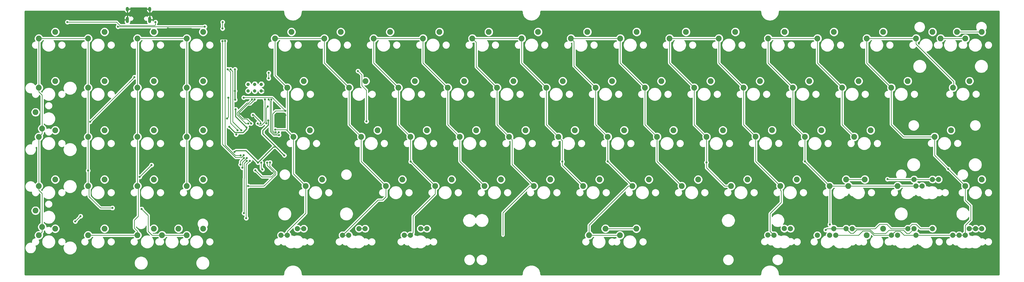
<source format=gtl>
G04 #@! TF.GenerationSoftware,KiCad,Pcbnew,(5.1.4)-1*
G04 #@! TF.CreationDate,2020-10-07T14:53:25-04:00*
G04 #@! TF.ProjectId,southpawpcbv2,736f7574-6870-4617-9770-636276322e6b,rev?*
G04 #@! TF.SameCoordinates,Original*
G04 #@! TF.FileFunction,Copper,L1,Top*
G04 #@! TF.FilePolarity,Positive*
%FSLAX46Y46*%
G04 Gerber Fmt 4.6, Leading zero omitted, Abs format (unit mm)*
G04 Created by KiCad (PCBNEW (5.1.4)-1) date 2020-10-07 14:53:25*
%MOMM*%
%LPD*%
G04 APERTURE LIST*
G04 #@! TA.AperFunction,ComponentPad*
%ADD10C,2.000000*%
G04 #@! TD*
G04 #@! TA.AperFunction,ComponentPad*
%ADD11C,2.250000*%
G04 #@! TD*
G04 #@! TA.AperFunction,ComponentPad*
%ADD12O,1.200000X2.400000*%
G04 #@! TD*
G04 #@! TA.AperFunction,ComponentPad*
%ADD13O,1.200000X1.800000*%
G04 #@! TD*
G04 #@! TA.AperFunction,ComponentPad*
%ADD14C,1.308000*%
G04 #@! TD*
G04 #@! TA.AperFunction,ViaPad*
%ADD15C,0.800000*%
G04 #@! TD*
G04 #@! TA.AperFunction,Conductor*
%ADD16C,0.254000*%
G04 #@! TD*
G04 #@! TA.AperFunction,Conductor*
%ADD17C,0.381000*%
G04 #@! TD*
G04 APERTURE END LIST*
D10*
G04 #@! TO.P,MX51,2*
G04 #@! TO.N,Net-(D44-Pad2)*
X254140000Y11480000D03*
G04 #@! TO.P,MX51,1*
G04 #@! TO.N,col6*
X247790000Y8940000D03*
G04 #@! TD*
G04 #@! TO.P,MX101,2*
G04 #@! TO.N,Net-(D71-Pad2)*
X273240000Y11430000D03*
G04 #@! TO.P,MX101,1*
G04 #@! TO.N,col7*
X266890000Y8890000D03*
G04 #@! TD*
D11*
G04 #@! TO.P,MX13,2*
G04 #@! TO.N,Net-(D10-Pad2)*
X20066000Y11430000D03*
G04 #@! TO.P,MX13,1*
G04 #@! TO.N,col0*
X13716000Y8890000D03*
G04 #@! TD*
G04 #@! TO.P,MX60,2*
G04 #@! TO.N,Net-(D53-Pad2)*
X185039000Y11430000D03*
G04 #@! TO.P,MX60,1*
G04 #@! TO.N,col5*
X178689000Y8890000D03*
G04 #@! TD*
G04 #@! TO.P,MX61,2*
G04 #@! TO.N,Net-(D53-Pad2)*
X196977000Y11430000D03*
G04 #@! TO.P,MX61,1*
G04 #@! TO.N,col5*
X190627000Y8890000D03*
G04 #@! TD*
G04 #@! TO.P,MX98,2*
G04 #@! TO.N,Net-(D87-Pad2)*
X318535192Y49549869D03*
G04 #@! TO.P,MX98,1*
G04 #@! TO.N,col8*
X312185192Y47009869D03*
G04 #@! TD*
G04 #@! TO.P,MX68,2*
G04 #@! TO.N,Net-(D60-Pad2)*
X230381206Y49494246D03*
G04 #@! TO.P,MX68,1*
G04 #@! TO.N,col6*
X224031206Y46954246D03*
G04 #@! TD*
G04 #@! TO.P,MX38,2*
G04 #@! TO.N,Net-(D31-Pad2)*
X101820341Y87629283D03*
G04 #@! TO.P,MX38,1*
G04 #@! TO.N,col3*
X95470341Y85089283D03*
G04 #@! TD*
G04 #@! TO.P,MX56,2*
G04 #@! TO.N,Net-(D49-Pad2)*
X178054000Y87630000D03*
G04 #@! TO.P,MX56,1*
G04 #@! TO.N,col5*
X171704000Y85090000D03*
G04 #@! TD*
D10*
G04 #@! TO.P,MX93,2*
G04 #@! TO.N,Net-(D71-Pad2)*
X304292000Y11430000D03*
G04 #@! TO.P,MX93,1*
G04 #@! TO.N,col7*
X297942000Y8890000D03*
G04 #@! TD*
G04 #@! TO.P,MX88,2*
G04 #@! TO.N,Net-(D82-Pad2)*
X311404000Y11430000D03*
G04 #@! TO.P,MX88,1*
G04 #@! TO.N,col8*
X305054000Y8890000D03*
G04 #@! TD*
G04 #@! TO.P,MX104,2*
G04 #@! TO.N,Net-(D82-Pad2)*
X301879000Y11430000D03*
G04 #@! TO.P,MX104,1*
G04 #@! TO.N,col8*
X295529000Y8890000D03*
G04 #@! TD*
D11*
G04 #@! TO.P,MX28,2*
G04 #@! TO.N,Net-(D70-Pad2)*
X285242000Y30480000D03*
G04 #@! TO.P,MX28,1*
G04 #@! TO.N,col7*
X278892000Y27940000D03*
G04 #@! TD*
G04 #@! TO.P,MX12,2*
G04 #@! TO.N,Net-(D20-Pad2)*
X-8509000Y11430000D03*
G04 #@! TO.P,MX12,1*
G04 #@! TO.N,col1*
X-14859000Y8890000D03*
G04 #@! TD*
G04 #@! TO.P,MX97,2*
G04 #@! TO.N,Net-(D84-Pad2)*
X325664788Y68599096D03*
G04 #@! TO.P,MX97,1*
G04 #@! TO.N,col8*
X319314788Y66059096D03*
G04 #@! TD*
D10*
G04 #@! TO.P,MX24,2*
G04 #@! TO.N,Net-(D25-Pad2)*
X66040000Y11430000D03*
G04 #@! TO.P,MX24,1*
G04 #@! TO.N,col2*
X59690000Y8890000D03*
G04 #@! TD*
G04 #@! TO.P,MX81,2*
G04 #@! TO.N,Net-(D82-Pad2)*
X280416000Y11430000D03*
G04 #@! TO.P,MX81,1*
G04 #@! TO.N,col8*
X274066000Y8890000D03*
G04 #@! TD*
D12*
G04 #@! TO.P,USB1,13*
G04 #@! TO.N,GND*
X328200Y92280000D03*
X8968200Y92280000D03*
D13*
X328200Y96460000D03*
X8968200Y96460000D03*
G04 #@! TD*
D14*
G04 #@! TO.P,J1,GND*
G04 #@! TO.N,N/C*
X52070000Y64770000D03*
G04 #@! TO.P,J1,RST*
X52070000Y67310000D03*
G04 #@! TO.P,J1,MISO*
X46990000Y67310000D03*
G04 #@! TO.P,J1,VCC*
X46990000Y64770000D03*
G04 #@! TO.P,J1,SCK*
X49530000Y67310000D03*
G04 #@! TO.P,J1,MOSI*
X49530000Y64770000D03*
G04 #@! TD*
D11*
G04 #@! TO.P,MX103,2*
G04 #@! TO.N,Net-(D88-Pad2)*
X330454000Y87630000D03*
G04 #@! TO.P,MX103,1*
G04 #@! TO.N,col9*
X324104000Y85090000D03*
G04 #@! TD*
G04 #@! TO.P,MX102,2*
G04 #@! TO.N,Net-(D88-Pad2)*
X320883779Y87636296D03*
G04 #@! TO.P,MX102,1*
G04 #@! TO.N,col9*
X314533779Y85096296D03*
G04 #@! TD*
D10*
G04 #@! TO.P,MX100,2*
G04 #@! TO.N,Net-(D86-Pad2)*
X325628000Y11430000D03*
G04 #@! TO.P,MX100,1*
G04 #@! TO.N,col8*
X319278000Y8890000D03*
G04 #@! TD*
D11*
G04 #@! TO.P,MX99,2*
G04 #@! TO.N,Net-(D85-Pad2)*
X330454000Y30480000D03*
G04 #@! TO.P,MX99,1*
G04 #@! TO.N,col8*
X324104000Y27940000D03*
G04 #@! TD*
G04 #@! TO.P,MX96,2*
G04 #@! TO.N,Net-(D83-Pad2)*
X311404000Y87630000D03*
G04 #@! TO.P,MX96,1*
G04 #@! TO.N,col8*
X305054000Y85090000D03*
G04 #@! TD*
D10*
G04 #@! TO.P,MX95,1*
G04 #@! TO.N,col8*
X321691000Y8890000D03*
G04 #@! TO.P,MX95,2*
G04 #@! TO.N,Net-(D86-Pad2)*
X328041000Y11430000D03*
G04 #@! TD*
G04 #@! TO.P,MX94,2*
G04 #@! TO.N,Net-(D86-Pad2)*
X330454000Y11430000D03*
G04 #@! TO.P,MX94,1*
G04 #@! TO.N,col8*
X324104000Y8890000D03*
G04 #@! TD*
G04 #@! TO.P,MX92,2*
G04 #@! TO.N,Net-(D76-Pad2)*
X311404000Y30480000D03*
G04 #@! TO.P,MX92,1*
G04 #@! TO.N,col7*
X305054000Y27940000D03*
G04 #@! TD*
D11*
G04 #@! TO.P,MX90,2*
G04 #@! TO.N,Net-(D78-Pad2)*
X301830998Y68594483D03*
G04 #@! TO.P,MX90,1*
G04 #@! TO.N,col8*
X295480998Y66054483D03*
G04 #@! TD*
G04 #@! TO.P,MX89,2*
G04 #@! TO.N,Net-(D77-Pad2)*
X292354000Y87630000D03*
G04 #@! TO.P,MX89,1*
G04 #@! TO.N,col8*
X286004000Y85090000D03*
G04 #@! TD*
D10*
G04 #@! TO.P,MX87,2*
G04 #@! TO.N,Net-(D76-Pad2)*
X304292000Y30480000D03*
D11*
G04 #@! TO.P,MX87,1*
G04 #@! TO.N,col7*
X297942000Y27940000D03*
G04 #@! TD*
G04 #@! TO.P,MX86,2*
G04 #@! TO.N,Net-(D75-Pad2)*
X292354000Y11430000D03*
G04 #@! TO.P,MX86,1*
G04 #@! TO.N,col7*
X286004000Y8890000D03*
G04 #@! TD*
D10*
G04 #@! TO.P,MX85,1*
G04 #@! TO.N,col7*
X307390000Y27940000D03*
G04 #@! TO.P,MX85,2*
G04 #@! TO.N,Net-(D76-Pad2)*
X313740000Y30480000D03*
G04 #@! TD*
D11*
G04 #@! TO.P,MX84,2*
G04 #@! TO.N,Net-(D74-Pad2)*
X287528000Y49530000D03*
G04 #@! TO.P,MX84,1*
G04 #@! TO.N,col7*
X281178000Y46990000D03*
G04 #@! TD*
G04 #@! TO.P,MX83,2*
G04 #@! TO.N,Net-(D73-Pad2)*
X282829000Y68580000D03*
G04 #@! TO.P,MX83,1*
G04 #@! TO.N,col7*
X276479000Y66040000D03*
G04 #@! TD*
G04 #@! TO.P,MX82,2*
G04 #@! TO.N,Net-(D72-Pad2)*
X273304000Y87630000D03*
G04 #@! TO.P,MX82,1*
G04 #@! TO.N,col7*
X266954000Y85090000D03*
G04 #@! TD*
D10*
G04 #@! TO.P,MX80,2*
G04 #@! TO.N,Net-(D71-Pad2)*
X278003000Y11430000D03*
G04 #@! TO.P,MX80,1*
G04 #@! TO.N,col7*
X271653000Y8890000D03*
G04 #@! TD*
D11*
G04 #@! TO.P,MX79,2*
G04 #@! TO.N,Net-(D70-Pad2)*
X278003000Y30480000D03*
G04 #@! TO.P,MX79,1*
G04 #@! TO.N,col7*
X271653000Y27940000D03*
G04 #@! TD*
G04 #@! TO.P,MX78,2*
G04 #@! TO.N,Net-(D69-Pad2)*
X268478000Y49530000D03*
G04 #@! TO.P,MX78,1*
G04 #@! TO.N,col7*
X262128000Y46990000D03*
G04 #@! TD*
G04 #@! TO.P,MX77,2*
G04 #@! TO.N,Net-(D68-Pad2)*
X263779000Y68580000D03*
G04 #@! TO.P,MX77,1*
G04 #@! TO.N,col7*
X257429000Y66040000D03*
G04 #@! TD*
G04 #@! TO.P,MX76,2*
G04 #@! TO.N,Net-(D67-Pad2)*
X254254000Y87630000D03*
G04 #@! TO.P,MX76,1*
G04 #@! TO.N,col7*
X247904000Y85090000D03*
G04 #@! TD*
D10*
G04 #@! TO.P,MX75,2*
G04 #@! TO.N,Net-(D44-Pad2)*
X256540000Y11430000D03*
G04 #@! TO.P,MX75,1*
G04 #@! TO.N,col6*
X250190000Y8890000D03*
G04 #@! TD*
D11*
G04 #@! TO.P,MX74,2*
G04 #@! TO.N,Net-(D66-Pad2)*
X258953000Y30480000D03*
G04 #@! TO.P,MX74,1*
G04 #@! TO.N,col6*
X252603000Y27940000D03*
G04 #@! TD*
G04 #@! TO.P,MX73,2*
G04 #@! TO.N,Net-(D65-Pad2)*
X249421586Y49561515D03*
G04 #@! TO.P,MX73,1*
G04 #@! TO.N,col6*
X243071586Y47021515D03*
G04 #@! TD*
G04 #@! TO.P,MX72,2*
G04 #@! TO.N,Net-(D64-Pad2)*
X244729000Y68580000D03*
G04 #@! TO.P,MX72,1*
G04 #@! TO.N,col6*
X238379000Y66040000D03*
G04 #@! TD*
G04 #@! TO.P,MX71,2*
G04 #@! TO.N,Net-(D63-Pad2)*
X235204000Y87630000D03*
G04 #@! TO.P,MX71,1*
G04 #@! TO.N,col6*
X228854000Y85090000D03*
G04 #@! TD*
G04 #@! TO.P,MX69,2*
G04 #@! TO.N,Net-(D61-Pad2)*
X239903000Y30480000D03*
G04 #@! TO.P,MX69,1*
G04 #@! TO.N,col6*
X233553000Y27940000D03*
G04 #@! TD*
G04 #@! TO.P,MX67,2*
G04 #@! TO.N,Net-(D59-Pad2)*
X225679000Y68580000D03*
G04 #@! TO.P,MX67,1*
G04 #@! TO.N,col6*
X219329000Y66040000D03*
G04 #@! TD*
G04 #@! TO.P,MX66,2*
G04 #@! TO.N,Net-(D58-Pad2)*
X216154000Y87630000D03*
G04 #@! TO.P,MX66,1*
G04 #@! TO.N,col6*
X209804000Y85090000D03*
G04 #@! TD*
G04 #@! TO.P,MX65,2*
G04 #@! TO.N,Net-(D57-Pad2)*
X220853000Y30480000D03*
G04 #@! TO.P,MX65,1*
G04 #@! TO.N,col5*
X214503000Y27940000D03*
G04 #@! TD*
G04 #@! TO.P,MX64,1*
G04 #@! TO.N,col5*
X204978000Y46990000D03*
G04 #@! TO.P,MX64,2*
G04 #@! TO.N,Net-(D56-Pad2)*
X211328000Y49530000D03*
G04 #@! TD*
G04 #@! TO.P,MX63,2*
G04 #@! TO.N,Net-(D55-Pad2)*
X206629000Y68580000D03*
G04 #@! TO.P,MX63,1*
G04 #@! TO.N,col5*
X200279000Y66040000D03*
G04 #@! TD*
G04 #@! TO.P,MX62,2*
G04 #@! TO.N,Net-(D54-Pad2)*
X197104000Y87630000D03*
G04 #@! TO.P,MX62,1*
G04 #@! TO.N,col5*
X190754000Y85090000D03*
G04 #@! TD*
G04 #@! TO.P,MX59,2*
G04 #@! TO.N,Net-(D52-Pad2)*
X201803000Y30480000D03*
G04 #@! TO.P,MX59,1*
G04 #@! TO.N,col5*
X195453000Y27940000D03*
G04 #@! TD*
G04 #@! TO.P,MX58,2*
G04 #@! TO.N,Net-(D51-Pad2)*
X192278000Y49530000D03*
G04 #@! TO.P,MX58,1*
G04 #@! TO.N,col5*
X185928000Y46990000D03*
G04 #@! TD*
G04 #@! TO.P,MX57,2*
G04 #@! TO.N,Net-(D50-Pad2)*
X187579000Y68580000D03*
G04 #@! TO.P,MX57,1*
G04 #@! TO.N,col5*
X181229000Y66040000D03*
G04 #@! TD*
G04 #@! TO.P,MX55,2*
G04 #@! TO.N,Net-(D48-Pad2)*
X182753000Y30480000D03*
G04 #@! TO.P,MX55,1*
G04 #@! TO.N,col4*
X176403000Y27940000D03*
G04 #@! TD*
G04 #@! TO.P,MX54,2*
G04 #@! TO.N,Net-(D47-Pad2)*
X173228000Y49530000D03*
G04 #@! TO.P,MX54,1*
G04 #@! TO.N,col4*
X166878000Y46990000D03*
G04 #@! TD*
G04 #@! TO.P,MX53,2*
G04 #@! TO.N,Net-(D46-Pad2)*
X168529000Y68580000D03*
G04 #@! TO.P,MX53,1*
G04 #@! TO.N,col4*
X162179000Y66040000D03*
G04 #@! TD*
G04 #@! TO.P,MX52,2*
G04 #@! TO.N,Net-(D45-Pad2)*
X159004000Y87630000D03*
G04 #@! TO.P,MX52,1*
G04 #@! TO.N,col4*
X152654000Y85090000D03*
G04 #@! TD*
G04 #@! TO.P,MX50,2*
G04 #@! TO.N,Net-(D43-Pad2)*
X163703000Y30480000D03*
G04 #@! TO.P,MX50,1*
G04 #@! TO.N,col4*
X157353000Y27940000D03*
G04 #@! TD*
G04 #@! TO.P,MX49,2*
G04 #@! TO.N,Net-(D42-Pad2)*
X154178000Y49530000D03*
G04 #@! TO.P,MX49,1*
G04 #@! TO.N,col4*
X147828000Y46990000D03*
G04 #@! TD*
G04 #@! TO.P,MX48,2*
G04 #@! TO.N,Net-(D41-Pad2)*
X149479000Y68580000D03*
G04 #@! TO.P,MX48,1*
G04 #@! TO.N,col4*
X143129000Y66040000D03*
G04 #@! TD*
G04 #@! TO.P,MX47,2*
G04 #@! TO.N,Net-(D40-Pad2)*
X139954000Y87630000D03*
G04 #@! TO.P,MX47,1*
G04 #@! TO.N,col4*
X133604000Y85090000D03*
G04 #@! TD*
G04 #@! TO.P,MX46,2*
G04 #@! TO.N,Net-(D39-Pad2)*
X144653000Y30480000D03*
G04 #@! TO.P,MX46,1*
G04 #@! TO.N,col3*
X138303000Y27940000D03*
G04 #@! TD*
G04 #@! TO.P,MX45,2*
G04 #@! TO.N,Net-(D38-Pad2)*
X135128000Y49530000D03*
G04 #@! TO.P,MX45,1*
G04 #@! TO.N,col3*
X128778000Y46990000D03*
G04 #@! TD*
G04 #@! TO.P,MX44,2*
G04 #@! TO.N,Net-(D37-Pad2)*
X130429000Y68580000D03*
G04 #@! TO.P,MX44,1*
G04 #@! TO.N,col3*
X124079000Y66040000D03*
G04 #@! TD*
G04 #@! TO.P,MX43,2*
G04 #@! TO.N,Net-(D36-Pad2)*
X120904000Y87630000D03*
G04 #@! TO.P,MX43,1*
G04 #@! TO.N,col3*
X114554000Y85090000D03*
G04 #@! TD*
D10*
G04 #@! TO.P,MX42,2*
G04 #@! TO.N,Net-(D35-Pad2)*
X116078000Y11430000D03*
G04 #@! TO.P,MX42,1*
G04 #@! TO.N,col3*
X109728000Y8890000D03*
G04 #@! TD*
D11*
G04 #@! TO.P,MX41,2*
G04 #@! TO.N,Net-(D34-Pad2)*
X125603000Y30480000D03*
G04 #@! TO.P,MX41,1*
G04 #@! TO.N,col3*
X119253000Y27940000D03*
G04 #@! TD*
G04 #@! TO.P,MX40,2*
G04 #@! TO.N,Net-(D33-Pad2)*
X116078000Y49530000D03*
G04 #@! TO.P,MX40,1*
G04 #@! TO.N,col3*
X109728000Y46990000D03*
G04 #@! TD*
G04 #@! TO.P,MX39,2*
G04 #@! TO.N,Net-(D32-Pad2)*
X111379000Y68580000D03*
G04 #@! TO.P,MX39,1*
G04 #@! TO.N,col3*
X105029000Y66040000D03*
G04 #@! TD*
D10*
G04 #@! TO.P,MX37,2*
G04 #@! TO.N,Net-(D35-Pad2)*
X113665000Y11430000D03*
G04 #@! TO.P,MX37,1*
G04 #@! TO.N,col3*
X107315000Y8890000D03*
G04 #@! TD*
G04 #@! TO.P,MX36,2*
G04 #@! TO.N,Net-(D30-Pad2)*
X92202000Y11430000D03*
G04 #@! TO.P,MX36,1*
G04 #@! TO.N,col2*
X85852000Y8890000D03*
G04 #@! TD*
D11*
G04 #@! TO.P,MX35,2*
G04 #@! TO.N,Net-(D29-Pad2)*
X106553000Y30480000D03*
G04 #@! TO.P,MX35,1*
G04 #@! TO.N,col2*
X100203000Y27940000D03*
G04 #@! TD*
G04 #@! TO.P,MX34,2*
G04 #@! TO.N,Net-(D28-Pad2)*
X97028000Y49530000D03*
G04 #@! TO.P,MX34,1*
G04 #@! TO.N,col2*
X90678000Y46990000D03*
G04 #@! TD*
G04 #@! TO.P,MX33,2*
G04 #@! TO.N,Net-(D27-Pad2)*
X92329000Y68580000D03*
G04 #@! TO.P,MX33,1*
G04 #@! TO.N,col2*
X85979000Y66040000D03*
G04 #@! TD*
G04 #@! TO.P,MX32,2*
G04 #@! TO.N,Net-(D26-Pad2)*
X82747937Y87612005D03*
G04 #@! TO.P,MX32,1*
G04 #@! TO.N,col2*
X76397937Y85072005D03*
G04 #@! TD*
D10*
G04 #@! TO.P,MX31,2*
G04 #@! TO.N,Net-(D30-Pad2)*
X89789000Y11430000D03*
G04 #@! TO.P,MX31,1*
G04 #@! TO.N,col2*
X83439000Y8890000D03*
G04 #@! TD*
D11*
G04 #@! TO.P,MX30,2*
G04 #@! TO.N,Net-(D24-Pad2)*
X75565000Y30480000D03*
G04 #@! TO.P,MX30,1*
G04 #@! TO.N,col2*
X69215000Y27940000D03*
G04 #@! TD*
D10*
G04 #@! TO.P,MX29,2*
G04 #@! TO.N,Net-(D25-Pad2)*
X68453000Y11430000D03*
G04 #@! TO.P,MX29,1*
G04 #@! TO.N,col2*
X62103000Y8890000D03*
G04 #@! TD*
D11*
G04 #@! TO.P,MX27,2*
G04 #@! TO.N,Net-(D23-Pad2)*
X70828579Y49527006D03*
G04 #@! TO.P,MX27,1*
G04 #@! TO.N,col2*
X64478579Y46987006D03*
G04 #@! TD*
G04 #@! TO.P,MX26,2*
G04 #@! TO.N,Net-(D22-Pad2)*
X68453000Y68580000D03*
G04 #@! TO.P,MX26,1*
G04 #@! TO.N,col2*
X62103000Y66040000D03*
G04 #@! TD*
G04 #@! TO.P,MX25,2*
G04 #@! TO.N,Net-(D21-Pad2)*
X63702065Y87630000D03*
G04 #@! TO.P,MX25,1*
G04 #@! TO.N,col2*
X57352065Y85090000D03*
G04 #@! TD*
G04 #@! TO.P,MX23,2*
G04 #@! TO.N,Net-(D10-Pad2)*
X29591000Y11430000D03*
G04 #@! TO.P,MX23,1*
G04 #@! TO.N,col0*
X23241000Y8890000D03*
G04 #@! TD*
G04 #@! TO.P,MX22,2*
G04 #@! TO.N,Net-(D19-Pad2)*
X29591000Y30480000D03*
G04 #@! TO.P,MX22,1*
G04 #@! TO.N,col1*
X23241000Y27940000D03*
G04 #@! TD*
G04 #@! TO.P,MX21,2*
G04 #@! TO.N,Net-(D18-Pad2)*
X29591000Y49530000D03*
G04 #@! TO.P,MX21,1*
G04 #@! TO.N,col1*
X23241000Y46990000D03*
G04 #@! TD*
G04 #@! TO.P,MX20,2*
G04 #@! TO.N,Net-(D17-Pad2)*
X29591000Y68580000D03*
G04 #@! TO.P,MX20,1*
G04 #@! TO.N,col1*
X23241000Y66040000D03*
G04 #@! TD*
G04 #@! TO.P,MX19,2*
G04 #@! TO.N,Net-(D16-Pad2)*
X29591000Y87630000D03*
G04 #@! TO.P,MX19,1*
G04 #@! TO.N,col1*
X23241000Y85090000D03*
G04 #@! TD*
G04 #@! TO.P,MX18,2*
G04 #@! TO.N,Net-(D15-Pad2)*
X10541000Y11430000D03*
G04 #@! TO.P,MX18,1*
G04 #@! TO.N,col1*
X4191000Y8890000D03*
G04 #@! TD*
G04 #@! TO.P,MX17,2*
G04 #@! TO.N,Net-(D14-Pad2)*
X10541000Y30480000D03*
G04 #@! TO.P,MX17,1*
G04 #@! TO.N,col1*
X4191000Y27940000D03*
G04 #@! TD*
G04 #@! TO.P,MX16,2*
G04 #@! TO.N,Net-(D13-Pad2)*
X10541000Y49530000D03*
G04 #@! TO.P,MX16,1*
G04 #@! TO.N,col1*
X4191000Y46990000D03*
G04 #@! TD*
G04 #@! TO.P,MX15,2*
G04 #@! TO.N,Net-(D12-Pad2)*
X10541000Y68580000D03*
G04 #@! TO.P,MX15,1*
G04 #@! TO.N,col1*
X4191000Y66040000D03*
G04 #@! TD*
G04 #@! TO.P,MX14,2*
G04 #@! TO.N,Net-(D11-Pad2)*
X10541000Y87630000D03*
G04 #@! TO.P,MX14,1*
G04 #@! TO.N,col1*
X4191000Y85090000D03*
G04 #@! TD*
G04 #@! TO.P,MX11,2*
G04 #@! TO.N,Net-(D9-Pad2)*
X-8509000Y30480000D03*
G04 #@! TO.P,MX11,1*
G04 #@! TO.N,col0*
X-14859000Y27940000D03*
G04 #@! TD*
G04 #@! TO.P,MX10,2*
G04 #@! TO.N,Net-(D8-Pad2)*
X-8509000Y49530000D03*
G04 #@! TO.P,MX10,1*
G04 #@! TO.N,col0*
X-14859000Y46990000D03*
G04 #@! TD*
G04 #@! TO.P,MX9,2*
G04 #@! TO.N,Net-(D7-Pad2)*
X-8509000Y68580000D03*
G04 #@! TO.P,MX9,1*
G04 #@! TO.N,col0*
X-14859000Y66040000D03*
G04 #@! TD*
G04 #@! TO.P,MX8,2*
G04 #@! TO.N,Net-(D6-Pad2)*
X-8509000Y87630000D03*
G04 #@! TO.P,MX8,1*
G04 #@! TO.N,col0*
X-14859000Y85090000D03*
G04 #@! TD*
G04 #@! TO.P,MX7,2*
G04 #@! TO.N,Net-(D5-Pad2)*
X-27559000Y30480000D03*
G04 #@! TO.P,MX7,1*
G04 #@! TO.N,col0*
X-33909000Y27940000D03*
G04 #@! TD*
G04 #@! TO.P,MX6,2*
G04 #@! TO.N,Net-(D4-Pad2)*
X-27559000Y11430000D03*
G04 #@! TO.P,MX6,1*
G04 #@! TO.N,col0*
X-33909000Y8890000D03*
G04 #@! TD*
G04 #@! TO.P,MX5,2*
G04 #@! TO.N,Net-(D3-Pad2)*
X-27559000Y68580000D03*
G04 #@! TO.P,MX5,1*
G04 #@! TO.N,col0*
X-33909000Y66040000D03*
G04 #@! TD*
G04 #@! TO.P,MX4,2*
G04 #@! TO.N,Net-(D2-Pad2)*
X-27559000Y49530000D03*
G04 #@! TO.P,MX4,1*
G04 #@! TO.N,col0*
X-33909000Y46990000D03*
G04 #@! TD*
G04 #@! TO.P,MX3,2*
G04 #@! TO.N,Net-(D1-Pad2)*
X-27559000Y87630000D03*
G04 #@! TO.P,MX3,1*
G04 #@! TO.N,col0*
X-33909000Y85090000D03*
G04 #@! TD*
G04 #@! TO.P,MX2,2*
G04 #@! TO.N,Net-(D5-Pad2)*
X-35179000Y18415000D03*
G04 #@! TO.P,MX2,1*
G04 #@! TO.N,col0*
X-32639000Y12065000D03*
G04 #@! TD*
G04 #@! TO.P,MX1,2*
G04 #@! TO.N,Net-(D3-Pad2)*
X-35179000Y56515000D03*
G04 #@! TO.P,MX1,1*
G04 #@! TO.N,col0*
X-32639000Y50165000D03*
G04 #@! TD*
D15*
G04 #@! TO.N,Net-(D71-Pad2)*
X270129000Y10922000D03*
G04 #@! TO.N,Net-(D76-Pad2)*
X294000000Y30600000D03*
G04 #@! TO.N,col0*
X54330600Y36964583D03*
X49784000Y34036000D03*
X-14859000Y33909000D03*
X5842000Y19050000D03*
X-5479999Y19449999D03*
G04 #@! TO.N,col1*
X55397400Y37084000D03*
X46990000Y27940000D03*
G04 #@! TO.N,col2*
X57480200Y49809400D03*
G04 #@! TO.N,col3*
X109791500Y37401500D03*
G04 #@! TO.N,col4*
X168367959Y37372041D03*
G04 #@! TO.N,col5*
X185928000Y37465000D03*
G04 #@! TO.N,col6*
X224031206Y37080794D03*
G04 #@! TO.N,col7*
X271716500Y13017500D03*
X262128000Y37465000D03*
G04 #@! TO.N,col8*
X317500000Y34544000D03*
G04 #@! TO.N,GND*
X59664600Y60325000D03*
X2743200Y87376000D03*
X68275200Y94310200D03*
X161010600Y94361000D03*
X44005500Y55880000D03*
X48958500Y54419500D03*
X16002000Y88935860D03*
X56324500Y32893000D03*
X44005500Y61277500D03*
X48514000Y36964583D03*
X52578000Y58928000D03*
X-2768600Y85510400D03*
X264414000Y12065000D03*
X288036000Y12573000D03*
X302900000Y15800000D03*
X105156000Y14097000D03*
X74422000Y17018000D03*
X25908000Y16637000D03*
X51308000Y16510000D03*
X0Y16510000D03*
X7747000Y76200000D03*
X16510000Y76327000D03*
X140462000Y14478000D03*
X307467000Y15748000D03*
X303276000Y73279000D03*
X61341000Y55372000D03*
X57912000Y58928000D03*
G04 #@! TO.N,+5V*
X46380400Y50647600D03*
X41910000Y73152000D03*
X41973500Y61341000D03*
X42164000Y57658000D03*
X39687500Y50863500D03*
X60960000Y39814500D03*
X50736500Y37020500D03*
X41719500Y41148000D03*
X41910000Y64770000D03*
X54764210Y53289200D03*
G04 #@! TO.N,Net-(R2-Pad1)*
X44297600Y49479200D03*
X40137459Y73157459D03*
G04 #@! TO.N,Net-(R3-Pad1)*
X39116000Y73152000D03*
X42926000Y49530000D03*
G04 #@! TO.N,Net-(R6-Pad2)*
X52019200Y36964583D03*
X52451000Y34325860D03*
G04 #@! TO.N,Net-(U1-Pad1)*
X42341800Y47879000D03*
G04 #@! TO.N,RST*
X54546500Y58737500D03*
X53949600Y52247800D03*
G04 #@! TO.N,SCK*
X47066200Y52184339D03*
X48508541Y61473459D03*
G04 #@! TO.N,MISO*
X50673000Y52184339D03*
X53492076Y61473980D03*
G04 #@! TO.N,row00*
X-22860000Y91440000D03*
X11176000Y91440000D03*
X45237400Y39852600D03*
X37042323Y84044411D03*
X37084000Y88933860D03*
X37109856Y91402356D03*
G04 #@! TO.N,row10*
X-14132860Y52832000D03*
X3048000Y70104000D03*
X58775600Y48793400D03*
X55943500Y61468000D03*
G04 #@! TO.N,row20*
X51765200Y52184339D03*
X48818800Y55448200D03*
G04 #@! TO.N,row30*
X-19812000Y14224000D03*
X9652000Y36068000D03*
X5080000Y31496000D03*
X-17780000Y16256000D03*
X45339000Y38785800D03*
X44025557Y36238443D03*
G04 #@! TO.N,row40*
X47650400Y37693600D03*
X46226000Y15492000D03*
G04 #@! TO.N,row01*
X-3302000Y89662000D03*
X30226000Y89662000D03*
X44069000Y39776400D03*
X38036500Y84143901D03*
G04 #@! TO.N,row11*
X58880768Y47697632D03*
X54944357Y61468000D03*
X54927500Y69629860D03*
X54928500Y71754000D03*
G04 #@! TO.N,row21*
X38798500Y54102000D03*
X39370000Y62103000D03*
X61376860Y57084260D03*
X45275500Y62166500D03*
X57632600Y48793400D03*
G04 #@! TO.N,row31*
X46431200Y38735000D03*
X44767500Y35052000D03*
G04 #@! TO.N,row41*
X46482000Y37668200D03*
X45373988Y17433988D03*
G04 #@! TO.N,col9*
X92710000Y52994860D03*
X89408000Y72480140D03*
G04 #@! TO.N,MOSI*
X48107600Y52184339D03*
X49530000Y61468000D03*
G04 #@! TD*
D16*
G04 #@! TO.N,Net-(D25-Pad2)*
X66040000Y11430000D02*
X68453000Y11430000D01*
G04 #@! TO.N,Net-(D30-Pad2)*
X89789000Y11430000D02*
X92202000Y11430000D01*
G04 #@! TO.N,Net-(D35-Pad2)*
X116078000Y11430000D02*
X113665000Y11430000D01*
G04 #@! TO.N,Net-(D53-Pad2)*
X196977000Y11430000D02*
X195386010Y11430000D01*
X195386010Y11430000D02*
X193294000Y11430000D01*
X186629990Y11430000D02*
X188849000Y11430000D01*
X185039000Y11430000D02*
X186629990Y11430000D01*
X188153990Y11430000D02*
X188849000Y11430000D01*
X188849000Y11430000D02*
X193294000Y11430000D01*
G04 #@! TO.N,Net-(D70-Pad2)*
X279593990Y30480000D02*
X285242000Y30480000D01*
X278003000Y30480000D02*
X279593990Y30480000D01*
G04 #@! TO.N,Net-(D71-Pad2)*
X277495000Y10922000D02*
X278003000Y11430000D01*
X282121850Y10976850D02*
X280797000Y9652000D01*
X287346150Y10976850D02*
X282121850Y10976850D01*
X288798000Y9525000D02*
X287346150Y10976850D01*
X303971575Y11109575D02*
X302387000Y9525000D01*
X279781000Y9652000D02*
X278003000Y11430000D01*
X280797000Y9652000D02*
X279781000Y9652000D01*
X288798000Y9525000D02*
X293243000Y9525000D01*
X300155850Y10867150D02*
X301498000Y9525000D01*
X294585150Y10867150D02*
X300155850Y10867150D01*
X293243000Y9525000D02*
X294585150Y10867150D01*
X302387000Y9525000D02*
X301498000Y9525000D01*
X278003000Y11430000D02*
X273240000Y11430000D01*
X270637000Y11430000D02*
X270129000Y10922000D01*
X273240000Y11430000D02*
X270637000Y11430000D01*
G04 #@! TO.N,Net-(D76-Pad2)*
X305706213Y30480000D02*
X311404000Y30480000D01*
X304292000Y30480000D02*
X305706213Y30480000D01*
X294120000Y30480000D02*
X294000000Y30600000D01*
X295120000Y30480000D02*
X294120000Y30480000D01*
X295120000Y30480000D02*
X304292000Y30480000D01*
X294767000Y30480000D02*
X295120000Y30480000D01*
X311404000Y30480000D02*
X313740000Y30480000D01*
G04 #@! TO.N,col0*
X-33909000Y82042310D02*
X-33909000Y66040000D01*
X-33909000Y85090000D02*
X-33909000Y82042310D01*
X-14859000Y82042310D02*
X-14859000Y66040000D01*
X-14859000Y85090000D02*
X-14859000Y82042310D01*
X-33909000Y85090000D02*
X-14859000Y85090000D01*
X-14859000Y64449010D02*
X-14859000Y46990000D01*
X-14859000Y66040000D02*
X-14859000Y64449010D01*
X-32639000Y51755990D02*
X-32639000Y50165000D01*
X-32639000Y63179010D02*
X-32639000Y51755990D01*
X-33909000Y64449010D02*
X-32639000Y63179010D01*
X-33909000Y66040000D02*
X-33909000Y64449010D01*
X-32639000Y48260000D02*
X-33909000Y46990000D01*
X-32639000Y50165000D02*
X-32639000Y48260000D01*
X-33909000Y45399010D02*
X-33909000Y27940000D01*
X-33909000Y46990000D02*
X-33909000Y45399010D01*
X-14859000Y46990000D02*
X-14859000Y43942310D01*
X-32639000Y13655990D02*
X-32639000Y12065000D01*
X-32639000Y25079010D02*
X-32639000Y13655990D01*
X-33909000Y26349010D02*
X-32639000Y25079010D01*
X-33909000Y27940000D02*
X-33909000Y26349010D01*
X-32639000Y10160000D02*
X-33909000Y8890000D01*
X-32639000Y12065000D02*
X-32639000Y10160000D01*
X54330600Y35961590D02*
X57150000Y33142190D01*
X54330600Y36964583D02*
X54330600Y35961590D01*
X57150000Y32643810D02*
X56002190Y31496000D01*
X57150000Y33142190D02*
X57150000Y32643810D01*
X56002190Y31496000D02*
X52324000Y31496000D01*
X52324000Y31496000D02*
X49784000Y34036000D01*
X-14859000Y43942310D02*
X-14859000Y33909000D01*
X-14859000Y33909000D02*
X-14859000Y27940000D01*
X23428700Y8436850D02*
X23561425Y8569575D01*
X23053300Y8436850D02*
X23428700Y8436850D01*
X13716000Y8890000D02*
X22600150Y8890000D01*
X22600150Y8890000D02*
X23053300Y8436850D01*
X13716000Y8890000D02*
X10933310Y8890000D01*
X10933310Y8890000D02*
X9906000Y8890000D01*
X9906000Y8890000D02*
X8382000Y10414000D01*
X8382000Y10414000D02*
X8382000Y16510000D01*
X8382000Y16510000D02*
X5842000Y19050000D01*
X-14478000Y27559000D02*
X-14859000Y27940000D01*
X-14478000Y23876000D02*
X-14478000Y27559000D01*
X-10051999Y19449999D02*
X-14478000Y23876000D01*
X-5479999Y19449999D02*
X-5479999Y19449999D01*
X-5479999Y19449999D02*
X-10051999Y19449999D01*
G04 #@! TO.N,col1*
X23241000Y27940000D02*
X23241000Y46990000D01*
X4191000Y46990000D02*
X4191000Y27940000D01*
X23241000Y66040000D02*
X23241000Y46990000D01*
X4191000Y64449010D02*
X4191000Y46990000D01*
X4191000Y66040000D02*
X4191000Y64449010D01*
X4191000Y83499010D02*
X4191000Y66040000D01*
X4191000Y85090000D02*
X4191000Y83499010D01*
X23241000Y85090000D02*
X23241000Y66040000D01*
X4191000Y85090000D02*
X23241000Y85090000D01*
X55397400Y36518315D02*
X55372000Y36492915D01*
X55397400Y37084000D02*
X55397400Y36518315D01*
X55372000Y36492915D02*
X55372000Y35561040D01*
X57603150Y32456110D02*
X57603148Y32456108D01*
X55372000Y35561040D02*
X57603150Y33329890D01*
X57603150Y33329890D02*
X57603150Y32456110D01*
X57603148Y32456108D02*
X53087040Y27940000D01*
X53087040Y27940000D02*
X46990000Y27940000D01*
X4191000Y8890000D02*
X-14859000Y8890000D01*
X4572000Y27559000D02*
X4191000Y27940000D01*
X4572000Y16256000D02*
X4572000Y27559000D01*
X3048000Y14732000D02*
X4572000Y16256000D01*
X3048000Y11623990D02*
X3048000Y14732000D01*
X4191000Y8890000D02*
X4191000Y10480990D01*
X4191000Y10480990D02*
X3048000Y11623990D01*
G04 #@! TO.N,col2*
X85852000Y8890000D02*
X83439000Y8890000D01*
X59690000Y8890000D02*
X62103000Y8890000D01*
X57352065Y70790935D02*
X62103000Y66040000D01*
X57352065Y85090000D02*
X57352065Y70790935D01*
X76397937Y75621063D02*
X85979000Y66040000D01*
X76397937Y85072005D02*
X76397937Y75621063D01*
X85979000Y51689000D02*
X90678000Y46990000D01*
X85979000Y66040000D02*
X85979000Y51689000D01*
X62103000Y49362585D02*
X64478579Y46987006D01*
X76379942Y85090000D02*
X76397937Y85072005D01*
X57352065Y85090000D02*
X76379942Y85090000D01*
X90678000Y37465000D02*
X100203000Y27940000D01*
X90678000Y46990000D02*
X90678000Y37465000D01*
X64478579Y32676421D02*
X69215000Y27940000D01*
X64478579Y46987006D02*
X64478579Y32676421D01*
X62103000Y10304213D02*
X62103000Y8890000D01*
X62212787Y10414000D02*
X62103000Y10304213D01*
X62230000Y10414000D02*
X62212787Y10414000D01*
X69215000Y17399000D02*
X62230000Y10414000D01*
X69215000Y27940000D02*
X69215000Y17399000D01*
X84438999Y9889999D02*
X84565999Y9889999D01*
X83439000Y8890000D02*
X84438999Y9889999D01*
X84565999Y9889999D02*
X97155000Y22479000D01*
X97155000Y22479000D02*
X98933000Y22479000D01*
X100203000Y23749000D02*
X100203000Y27940000D01*
X98933000Y22479000D02*
X100203000Y23749000D01*
X57480200Y49809400D02*
X61656185Y49809400D01*
X62082793Y49636793D02*
X62103000Y49657000D01*
X61828793Y49636793D02*
X62082793Y49636793D01*
X62103000Y49657000D02*
X62103000Y49362585D01*
X62103000Y66040000D02*
X62103000Y49657000D01*
X61828793Y49636793D02*
X62103000Y49362585D01*
X61656185Y49809400D02*
X61828793Y49636793D01*
G04 #@! TO.N,col3*
X109728000Y8890000D02*
X107315000Y8890000D01*
X114553283Y85089283D02*
X114554000Y85090000D01*
X95470341Y85089283D02*
X114553283Y85089283D01*
X119253000Y26349010D02*
X119253000Y27940000D01*
X119253000Y24892310D02*
X119253000Y26349010D01*
X110727999Y16367309D02*
X119253000Y24892310D01*
X110727999Y9889999D02*
X110727999Y16367309D01*
X109728000Y8890000D02*
X110727999Y9889999D01*
X128778000Y37465000D02*
X138303000Y27940000D01*
X128778000Y46990000D02*
X128778000Y37465000D01*
X124079000Y51689000D02*
X128778000Y46990000D01*
X124079000Y66040000D02*
X124079000Y51689000D01*
X114554000Y75565000D02*
X124079000Y66040000D01*
X114554000Y85090000D02*
X114554000Y75565000D01*
X95470341Y75598659D02*
X105029000Y66040000D01*
X95470341Y85089283D02*
X95470341Y75598659D01*
X105029000Y51689000D02*
X109728000Y46990000D01*
X105029000Y66040000D02*
X105029000Y51689000D01*
X109728000Y46990000D02*
X109728000Y37465000D01*
X109728000Y37465000D02*
X109791500Y37401500D01*
X109791500Y37401500D02*
X119253000Y27940000D01*
G04 #@! TO.N,col4*
X133604000Y85090000D02*
X152654000Y85090000D01*
X152654000Y75565000D02*
X162179000Y66040000D01*
X152654000Y85090000D02*
X152654000Y75565000D01*
X162179000Y51689000D02*
X166878000Y46990000D01*
X162179000Y66040000D02*
X162179000Y51689000D01*
X175278001Y29064999D02*
X176403000Y27940000D01*
X168367959Y35975041D02*
X175278001Y29064999D01*
X166878000Y46990000D02*
X168367959Y45500041D01*
X142004001Y67164999D02*
X143129000Y66040000D01*
X135093959Y74075041D02*
X142004001Y67164999D01*
X135093959Y83600041D02*
X135093959Y74075041D01*
X133604000Y85090000D02*
X135093959Y83600041D01*
X143129000Y51689000D02*
X147828000Y46990000D01*
X143129000Y66040000D02*
X143129000Y51689000D01*
X156228001Y29064999D02*
X157353000Y27940000D01*
X148952999Y36340001D02*
X156228001Y29064999D01*
X148952999Y45865001D02*
X148952999Y36340001D01*
X147828000Y46990000D02*
X148952999Y45865001D01*
X145415000Y10480990D02*
X145415000Y8890000D01*
X145415000Y17592990D02*
X145415000Y10480990D01*
X155762010Y27940000D02*
X145415000Y17592990D01*
X157353000Y27940000D02*
X155762010Y27940000D01*
X168367959Y45500041D02*
X168367959Y37372041D01*
X168367959Y37372041D02*
X168367959Y35975041D01*
G04 #@! TO.N,col5*
X189036010Y8890000D02*
X178689000Y8890000D01*
X190627000Y8890000D02*
X189036010Y8890000D01*
X171704000Y85090000D02*
X190754000Y85090000D01*
X180104001Y67164999D02*
X181229000Y66040000D01*
X172828999Y74440001D02*
X180104001Y67164999D01*
X172828999Y83965001D02*
X172828999Y74440001D01*
X171704000Y85090000D02*
X172828999Y83965001D01*
X190754000Y75565000D02*
X200279000Y66040000D01*
X190754000Y85090000D02*
X190754000Y75565000D01*
X181229000Y51689000D02*
X185928000Y46990000D01*
X181229000Y66040000D02*
X181229000Y51689000D01*
X200279000Y51689000D02*
X204978000Y46990000D01*
X200279000Y66040000D02*
X200279000Y51689000D01*
X185928000Y37465000D02*
X195453000Y27940000D01*
X185928000Y46990000D02*
X185928000Y37465000D01*
X204978000Y37465000D02*
X214503000Y27940000D01*
X204978000Y46990000D02*
X204978000Y37465000D01*
X178689000Y10480990D02*
X178689000Y8890000D01*
X178689000Y12766990D02*
X178689000Y10480990D01*
X193862010Y27940000D02*
X178689000Y12766990D01*
X195453000Y27940000D02*
X193862010Y27940000D01*
G04 #@! TO.N,col6*
X211394990Y85090000D02*
X228854000Y85090000D01*
X209804000Y85090000D02*
X211394990Y85090000D01*
X209804000Y75565000D02*
X219329000Y66040000D01*
X209804000Y85090000D02*
X209804000Y75565000D01*
X231140000Y27940000D02*
X233553000Y27940000D01*
X228854000Y75565000D02*
X238379000Y66040000D01*
X228854000Y85090000D02*
X228854000Y75565000D01*
X238379000Y51714101D02*
X243071586Y47021515D01*
X238379000Y66040000D02*
X238379000Y51714101D01*
X219329000Y51656452D02*
X224031206Y46954246D01*
X219329000Y51943000D02*
X219329000Y51656452D01*
X219329000Y51943000D02*
X219329000Y51689000D01*
X219329000Y66040000D02*
X219329000Y51943000D01*
X224031206Y35048794D02*
X231140000Y27940000D01*
X243071586Y37471414D02*
X252603000Y27940000D01*
X243071586Y47021515D02*
X243071586Y37471414D01*
X224031206Y46954246D02*
X224031206Y37080794D01*
X224031206Y37080794D02*
X224031206Y35048794D01*
X252603000Y26349010D02*
X252984000Y25968010D01*
X252603000Y27940000D02*
X252603000Y26349010D01*
X252984000Y25968010D02*
X252984000Y21590000D01*
X252984000Y21590000D02*
X248666000Y17272000D01*
X249736850Y9343150D02*
X250002300Y9343150D01*
X248666000Y17272000D02*
X248666000Y10414000D01*
X248666000Y10414000D02*
X249736850Y9343150D01*
X247840000Y8890000D02*
X247790000Y8940000D01*
X250190000Y8890000D02*
X247840000Y8890000D01*
G04 #@! TO.N,col7*
X247904000Y85090000D02*
X266954000Y85090000D01*
X305054000Y27940000D02*
X297942000Y27940000D01*
X297942000Y27940000D02*
X288417000Y27940000D01*
X278892000Y27940000D02*
X288417000Y27940000D01*
X271653000Y27940000D02*
X278892000Y27940000D01*
X247904000Y75565000D02*
X257429000Y66040000D01*
X247904000Y85090000D02*
X247904000Y75565000D01*
X257429000Y51689000D02*
X262128000Y46990000D01*
X257429000Y66040000D02*
X257429000Y51689000D01*
X276479000Y51689000D02*
X281178000Y46990000D01*
X276479000Y66040000D02*
X276479000Y51689000D01*
X266954000Y75565000D02*
X276479000Y66040000D01*
X266954000Y85090000D02*
X266954000Y75565000D01*
X262128000Y37465000D02*
X271653000Y27940000D01*
X262128000Y46990000D02*
X262128000Y37465000D01*
X271716500Y27876500D02*
X271653000Y27940000D01*
X271716500Y13017500D02*
X271716500Y27876500D01*
X307390000Y27940000D02*
X305054000Y27940000D01*
G04 #@! TO.N,col8*
X324104000Y8890000D02*
X321691000Y8890000D01*
X319278000Y8890000D02*
X321691000Y8890000D01*
X287594990Y85090000D02*
X305054000Y85090000D01*
X286004000Y85090000D02*
X287594990Y85090000D01*
X286004000Y75531481D02*
X295480998Y66054483D01*
X286004000Y85090000D02*
X286004000Y75531481D01*
X295480998Y51737002D02*
X300228000Y46990000D01*
X295480998Y66054483D02*
X295480998Y51737002D01*
X312165323Y46990000D02*
X312185192Y47009869D01*
X300228000Y46990000D02*
X312165323Y46990000D01*
X312185192Y47009869D02*
X312185192Y39858808D01*
X305054000Y82926338D02*
X305054000Y85090000D01*
X319566041Y68414297D02*
X305054000Y82926338D01*
X319566041Y67026621D02*
X319566041Y66059096D01*
X319566041Y68414297D02*
X319566041Y67026621D01*
X317863787Y8890000D02*
X305054000Y8890000D01*
X319278000Y8890000D02*
X317863787Y8890000D01*
X317500000Y34544000D02*
X324104000Y27940000D01*
X312185192Y39858808D02*
X317500000Y34544000D01*
X275336000Y8890000D02*
X275480213Y8890000D01*
X274066000Y8890000D02*
X275336000Y8890000D01*
X275336000Y8890000D02*
X282846300Y8890000D01*
X282846300Y8890000D02*
X284480000Y10523700D01*
X294114787Y8890000D02*
X295529000Y8890000D01*
X288792150Y8890000D02*
X294114787Y8890000D01*
X287158450Y10523700D02*
X288792150Y8890000D01*
X284480000Y10523700D02*
X287158450Y10523700D01*
X303639787Y8890000D02*
X305054000Y8890000D01*
X300476150Y8890000D02*
X303639787Y8890000D01*
X298952150Y10414000D02*
X300476150Y8890000D01*
X297053000Y10414000D02*
X298952150Y10414000D01*
X295529000Y8890000D02*
X297053000Y10414000D01*
X324104000Y27940000D02*
X324104000Y22404000D01*
X324104000Y22404000D02*
X326200000Y20308000D01*
X326200000Y20308000D02*
X326200000Y14800000D01*
X324104000Y12704000D02*
X324104000Y11004000D01*
X326200000Y14800000D02*
X324104000Y12704000D01*
X324104000Y11303000D02*
X324104000Y11004000D01*
X324104000Y11004000D02*
X324104000Y8890000D01*
G04 #@! TO.N,GND*
X52070000Y64770000D02*
X55219600Y64770000D01*
X55219600Y64770000D02*
X59664600Y60325000D01*
D17*
X45466000Y54419500D02*
X48958500Y54419500D01*
X44005500Y55880000D02*
X45466000Y54419500D01*
X44069000Y72771000D02*
X44069000Y78867000D01*
X44069000Y80137000D02*
X39433500Y84772500D01*
X39272459Y84933541D02*
X28921959Y84933541D01*
X39433500Y84772500D02*
X39272459Y84933541D01*
X28921959Y84933541D02*
X24919640Y88935860D01*
X24919640Y88935860D02*
X16002000Y88935860D01*
X44069000Y61906685D02*
X44069000Y69850000D01*
X44005500Y61843185D02*
X44069000Y61906685D01*
X44005500Y61277500D02*
X44005500Y61843185D01*
X44069000Y69342000D02*
X44069000Y69850000D01*
X44069000Y69850000D02*
X44069000Y72771000D01*
X67740596Y93910201D02*
X63619395Y89789000D01*
X68275200Y94310200D02*
X67875201Y93910201D01*
X67875201Y93910201D02*
X67740596Y93910201D01*
X54102000Y89789000D02*
X44069000Y79756000D01*
X63619395Y89789000D02*
X54102000Y89789000D01*
X44069000Y78867000D02*
X44069000Y79756000D01*
X44069000Y79756000D02*
X44069000Y80137000D01*
X56324500Y32893000D02*
X52585583Y32893000D01*
X52585583Y32893000D02*
X48514000Y36964583D01*
X47053500Y58928000D02*
X44005500Y55880000D01*
X52578000Y58928000D02*
X47053500Y58928000D01*
X2743200Y87376000D02*
X2743200Y86563200D01*
X2743200Y86563200D02*
X1778000Y85598000D01*
X1778000Y85598000D02*
X-2681000Y85598000D01*
X-2681000Y85598000D02*
X-2768600Y85510400D01*
G04 #@! TO.N,+5V*
X41910000Y73152000D02*
X41910000Y72586315D01*
X46380400Y50647600D02*
X45974000Y51054000D01*
X41910000Y63246000D02*
X41910000Y61404500D01*
X41910000Y61404500D02*
X41973500Y61341000D01*
X42164000Y54864000D02*
X46380400Y50647600D01*
X42164000Y57658000D02*
X42164000Y54864000D01*
X41861441Y48689559D02*
X39687500Y50863500D01*
X44988044Y48689559D02*
X41861441Y48689559D01*
X46380400Y50647600D02*
X46380400Y50081915D01*
X46380400Y50081915D02*
X44988044Y48689559D01*
X56769000Y43053000D02*
X50736500Y37020500D01*
X57721500Y43053000D02*
X56769000Y43053000D01*
X57721500Y43053000D02*
X60960000Y39814500D01*
X54684815Y46089685D02*
X57721500Y43053000D01*
X50736500Y37020500D02*
X50336501Y37420499D01*
X42229741Y41658241D02*
X41719500Y41148000D01*
X50336501Y37420499D02*
X46098759Y41658241D01*
X46098759Y41658241D02*
X42229741Y41658241D01*
X41910000Y72586315D02*
X41910000Y64770000D01*
X41910000Y64770000D02*
X41910000Y63246000D01*
X54739241Y52698546D02*
X54739241Y51589641D01*
X54764210Y53289200D02*
X54764210Y52723515D01*
X54764210Y52723515D02*
X54739241Y52698546D01*
X54739241Y51589641D02*
X52603400Y49453800D01*
X52603400Y48171100D02*
X54684815Y46089685D01*
X52603400Y49453800D02*
X52603400Y48171100D01*
D16*
G04 #@! TO.N,Net-(R2-Pad1)*
X40995600Y72299318D02*
X40137459Y73157459D01*
X44297600Y49479200D02*
X40995600Y52781200D01*
X40995600Y52781200D02*
X40995600Y72299318D01*
G04 #@! TO.N,Net-(R3-Pad1)*
X42926000Y49530000D02*
X40157400Y52298600D01*
X40157400Y72110600D02*
X39116000Y73152000D01*
X40157400Y52298600D02*
X40157400Y72110600D01*
G04 #@! TO.N,Net-(R6-Pad2)*
X52019200Y36964583D02*
X52019200Y34757660D01*
X52019200Y34757660D02*
X52451000Y34325860D01*
G04 #@! TO.N,RST*
X54163358Y58354358D02*
X54546500Y58737500D01*
X54546500Y58737500D02*
X53945226Y58136226D01*
X53949600Y52899452D02*
X53945226Y52903826D01*
X53949600Y52247800D02*
X53949600Y52899452D01*
X53945226Y58136226D02*
X53945226Y52903826D01*
X53945226Y52903826D02*
X53945226Y52506174D01*
G04 #@! TO.N,SCK*
X45985621Y52184339D02*
X42680650Y55489310D01*
X47066200Y52184339D02*
X45985621Y52184339D01*
X42680650Y56270690D02*
X46553110Y60143150D01*
X42680650Y55489310D02*
X42680650Y56270690D01*
X46553110Y60143150D02*
X47178232Y60143150D01*
X47178232Y60143150D02*
X48508541Y61473459D01*
G04 #@! TO.N,MISO*
X53492076Y52836525D02*
X53492076Y61473980D01*
X52113749Y51458198D02*
X53492076Y52836525D01*
X50673000Y52184339D02*
X51399141Y51458198D01*
X51399141Y51458198D02*
X52113749Y51458198D01*
G04 #@! TO.N,row00*
X-3890250Y91440000D02*
X-22860000Y91440000D01*
X-2565400Y90115150D02*
X-3890250Y91440000D01*
X10841750Y90115150D02*
X-2565400Y90115150D01*
X11176000Y91440000D02*
X11176000Y90449400D01*
X11176000Y90449400D02*
X10841750Y90115150D01*
X37042323Y44109637D02*
X37042323Y84044411D01*
X42101701Y39050259D02*
X37042323Y44109637D01*
X45237400Y39852600D02*
X44435059Y39050259D01*
X44435059Y39050259D02*
X42101701Y39050259D01*
X37084000Y91376500D02*
X37109856Y91402356D01*
X37084000Y88933860D02*
X37084000Y91376500D01*
G04 #@! TO.N,row10*
X-14132860Y52832000D02*
X3048000Y70012860D01*
X3048000Y70012860D02*
X3048000Y70104000D01*
X55943500Y49275965D02*
X55943500Y61468000D01*
X57152206Y48067259D02*
X55943500Y49275965D01*
X58775600Y48793400D02*
X58049459Y48067259D01*
X58049459Y48067259D02*
X57152206Y48067259D01*
G04 #@! TO.N,row20*
X49067024Y55448200D02*
X48818800Y55448200D01*
X51765200Y52750024D02*
X49067024Y55448200D01*
X51765200Y52184339D02*
X51765200Y52750024D01*
G04 #@! TO.N,row30*
X9652000Y36068000D02*
X5080000Y31496000D01*
X-17780000Y16256000D02*
X-17780000Y16256000D01*
X-17780000Y16256000D02*
X-19812000Y14224000D01*
X44939001Y38385801D02*
X44926301Y38385801D01*
X45339000Y38785800D02*
X44939001Y38385801D01*
X44025557Y37485057D02*
X44025557Y36238443D01*
X44926301Y38385801D02*
X44025557Y37485057D01*
G04 #@! TO.N,row40*
X46228000Y15494000D02*
X46226000Y15492000D01*
X46228000Y36271200D02*
X46228000Y15494000D01*
X47650400Y37693600D02*
X46228000Y36271200D01*
G04 #@! TO.N,row01*
X-3302000Y89662000D02*
X30226000Y89662000D01*
X38036500Y43756310D02*
X38036500Y84143901D01*
X44069000Y39776400D02*
X42016410Y39776400D01*
X42016410Y39776400D02*
X38036500Y43756310D01*
G04 #@! TO.N,row11*
X58880768Y47697632D02*
X58873632Y47697632D01*
X56964506Y47614109D02*
X55490350Y49088265D01*
X58873632Y47697632D02*
X58790109Y47614109D01*
X58790109Y47614109D02*
X56964506Y47614109D01*
X54944357Y61392453D02*
X54944357Y61468000D01*
X55490350Y49088265D02*
X55490350Y60846460D01*
X55490350Y60846460D02*
X54944357Y61392453D01*
X54927500Y71753000D02*
X54928500Y71754000D01*
X54927500Y69629860D02*
X54927500Y71753000D01*
G04 #@! TO.N,row21*
X38798500Y54102000D02*
X39370000Y54673500D01*
X39370000Y54673500D02*
X39370000Y62103000D01*
X61376860Y57084260D02*
X56261000Y62200120D01*
X56261000Y62200120D02*
X45309120Y62200120D01*
X45309120Y62200120D02*
X45275500Y62166500D01*
X57066915Y48793400D02*
X56451500Y49408815D01*
X57632600Y48793400D02*
X57066915Y48793400D01*
X56451500Y49408815D02*
X56451500Y55880000D01*
X57655760Y57084260D02*
X61376860Y57084260D01*
X56451500Y55880000D02*
X57655760Y57084260D01*
G04 #@! TO.N,row31*
X44767500Y37071300D02*
X44767500Y35052000D01*
X46431200Y38735000D02*
X44767500Y37071300D01*
G04 #@! TO.N,row41*
X46482000Y37668200D02*
X45466000Y36652200D01*
X45493641Y35400549D02*
X45493641Y31015641D01*
X45466000Y36652200D02*
X45466000Y35428190D01*
X45466000Y35428190D02*
X45493641Y35400549D01*
X45493641Y31015641D02*
X45466000Y30988000D01*
X45466000Y17526000D02*
X45373988Y17433988D01*
X45466000Y30988000D02*
X45466000Y17526000D01*
G04 #@! TO.N,Net-(D82-Pad2)*
X295402000Y11430000D02*
X301879000Y11430000D01*
X293751000Y13081000D02*
X295402000Y11430000D01*
X290957000Y13081000D02*
X293751000Y13081000D01*
X280416000Y11430000D02*
X289306000Y11430000D01*
X289306000Y11430000D02*
X290957000Y13081000D01*
X306705000Y11430000D02*
X311404000Y11430000D01*
X305054000Y13081000D02*
X306705000Y11430000D01*
X301879000Y11430000D02*
X303530000Y13081000D01*
X303530000Y13081000D02*
X305054000Y13081000D01*
G04 #@! TO.N,Net-(D86-Pad2)*
X325628000Y11430000D02*
X328041000Y11430000D01*
X330454000Y11430000D02*
X328041000Y11430000D01*
G04 #@! TO.N,Net-(D88-Pad2)*
X330447704Y87636296D02*
X330454000Y87630000D01*
X320883779Y87636296D02*
X330447704Y87636296D01*
G04 #@! TO.N,col9*
X324097704Y85096296D02*
X324104000Y85090000D01*
X314533779Y85096296D02*
X324097704Y85096296D01*
X92710000Y52994860D02*
X92710000Y65024000D01*
X90877859Y71010281D02*
X89408000Y72480140D01*
X92710000Y65024000D02*
X90877859Y66856141D01*
X90877859Y66856141D02*
X90877859Y71010281D01*
G04 #@! TO.N,MOSI*
X43279359Y55531451D02*
X43279359Y56228549D01*
X47891661Y52184339D02*
X47792341Y52283659D01*
X48107600Y52184339D02*
X47891661Y52184339D01*
X47792341Y52283659D02*
X47792341Y52532888D01*
X47792341Y52532888D02*
X46422379Y53902850D01*
X46422379Y53902850D02*
X44907960Y53902850D01*
X43279359Y56228549D02*
X46740810Y59690000D01*
X44907960Y53902850D02*
X43279359Y55531451D01*
X46740810Y59690000D02*
X47752000Y59690000D01*
X47752000Y59690000D02*
X49530000Y61468000D01*
G04 #@! TD*
G04 #@! TO.N,GND*
G36*
X7733200Y96887000D02*
G01*
X7733200Y96587000D01*
X8841200Y96587000D01*
X8841200Y96607000D01*
X9095200Y96607000D01*
X9095200Y96587000D01*
X9115200Y96587000D01*
X9115200Y96333000D01*
X9095200Y96333000D01*
X9095200Y95091269D01*
X9285809Y94966538D01*
X9323482Y94970409D01*
X9548733Y95062579D01*
X9751674Y95196922D01*
X9924507Y95368275D01*
X10060590Y95570054D01*
X10135699Y95749199D01*
X10157614Y95742551D01*
X10254578Y95733001D01*
X60443216Y95732750D01*
X60531216Y95724122D01*
X60584801Y95707944D01*
X60634231Y95681661D01*
X60677616Y95646277D01*
X60713296Y95603148D01*
X60739923Y95553903D01*
X60756476Y95500426D01*
X60765693Y95412734D01*
X60765794Y95398347D01*
X60768928Y95368531D01*
X60768928Y95338554D01*
X60769891Y95329389D01*
X60831892Y94776633D01*
X60844330Y94718119D01*
X60855948Y94659441D01*
X60858673Y94650638D01*
X61026858Y94120452D01*
X61050430Y94065456D01*
X61073219Y94010164D01*
X61077602Y94002058D01*
X61345565Y93514636D01*
X61379353Y93465290D01*
X61412463Y93415455D01*
X61418337Y93408355D01*
X61775869Y92982264D01*
X61818600Y92940419D01*
X61860759Y92897964D01*
X61867901Y92892140D01*
X62301387Y92543609D01*
X62351422Y92510867D01*
X62401032Y92477404D01*
X62409169Y92473078D01*
X62902095Y92215382D01*
X62957567Y92192970D01*
X63012703Y92169792D01*
X63021525Y92167129D01*
X63555118Y92010084D01*
X63613837Y91998883D01*
X63672474Y91986846D01*
X63681645Y91985947D01*
X64235579Y91935535D01*
X64295398Y91935953D01*
X64355216Y91935535D01*
X64364387Y91936435D01*
X64917562Y91994577D01*
X64976138Y92006601D01*
X65034917Y92017813D01*
X65043739Y92020477D01*
X65575086Y92184956D01*
X65630229Y92208136D01*
X65685694Y92230545D01*
X65693831Y92234872D01*
X66183112Y92499425D01*
X66232696Y92532870D01*
X66282759Y92565630D01*
X66289900Y92571454D01*
X66718477Y92926004D01*
X66760653Y92968475D01*
X66803366Y93010303D01*
X66809240Y93017403D01*
X67160789Y93448444D01*
X67193894Y93498271D01*
X67227689Y93547627D01*
X67232072Y93555733D01*
X67493202Y94046848D01*
X67516006Y94102175D01*
X67539562Y94157135D01*
X67542287Y94165938D01*
X67703053Y94698421D01*
X67714673Y94757109D01*
X67727109Y94815612D01*
X67728072Y94824777D01*
X67782350Y95378345D01*
X67782350Y95378346D01*
X67794128Y95498466D01*
X67810306Y95552051D01*
X67836589Y95601481D01*
X67871973Y95644866D01*
X67915102Y95680546D01*
X67964347Y95707173D01*
X68017824Y95723726D01*
X68103675Y95732750D01*
X152593220Y95732750D01*
X152681216Y95724122D01*
X152734801Y95707944D01*
X152784231Y95681661D01*
X152827616Y95646277D01*
X152863296Y95603148D01*
X152889923Y95553903D01*
X152906476Y95500426D01*
X152915693Y95412734D01*
X152915794Y95398347D01*
X152918928Y95368531D01*
X152918928Y95338554D01*
X152919891Y95329389D01*
X152981892Y94776633D01*
X152994330Y94718119D01*
X153005948Y94659441D01*
X153008673Y94650638D01*
X153176858Y94120452D01*
X153200430Y94065456D01*
X153223219Y94010164D01*
X153227602Y94002058D01*
X153495565Y93514636D01*
X153529353Y93465290D01*
X153562463Y93415455D01*
X153568337Y93408355D01*
X153925869Y92982264D01*
X153968600Y92940419D01*
X154010759Y92897964D01*
X154017901Y92892140D01*
X154451387Y92543609D01*
X154501422Y92510867D01*
X154551032Y92477404D01*
X154559169Y92473078D01*
X155052095Y92215382D01*
X155107567Y92192970D01*
X155162703Y92169792D01*
X155171525Y92167129D01*
X155705118Y92010084D01*
X155763837Y91998883D01*
X155822474Y91986846D01*
X155831645Y91985947D01*
X156385579Y91935535D01*
X156445398Y91935953D01*
X156505216Y91935535D01*
X156514387Y91936435D01*
X157067562Y91994577D01*
X157126138Y92006601D01*
X157184917Y92017813D01*
X157193739Y92020477D01*
X157725086Y92184956D01*
X157780229Y92208136D01*
X157835694Y92230545D01*
X157843831Y92234872D01*
X158333112Y92499425D01*
X158382696Y92532870D01*
X158432759Y92565630D01*
X158439900Y92571454D01*
X158868477Y92926004D01*
X158910653Y92968475D01*
X158953366Y93010303D01*
X158959240Y93017403D01*
X159310789Y93448444D01*
X159343894Y93498271D01*
X159377689Y93547627D01*
X159382072Y93555733D01*
X159643202Y94046848D01*
X159666006Y94102175D01*
X159689562Y94157135D01*
X159692287Y94165938D01*
X159853053Y94698421D01*
X159864673Y94757109D01*
X159877109Y94815612D01*
X159878072Y94824777D01*
X159932350Y95378345D01*
X159932350Y95378346D01*
X159944128Y95498466D01*
X159960306Y95552051D01*
X159986589Y95601481D01*
X160021973Y95644866D01*
X160065102Y95680546D01*
X160114347Y95707173D01*
X160167824Y95723726D01*
X160253675Y95732750D01*
X244743220Y95732750D01*
X244831216Y95724122D01*
X244884801Y95707944D01*
X244934231Y95681661D01*
X244977616Y95646277D01*
X245013296Y95603148D01*
X245039923Y95553903D01*
X245056476Y95500426D01*
X245065693Y95412734D01*
X245065794Y95398347D01*
X245068928Y95368531D01*
X245068928Y95338554D01*
X245069891Y95329389D01*
X245131892Y94776633D01*
X245144330Y94718119D01*
X245155948Y94659441D01*
X245158673Y94650638D01*
X245326858Y94120452D01*
X245350430Y94065456D01*
X245373219Y94010164D01*
X245377602Y94002058D01*
X245645565Y93514636D01*
X245679353Y93465290D01*
X245712463Y93415455D01*
X245718337Y93408355D01*
X246075869Y92982264D01*
X246118600Y92940419D01*
X246160759Y92897964D01*
X246167901Y92892140D01*
X246601387Y92543609D01*
X246651422Y92510867D01*
X246701032Y92477404D01*
X246709169Y92473078D01*
X247202095Y92215382D01*
X247257567Y92192970D01*
X247312703Y92169792D01*
X247321525Y92167129D01*
X247855118Y92010084D01*
X247913837Y91998883D01*
X247972474Y91986846D01*
X247981645Y91985947D01*
X248535579Y91935535D01*
X248595398Y91935953D01*
X248655216Y91935535D01*
X248664387Y91936435D01*
X249217562Y91994577D01*
X249276138Y92006601D01*
X249334917Y92017813D01*
X249343739Y92020477D01*
X249875086Y92184956D01*
X249930229Y92208136D01*
X249985694Y92230545D01*
X249993831Y92234872D01*
X250483112Y92499425D01*
X250532696Y92532870D01*
X250582759Y92565630D01*
X250589900Y92571454D01*
X251018477Y92926004D01*
X251060653Y92968475D01*
X251103366Y93010303D01*
X251109240Y93017403D01*
X251460789Y93448444D01*
X251493894Y93498271D01*
X251527689Y93547627D01*
X251532072Y93555733D01*
X251793202Y94046848D01*
X251816006Y94102175D01*
X251839562Y94157135D01*
X251842287Y94165938D01*
X252003053Y94698421D01*
X252014673Y94757109D01*
X252027109Y94815612D01*
X252028072Y94824777D01*
X252082350Y95378345D01*
X252082350Y95378346D01*
X252094128Y95498466D01*
X252110306Y95552051D01*
X252136589Y95601481D01*
X252171973Y95644866D01*
X252215102Y95680546D01*
X252264347Y95707173D01*
X252317824Y95723726D01*
X252403675Y95732750D01*
X336893220Y95732750D01*
X336981216Y95724122D01*
X337034801Y95707944D01*
X337084231Y95681661D01*
X337127616Y95646277D01*
X337163296Y95603148D01*
X337189923Y95553903D01*
X337206476Y95500426D01*
X337215501Y95414566D01*
X337215500Y-6174970D01*
X337206872Y-6262966D01*
X337190693Y-6316553D01*
X337164411Y-6365981D01*
X337129027Y-6409366D01*
X337085898Y-6445046D01*
X337036652Y-6471673D01*
X336983177Y-6488226D01*
X336897325Y-6497250D01*
X252407780Y-6497250D01*
X252319784Y-6488622D01*
X252266197Y-6472443D01*
X252216769Y-6446161D01*
X252173384Y-6410777D01*
X252137704Y-6367648D01*
X252111077Y-6318402D01*
X252094524Y-6264927D01*
X252085307Y-6177234D01*
X252085206Y-6162847D01*
X252082072Y-6133031D01*
X252082072Y-6103053D01*
X252081109Y-6093889D01*
X252019108Y-5541133D01*
X252006672Y-5482625D01*
X251995052Y-5423940D01*
X251992327Y-5415137D01*
X251824142Y-4884952D01*
X251800565Y-4829944D01*
X251777781Y-4774664D01*
X251773398Y-4766558D01*
X251505435Y-4279136D01*
X251471662Y-4229813D01*
X251438537Y-4179955D01*
X251432663Y-4172855D01*
X251075131Y-3746764D01*
X251032384Y-3704903D01*
X250990241Y-3662464D01*
X250983105Y-3656645D01*
X250983100Y-3656640D01*
X250983095Y-3656636D01*
X250549613Y-3308109D01*
X250499560Y-3275355D01*
X250449967Y-3241904D01*
X250441831Y-3237578D01*
X249948905Y-2979882D01*
X249893456Y-2957479D01*
X249838297Y-2934292D01*
X249829475Y-2931629D01*
X249295883Y-2774584D01*
X249237149Y-2763380D01*
X249178526Y-2751346D01*
X249169354Y-2750447D01*
X248615421Y-2700035D01*
X248555603Y-2700453D01*
X248495784Y-2700035D01*
X248486613Y-2700935D01*
X247933438Y-2759077D01*
X247874862Y-2771101D01*
X247816083Y-2782313D01*
X247807261Y-2784977D01*
X247275914Y-2949456D01*
X247220771Y-2972636D01*
X247165306Y-2995045D01*
X247157169Y-2999372D01*
X246667888Y-3263925D01*
X246618304Y-3297370D01*
X246568241Y-3330130D01*
X246561100Y-3335954D01*
X246132523Y-3690504D01*
X246090347Y-3732975D01*
X246047634Y-3774803D01*
X246041760Y-3781903D01*
X245690211Y-4212944D01*
X245657117Y-4262755D01*
X245623311Y-4312127D01*
X245618928Y-4320233D01*
X245357798Y-4811348D01*
X245334999Y-4866663D01*
X245311438Y-4921635D01*
X245308713Y-4930438D01*
X245147947Y-5462921D01*
X245136327Y-5521609D01*
X245123891Y-5580112D01*
X245122928Y-5589277D01*
X245068651Y-6142830D01*
X245068650Y-6142844D01*
X245056872Y-6262966D01*
X245040693Y-6316553D01*
X245014411Y-6365981D01*
X244979027Y-6409366D01*
X244935898Y-6445046D01*
X244886652Y-6471673D01*
X244833177Y-6488226D01*
X244747325Y-6497250D01*
X160257780Y-6497250D01*
X160169784Y-6488622D01*
X160116197Y-6472443D01*
X160066769Y-6446161D01*
X160023384Y-6410777D01*
X159987704Y-6367648D01*
X159961077Y-6318402D01*
X159944524Y-6264927D01*
X159935307Y-6177234D01*
X159935206Y-6162847D01*
X159932072Y-6133031D01*
X159932072Y-6103053D01*
X159931109Y-6093889D01*
X159869108Y-5541133D01*
X159856672Y-5482625D01*
X159845052Y-5423940D01*
X159842327Y-5415137D01*
X159674142Y-4884952D01*
X159650565Y-4829944D01*
X159627781Y-4774664D01*
X159623398Y-4766558D01*
X159355435Y-4279136D01*
X159321662Y-4229813D01*
X159288537Y-4179955D01*
X159282663Y-4172855D01*
X158925131Y-3746764D01*
X158882384Y-3704903D01*
X158840241Y-3662464D01*
X158833105Y-3656645D01*
X158833100Y-3656640D01*
X158833095Y-3656636D01*
X158399613Y-3308109D01*
X158349560Y-3275355D01*
X158299967Y-3241904D01*
X158291831Y-3237578D01*
X157798905Y-2979882D01*
X157743456Y-2957479D01*
X157688297Y-2934292D01*
X157679475Y-2931629D01*
X157145883Y-2774584D01*
X157087149Y-2763380D01*
X157028526Y-2751346D01*
X157019354Y-2750447D01*
X156465421Y-2700035D01*
X156405603Y-2700453D01*
X156345784Y-2700035D01*
X156336613Y-2700935D01*
X155783438Y-2759077D01*
X155724862Y-2771101D01*
X155666083Y-2782313D01*
X155657261Y-2784977D01*
X155125914Y-2949456D01*
X155070771Y-2972636D01*
X155015306Y-2995045D01*
X155007169Y-2999372D01*
X154517888Y-3263925D01*
X154468304Y-3297370D01*
X154418241Y-3330130D01*
X154411100Y-3335954D01*
X153982523Y-3690504D01*
X153940347Y-3732975D01*
X153897634Y-3774803D01*
X153891760Y-3781903D01*
X153540211Y-4212944D01*
X153507117Y-4262755D01*
X153473311Y-4312127D01*
X153468928Y-4320233D01*
X153207798Y-4811348D01*
X153184999Y-4866663D01*
X153161438Y-4921635D01*
X153158713Y-4930438D01*
X152997947Y-5462921D01*
X152986327Y-5521609D01*
X152973891Y-5580112D01*
X152972928Y-5589277D01*
X152918651Y-6142830D01*
X152918650Y-6142844D01*
X152906872Y-6262966D01*
X152890693Y-6316553D01*
X152864411Y-6365981D01*
X152829027Y-6409366D01*
X152785898Y-6445046D01*
X152736652Y-6471673D01*
X152683177Y-6488226D01*
X152597325Y-6497250D01*
X68107780Y-6497250D01*
X68019784Y-6488622D01*
X67966197Y-6472443D01*
X67916769Y-6446161D01*
X67873384Y-6410777D01*
X67837704Y-6367648D01*
X67811077Y-6318402D01*
X67794524Y-6264927D01*
X67785307Y-6177234D01*
X67785206Y-6162847D01*
X67782072Y-6133031D01*
X67782072Y-6103053D01*
X67781109Y-6093889D01*
X67719108Y-5541133D01*
X67706672Y-5482625D01*
X67695052Y-5423940D01*
X67692327Y-5415137D01*
X67524142Y-4884952D01*
X67500565Y-4829944D01*
X67477781Y-4774664D01*
X67473398Y-4766558D01*
X67205435Y-4279136D01*
X67171662Y-4229813D01*
X67138537Y-4179955D01*
X67132663Y-4172855D01*
X66775131Y-3746764D01*
X66732384Y-3704903D01*
X66690241Y-3662464D01*
X66683105Y-3656645D01*
X66683100Y-3656640D01*
X66683095Y-3656636D01*
X66249613Y-3308109D01*
X66199560Y-3275355D01*
X66149967Y-3241904D01*
X66141831Y-3237578D01*
X65648905Y-2979882D01*
X65593456Y-2957479D01*
X65538297Y-2934292D01*
X65529475Y-2931629D01*
X64995883Y-2774584D01*
X64937149Y-2763380D01*
X64878526Y-2751346D01*
X64869354Y-2750447D01*
X64315421Y-2700035D01*
X64255603Y-2700453D01*
X64195784Y-2700035D01*
X64186613Y-2700935D01*
X63633438Y-2759077D01*
X63574862Y-2771101D01*
X63516083Y-2782313D01*
X63507261Y-2784977D01*
X62975914Y-2949456D01*
X62920771Y-2972636D01*
X62865306Y-2995045D01*
X62857169Y-2999372D01*
X62367888Y-3263925D01*
X62318304Y-3297370D01*
X62268241Y-3330130D01*
X62261100Y-3335954D01*
X61832523Y-3690504D01*
X61790347Y-3732975D01*
X61747634Y-3774803D01*
X61741760Y-3781903D01*
X61390211Y-4212944D01*
X61357117Y-4262755D01*
X61323311Y-4312127D01*
X61318928Y-4320233D01*
X61057798Y-4811348D01*
X61034999Y-4866663D01*
X61011438Y-4921635D01*
X61008713Y-4930438D01*
X60847947Y-5462921D01*
X60836327Y-5521609D01*
X60823891Y-5580112D01*
X60822928Y-5589277D01*
X60768651Y-6142830D01*
X60768650Y-6142844D01*
X60756872Y-6262966D01*
X60740693Y-6316553D01*
X60714411Y-6365981D01*
X60679027Y-6409366D01*
X60635898Y-6445046D01*
X60586652Y-6471673D01*
X60533177Y-6488226D01*
X60447281Y-6497255D01*
X-39022763Y-6512996D01*
X-39110716Y-6504372D01*
X-39164303Y-6488193D01*
X-39213731Y-6461911D01*
X-39257116Y-6426527D01*
X-39292796Y-6383398D01*
X-39319423Y-6334152D01*
X-39335976Y-6280677D01*
X-39344999Y-6194830D01*
X-39344885Y-1646076D01*
X2990850Y-1646076D01*
X2990850Y-2163924D01*
X3091877Y-2671822D01*
X3290049Y-3150251D01*
X3577750Y-3580826D01*
X3943924Y-3947000D01*
X4374499Y-4234701D01*
X4852928Y-4432873D01*
X5360826Y-4533900D01*
X5878674Y-4533900D01*
X6386572Y-4432873D01*
X6865001Y-4234701D01*
X7295576Y-3947000D01*
X7661750Y-3580826D01*
X7949451Y-3150251D01*
X8147623Y-2671822D01*
X8248650Y-2163924D01*
X8248650Y-1646076D01*
X26803350Y-1646076D01*
X26803350Y-2163924D01*
X26904377Y-2671822D01*
X27102549Y-3150251D01*
X27390250Y-3580826D01*
X27756424Y-3947000D01*
X28186999Y-4234701D01*
X28665428Y-4432873D01*
X29173326Y-4533900D01*
X29691174Y-4533900D01*
X30199072Y-4432873D01*
X30677501Y-4234701D01*
X31108076Y-3947000D01*
X31474250Y-3580826D01*
X31761951Y-3150251D01*
X31960123Y-2671822D01*
X32061150Y-2163924D01*
X32061150Y-1646076D01*
X31960123Y-1138178D01*
X31761951Y-659749D01*
X31603331Y-422357D01*
X130340100Y-422357D01*
X130340100Y-847643D01*
X130423070Y-1264757D01*
X130585819Y-1657670D01*
X130822096Y-2011282D01*
X131122818Y-2312004D01*
X131476430Y-2548281D01*
X131869343Y-2711030D01*
X132286457Y-2794000D01*
X132711743Y-2794000D01*
X133128857Y-2711030D01*
X133521770Y-2548281D01*
X133875382Y-2312004D01*
X134176104Y-2011282D01*
X134412381Y-1657670D01*
X134575130Y-1264757D01*
X134658100Y-847643D01*
X134658100Y-422357D01*
X135128000Y-422357D01*
X135128000Y-847643D01*
X135210970Y-1264757D01*
X135373719Y-1657670D01*
X135609996Y-2011282D01*
X135910718Y-2312004D01*
X136264330Y-2548281D01*
X136657243Y-2711030D01*
X137074357Y-2794000D01*
X137499643Y-2794000D01*
X137916757Y-2711030D01*
X138309670Y-2548281D01*
X138663282Y-2312004D01*
X138964004Y-2011282D01*
X139200281Y-1657670D01*
X139363030Y-1264757D01*
X139446000Y-847643D01*
X139446000Y-422357D01*
X230339900Y-422357D01*
X230339900Y-847643D01*
X230422870Y-1264757D01*
X230585619Y-1657670D01*
X230821896Y-2011282D01*
X231122618Y-2312004D01*
X231476230Y-2548281D01*
X231869143Y-2711030D01*
X232286257Y-2794000D01*
X232711543Y-2794000D01*
X233128657Y-2711030D01*
X233521570Y-2548281D01*
X233875182Y-2312004D01*
X234175904Y-2011282D01*
X234412181Y-1657670D01*
X234574930Y-1264757D01*
X234657900Y-847643D01*
X234657900Y-422357D01*
X249428000Y-422357D01*
X249428000Y-847643D01*
X249510970Y-1264757D01*
X249673719Y-1657670D01*
X249909996Y-2011282D01*
X250210718Y-2312004D01*
X250564330Y-2548281D01*
X250957243Y-2711030D01*
X251374357Y-2794000D01*
X251799643Y-2794000D01*
X252216757Y-2711030D01*
X252609670Y-2548281D01*
X252963282Y-2312004D01*
X253264004Y-2011282D01*
X253500281Y-1657670D01*
X253663030Y-1264757D01*
X253746000Y-847643D01*
X253746000Y-422357D01*
X253663030Y-5243D01*
X253500281Y387670D01*
X253264004Y741282D01*
X252963282Y1042004D01*
X252609670Y1278281D01*
X252216757Y1441030D01*
X251799643Y1524000D01*
X251374357Y1524000D01*
X250957243Y1441030D01*
X250564330Y1278281D01*
X250210718Y1042004D01*
X249909996Y741282D01*
X249673719Y387670D01*
X249510970Y-5243D01*
X249428000Y-422357D01*
X234657900Y-422357D01*
X234574930Y-5243D01*
X234412181Y387670D01*
X234175904Y741282D01*
X233875182Y1042004D01*
X233521570Y1278281D01*
X233128657Y1441030D01*
X232711543Y1524000D01*
X232286257Y1524000D01*
X231869143Y1441030D01*
X231476230Y1278281D01*
X231122618Y1042004D01*
X230821896Y741282D01*
X230585619Y387670D01*
X230422870Y-5243D01*
X230339900Y-422357D01*
X139446000Y-422357D01*
X139363030Y-5243D01*
X139200281Y387670D01*
X138964004Y741282D01*
X138663282Y1042004D01*
X138309670Y1278281D01*
X137916757Y1441030D01*
X137499643Y1524000D01*
X137074357Y1524000D01*
X136657243Y1441030D01*
X136264330Y1278281D01*
X135910718Y1042004D01*
X135609996Y741282D01*
X135373719Y387670D01*
X135210970Y-5243D01*
X135128000Y-422357D01*
X134658100Y-422357D01*
X134575130Y-5243D01*
X134412381Y387670D01*
X134176104Y741282D01*
X133875382Y1042004D01*
X133521770Y1278281D01*
X133128857Y1441030D01*
X132711743Y1524000D01*
X132286457Y1524000D01*
X131869343Y1441030D01*
X131476430Y1278281D01*
X131122818Y1042004D01*
X130822096Y741282D01*
X130585819Y387670D01*
X130423070Y-5243D01*
X130340100Y-422357D01*
X31603331Y-422357D01*
X31474250Y-229174D01*
X31108076Y137000D01*
X30677501Y424701D01*
X30199072Y622873D01*
X29691174Y723900D01*
X29173326Y723900D01*
X28665428Y622873D01*
X28186999Y424701D01*
X27756424Y137000D01*
X27390250Y-229174D01*
X27102549Y-659749D01*
X26904377Y-1138178D01*
X26803350Y-1646076D01*
X8248650Y-1646076D01*
X8147623Y-1138178D01*
X7949451Y-659749D01*
X7661750Y-229174D01*
X7295576Y137000D01*
X6865001Y424701D01*
X6386572Y622873D01*
X5878674Y723900D01*
X5360826Y723900D01*
X4852928Y622873D01*
X4374499Y424701D01*
X3943924Y137000D01*
X3577750Y-229174D01*
X3290049Y-659749D01*
X3091877Y-1138178D01*
X2990850Y-1646076D01*
X-39344885Y-1646076D01*
X-39344377Y18588345D01*
X-36939000Y18588345D01*
X-36939000Y18241655D01*
X-36871364Y17901627D01*
X-36738692Y17581327D01*
X-36546081Y17293065D01*
X-36300935Y17047919D01*
X-36012673Y16855308D01*
X-35692373Y16722636D01*
X-35352345Y16655000D01*
X-35005655Y16655000D01*
X-34665627Y16722636D01*
X-34345327Y16855308D01*
X-34057065Y17047919D01*
X-33811919Y17293065D01*
X-33619308Y17581327D01*
X-33486636Y17901627D01*
X-33419000Y18241655D01*
X-33419000Y18588345D01*
X-33486636Y18928373D01*
X-33619308Y19248673D01*
X-33811919Y19536935D01*
X-34057065Y19782081D01*
X-34345327Y19974692D01*
X-34665627Y20107364D01*
X-35005655Y20175000D01*
X-35352345Y20175000D01*
X-35692373Y20107364D01*
X-36012673Y19974692D01*
X-36300935Y19782081D01*
X-36546081Y19536935D01*
X-36738692Y19248673D01*
X-36871364Y18928373D01*
X-36939000Y18588345D01*
X-39344377Y18588345D01*
X-39343420Y56688345D01*
X-36939000Y56688345D01*
X-36939000Y56341655D01*
X-36871364Y56001627D01*
X-36738692Y55681327D01*
X-36546081Y55393065D01*
X-36300935Y55147919D01*
X-36012673Y54955308D01*
X-35692373Y54822636D01*
X-35352345Y54755000D01*
X-35005655Y54755000D01*
X-34665627Y54822636D01*
X-34345327Y54955308D01*
X-34057065Y55147919D01*
X-33811919Y55393065D01*
X-33619308Y55681327D01*
X-33486636Y56001627D01*
X-33419000Y56341655D01*
X-33419000Y56688345D01*
X-33486636Y57028373D01*
X-33619308Y57348673D01*
X-33811919Y57636935D01*
X-34057065Y57882081D01*
X-34345327Y58074692D01*
X-34665627Y58207364D01*
X-35005655Y58275000D01*
X-35352345Y58275000D01*
X-35692373Y58207364D01*
X-36012673Y58074692D01*
X-36300935Y57882081D01*
X-36546081Y57636935D01*
X-36738692Y57348673D01*
X-36871364Y57028373D01*
X-36939000Y56688345D01*
X-39343420Y56688345D01*
X-39343183Y66093893D01*
X-39243000Y66093893D01*
X-39243000Y65668607D01*
X-39160030Y65251493D01*
X-38997281Y64858580D01*
X-38761004Y64504968D01*
X-38460282Y64204246D01*
X-38106670Y63967969D01*
X-37713757Y63805220D01*
X-37296643Y63722250D01*
X-36871357Y63722250D01*
X-36666259Y63763047D01*
X-36689000Y63648722D01*
X-36689000Y63351278D01*
X-36630971Y63059549D01*
X-36517144Y62784747D01*
X-36351893Y62537431D01*
X-36141569Y62327107D01*
X-35894253Y62161856D01*
X-35619451Y62048029D01*
X-35327722Y61990000D01*
X-35030278Y61990000D01*
X-34738549Y62048029D01*
X-34463747Y62161856D01*
X-34216431Y62327107D01*
X-34006107Y62537431D01*
X-33840856Y62784747D01*
X-33727029Y63059549D01*
X-33705484Y63167863D01*
X-33401000Y62863379D01*
X-33400999Y51793425D01*
X-33401000Y51793415D01*
X-33401000Y51754380D01*
X-33472673Y51724692D01*
X-33760935Y51532081D01*
X-34006081Y51286935D01*
X-34198692Y50998673D01*
X-34331364Y50678373D01*
X-34399000Y50338345D01*
X-34399000Y49991655D01*
X-34331364Y49651627D01*
X-34198692Y49331327D01*
X-34006081Y49043065D01*
X-33760935Y48797919D01*
X-33669536Y48736848D01*
X-33735655Y48750000D01*
X-34082345Y48750000D01*
X-34422373Y48682364D01*
X-34742673Y48549692D01*
X-35030935Y48357081D01*
X-35276081Y48111935D01*
X-35468692Y47823673D01*
X-35601364Y47503373D01*
X-35669000Y47163345D01*
X-35669000Y46816655D01*
X-35601364Y46476627D01*
X-35468692Y46156327D01*
X-35336362Y45958281D01*
X-35619451Y45901971D01*
X-35894253Y45788144D01*
X-36141569Y45622893D01*
X-36351893Y45412569D01*
X-36517144Y45165253D01*
X-36630971Y44890451D01*
X-36689000Y44598722D01*
X-36689000Y44301278D01*
X-36666259Y44186953D01*
X-36871357Y44227750D01*
X-37296643Y44227750D01*
X-37713757Y44144780D01*
X-38106670Y43982031D01*
X-38460282Y43745754D01*
X-38761004Y43445032D01*
X-38997281Y43091420D01*
X-39160030Y42698507D01*
X-39243000Y42281393D01*
X-39243000Y41856107D01*
X-39160030Y41438993D01*
X-38997281Y41046080D01*
X-38761004Y40692468D01*
X-38460282Y40391746D01*
X-38106670Y40155469D01*
X-37713757Y39992720D01*
X-37296643Y39909750D01*
X-36871357Y39909750D01*
X-36454243Y39992720D01*
X-36061330Y40155469D01*
X-35707718Y40391746D01*
X-35406996Y40692468D01*
X-35170719Y41046080D01*
X-35007970Y41438993D01*
X-34925000Y41856107D01*
X-34925000Y42281393D01*
X-35007970Y42698507D01*
X-35107999Y42940000D01*
X-35030278Y42940000D01*
X-34738549Y42998029D01*
X-34671000Y43026009D01*
X-34670999Y29529380D01*
X-34742673Y29499692D01*
X-35030935Y29307081D01*
X-35276081Y29061935D01*
X-35309600Y29011770D01*
X-35406996Y29157532D01*
X-35707718Y29458254D01*
X-36061330Y29694531D01*
X-36454243Y29857280D01*
X-36871357Y29940250D01*
X-37296643Y29940250D01*
X-37713757Y29857280D01*
X-38106670Y29694531D01*
X-38460282Y29458254D01*
X-38761004Y29157532D01*
X-38997281Y28803920D01*
X-39160030Y28411007D01*
X-39243000Y27993893D01*
X-39243000Y27568607D01*
X-39160030Y27151493D01*
X-38997281Y26758580D01*
X-38761004Y26404968D01*
X-38460282Y26104246D01*
X-38106670Y25867969D01*
X-37713757Y25705220D01*
X-37296643Y25622250D01*
X-36871357Y25622250D01*
X-36666259Y25663047D01*
X-36689000Y25548722D01*
X-36689000Y25251278D01*
X-36630971Y24959549D01*
X-36517144Y24684747D01*
X-36351893Y24437431D01*
X-36141569Y24227107D01*
X-35894253Y24061856D01*
X-35619451Y23948029D01*
X-35327722Y23890000D01*
X-35030278Y23890000D01*
X-34738549Y23948029D01*
X-34463747Y24061856D01*
X-34216431Y24227107D01*
X-34006107Y24437431D01*
X-33840856Y24684747D01*
X-33727029Y24959549D01*
X-33705484Y25067863D01*
X-33401000Y24763379D01*
X-33400999Y13693425D01*
X-33401000Y13693415D01*
X-33401000Y13654380D01*
X-33472673Y13624692D01*
X-33760935Y13432081D01*
X-34006081Y13186935D01*
X-34198692Y12898673D01*
X-34331364Y12578373D01*
X-34399000Y12238345D01*
X-34399000Y11891655D01*
X-34331364Y11551627D01*
X-34198692Y11231327D01*
X-34006081Y10943065D01*
X-33760935Y10697919D01*
X-33669536Y10636848D01*
X-33735655Y10650000D01*
X-34082345Y10650000D01*
X-34422373Y10582364D01*
X-34742673Y10449692D01*
X-35030935Y10257081D01*
X-35276081Y10011935D01*
X-35468692Y9723673D01*
X-35601364Y9403373D01*
X-35669000Y9063345D01*
X-35669000Y8716655D01*
X-35601364Y8376627D01*
X-35468692Y8056327D01*
X-35336362Y7858281D01*
X-35619451Y7801971D01*
X-35894253Y7688144D01*
X-36141569Y7522893D01*
X-36351893Y7312569D01*
X-36517144Y7065253D01*
X-36630971Y6790451D01*
X-36689000Y6498722D01*
X-36689000Y6201278D01*
X-36666259Y6086953D01*
X-36871357Y6127750D01*
X-37296643Y6127750D01*
X-37713757Y6044780D01*
X-38106670Y5882031D01*
X-38460282Y5645754D01*
X-38761004Y5345032D01*
X-38997281Y4991420D01*
X-39160030Y4598507D01*
X-39243000Y4181393D01*
X-39243000Y3756107D01*
X-39160030Y3338993D01*
X-38997281Y2946080D01*
X-38761004Y2592468D01*
X-38460282Y2291746D01*
X-38106670Y2055469D01*
X-37713757Y1892720D01*
X-37296643Y1809750D01*
X-36871357Y1809750D01*
X-36454243Y1892720D01*
X-36061330Y2055469D01*
X-35707718Y2291746D01*
X-35406996Y2592468D01*
X-35170719Y2946080D01*
X-35007970Y3338993D01*
X-34925000Y3756107D01*
X-34925000Y4181393D01*
X-35007970Y4598507D01*
X-35107999Y4840000D01*
X-35030278Y4840000D01*
X-34738549Y4898029D01*
X-34463747Y5011856D01*
X-34216431Y5177107D01*
X-34006107Y5387431D01*
X-33840856Y5634747D01*
X-33727029Y5909549D01*
X-33669000Y6201278D01*
X-33669000Y6498722D01*
X-33690920Y6608924D01*
X-32727900Y6608924D01*
X-32727900Y6091076D01*
X-32626873Y5583178D01*
X-32428701Y5104749D01*
X-32141000Y4674174D01*
X-31774826Y4308000D01*
X-31344251Y4020299D01*
X-30865822Y3822127D01*
X-30357924Y3721100D01*
X-29840076Y3721100D01*
X-29332178Y3822127D01*
X-28853749Y4020299D01*
X-28423174Y4308000D01*
X-28057000Y4674174D01*
X-27769299Y5104749D01*
X-27571127Y5583178D01*
X-27470100Y6091076D01*
X-27470100Y6498722D01*
X-26529000Y6498722D01*
X-26529000Y6201278D01*
X-26470971Y5909549D01*
X-26357144Y5634747D01*
X-26191893Y5387431D01*
X-25981569Y5177107D01*
X-25734253Y5011856D01*
X-25459451Y4898029D01*
X-25167722Y4840000D01*
X-24870278Y4840000D01*
X-24578549Y4898029D01*
X-24303747Y5011856D01*
X-24239708Y5054645D01*
X-24371873Y4735572D01*
X-24472900Y4227674D01*
X-24472900Y3709826D01*
X-24371873Y3201928D01*
X-24173701Y2723499D01*
X-23886000Y2292924D01*
X-23519826Y1926750D01*
X-23089251Y1639049D01*
X-22610822Y1440877D01*
X-22102924Y1339850D01*
X-21585076Y1339850D01*
X-21077178Y1440877D01*
X-20598749Y1639049D01*
X-20168174Y1926750D01*
X-19802000Y2292924D01*
X-19514299Y2723499D01*
X-19316127Y3201928D01*
X-19215100Y3709826D01*
X-19215100Y4227674D01*
X-19316127Y4735572D01*
X-19514299Y5214001D01*
X-19802000Y5644576D01*
X-20168174Y6010750D01*
X-20598749Y6298451D01*
X-21077178Y6496623D01*
X-21585076Y6597650D01*
X-22102924Y6597650D01*
X-22610822Y6496623D01*
X-23089251Y6298451D01*
X-23519826Y6010750D01*
X-23553621Y5976955D01*
X-23509000Y6201278D01*
X-23509000Y6498722D01*
X-23567029Y6790451D01*
X-23680856Y7065253D01*
X-23846107Y7312569D01*
X-24056431Y7522893D01*
X-24303747Y7688144D01*
X-24578549Y7801971D01*
X-24870278Y7860000D01*
X-25167722Y7860000D01*
X-25459451Y7801971D01*
X-25734253Y7688144D01*
X-25981569Y7522893D01*
X-26191893Y7312569D01*
X-26357144Y7065253D01*
X-26470971Y6790451D01*
X-26529000Y6498722D01*
X-27470100Y6498722D01*
X-27470100Y6608924D01*
X-27571127Y7116822D01*
X-27769299Y7595251D01*
X-28057000Y8025826D01*
X-28423174Y8392000D01*
X-28853749Y8679701D01*
X-29332178Y8877873D01*
X-29840076Y8978900D01*
X-30357924Y8978900D01*
X-30865822Y8877873D01*
X-31344251Y8679701D01*
X-31774826Y8392000D01*
X-32141000Y8025826D01*
X-32428701Y7595251D01*
X-32626873Y7116822D01*
X-32727900Y6608924D01*
X-33690920Y6608924D01*
X-33727029Y6790451D01*
X-33840856Y7065253D01*
X-33884118Y7130000D01*
X-33735655Y7130000D01*
X-33395627Y7197636D01*
X-33075327Y7330308D01*
X-32787065Y7522919D01*
X-32541919Y7768065D01*
X-32349308Y8056327D01*
X-32216636Y8376627D01*
X-32149000Y8716655D01*
X-32149000Y9063345D01*
X-32216636Y9403373D01*
X-32246324Y9475046D01*
X-32126648Y9594721D01*
X-32097578Y9618578D01*
X-32002355Y9734608D01*
X-31931598Y9866985D01*
X-31888026Y10010622D01*
X-31877000Y10122574D01*
X-31877000Y10122576D01*
X-31873314Y10159999D01*
X-31877000Y10197422D01*
X-31877000Y10475620D01*
X-31805327Y10505308D01*
X-31607281Y10637638D01*
X-31550971Y10354549D01*
X-31437144Y10079747D01*
X-31271893Y9832431D01*
X-31061569Y9622107D01*
X-30814253Y9456856D01*
X-30539451Y9343029D01*
X-30247722Y9285000D01*
X-29950278Y9285000D01*
X-29658549Y9343029D01*
X-29383747Y9456856D01*
X-29136431Y9622107D01*
X-28926107Y9832431D01*
X-28760856Y10079747D01*
X-28742376Y10124360D01*
X-28680935Y10062919D01*
X-28392673Y9870308D01*
X-28072373Y9737636D01*
X-27732345Y9670000D01*
X-27385655Y9670000D01*
X-27045627Y9737636D01*
X-26725327Y9870308D01*
X-26437065Y10062919D01*
X-26191919Y10308065D01*
X-25999308Y10596327D01*
X-25866636Y10916627D01*
X-25799000Y11256655D01*
X-25799000Y11603345D01*
X-10269000Y11603345D01*
X-10269000Y11256655D01*
X-10201364Y10916627D01*
X-10068692Y10596327D01*
X-9876081Y10308065D01*
X-9630935Y10062919D01*
X-9342673Y9870308D01*
X-9022373Y9737636D01*
X-8682345Y9670000D01*
X-8335655Y9670000D01*
X-7995627Y9737636D01*
X-7675327Y9870308D01*
X-7387065Y10062919D01*
X-7141919Y10308065D01*
X-6949308Y10596327D01*
X-6816636Y10916627D01*
X-6749000Y11256655D01*
X-6749000Y11603345D01*
X-6816636Y11943373D01*
X-6949308Y12263673D01*
X-7141919Y12551935D01*
X-7387065Y12797081D01*
X-7675327Y12989692D01*
X-7995627Y13122364D01*
X-8335655Y13190000D01*
X-8682345Y13190000D01*
X-9022373Y13122364D01*
X-9342673Y12989692D01*
X-9630935Y12797081D01*
X-9876081Y12551935D01*
X-10068692Y12263673D01*
X-10201364Y11943373D01*
X-10269000Y11603345D01*
X-25799000Y11603345D01*
X-25866636Y11943373D01*
X-25999308Y12263673D01*
X-26191919Y12551935D01*
X-26437065Y12797081D01*
X-26725327Y12989692D01*
X-27045627Y13122364D01*
X-27385655Y13190000D01*
X-27732345Y13190000D01*
X-28072373Y13122364D01*
X-28392673Y12989692D01*
X-28680935Y12797081D01*
X-28926081Y12551935D01*
X-29118692Y12263673D01*
X-29218495Y12022726D01*
X-29383747Y12133144D01*
X-29658549Y12246971D01*
X-29950278Y12305000D01*
X-30247722Y12305000D01*
X-30539451Y12246971D01*
X-30814253Y12133144D01*
X-30879000Y12089882D01*
X-30879000Y12238345D01*
X-30946636Y12578373D01*
X-31079308Y12898673D01*
X-31271919Y13186935D01*
X-31517065Y13432081D01*
X-31805327Y13624692D01*
X-31877000Y13654380D01*
X-31877000Y13935174D01*
X-31774826Y13833000D01*
X-31344251Y13545299D01*
X-30865822Y13347127D01*
X-30357924Y13246100D01*
X-29840076Y13246100D01*
X-29332178Y13347127D01*
X-28853749Y13545299D01*
X-28423174Y13833000D01*
X-28057000Y14199174D01*
X-27972299Y14325939D01*
X-20847000Y14325939D01*
X-20847000Y14122061D01*
X-20807226Y13922102D01*
X-20729205Y13733744D01*
X-20615937Y13564226D01*
X-20471774Y13420063D01*
X-20302256Y13306795D01*
X-20113898Y13228774D01*
X-19913939Y13189000D01*
X-19710061Y13189000D01*
X-19510102Y13228774D01*
X-19321744Y13306795D01*
X-19152226Y13420063D01*
X-19008063Y13564226D01*
X-18894795Y13733744D01*
X-18816774Y13922102D01*
X-18777000Y14122061D01*
X-18777000Y14181370D01*
X-17737369Y15221000D01*
X-17678061Y15221000D01*
X-17478102Y15260774D01*
X-17289744Y15338795D01*
X-17120226Y15452063D01*
X-16976063Y15596226D01*
X-16862795Y15765744D01*
X-16784774Y15954102D01*
X-16745000Y16154061D01*
X-16745000Y16357939D01*
X-16784774Y16557898D01*
X-16862795Y16746256D01*
X-16976063Y16915774D01*
X-17120226Y17059937D01*
X-17289744Y17173205D01*
X-17478102Y17251226D01*
X-17678061Y17291000D01*
X-17881939Y17291000D01*
X-18081898Y17251226D01*
X-18270256Y17173205D01*
X-18439774Y17059937D01*
X-18583937Y16915774D01*
X-18697205Y16746256D01*
X-18775226Y16557898D01*
X-18815000Y16357939D01*
X-18815000Y16298631D01*
X-19854630Y15259000D01*
X-19913939Y15259000D01*
X-20113898Y15219226D01*
X-20302256Y15141205D01*
X-20471774Y15027937D01*
X-20615937Y14883774D01*
X-20729205Y14714256D01*
X-20807226Y14525898D01*
X-20847000Y14325939D01*
X-27972299Y14325939D01*
X-27769299Y14629749D01*
X-27571127Y15108178D01*
X-27470100Y15616076D01*
X-27470100Y16133924D01*
X-27571127Y16641822D01*
X-27769299Y17120251D01*
X-28057000Y17550826D01*
X-28423174Y17917000D01*
X-28853749Y18204701D01*
X-29332178Y18402873D01*
X-29840076Y18503900D01*
X-30357924Y18503900D01*
X-30865822Y18402873D01*
X-31344251Y18204701D01*
X-31774826Y17917000D01*
X-31877000Y17814826D01*
X-31877000Y21103722D01*
X-31609000Y21103722D01*
X-31609000Y20806278D01*
X-31550971Y20514549D01*
X-31437144Y20239747D01*
X-31271893Y19992431D01*
X-31061569Y19782107D01*
X-30814253Y19616856D01*
X-30539451Y19503029D01*
X-30247722Y19445000D01*
X-29950278Y19445000D01*
X-29658549Y19503029D01*
X-29383747Y19616856D01*
X-29136431Y19782107D01*
X-28926107Y19992431D01*
X-28760856Y20239747D01*
X-28647029Y20514549D01*
X-28589000Y20806278D01*
X-28589000Y21103722D01*
X-28647029Y21395451D01*
X-28760856Y21670253D01*
X-28926107Y21917569D01*
X-29136431Y22127893D01*
X-29383747Y22293144D01*
X-29658549Y22406971D01*
X-29950278Y22465000D01*
X-30247722Y22465000D01*
X-30539451Y22406971D01*
X-30814253Y22293144D01*
X-31061569Y22127893D01*
X-31271893Y21917569D01*
X-31437144Y21670253D01*
X-31550971Y21395451D01*
X-31609000Y21103722D01*
X-31877000Y21103722D01*
X-31877000Y23460174D01*
X-31774826Y23358000D01*
X-31344251Y23070299D01*
X-30865822Y22872127D01*
X-30357924Y22771100D01*
X-29840076Y22771100D01*
X-29332178Y22872127D01*
X-28853749Y23070299D01*
X-28423174Y23358000D01*
X-28057000Y23724174D01*
X-27769299Y24154749D01*
X-27571127Y24633178D01*
X-27470100Y25141076D01*
X-27470100Y25548722D01*
X-26529000Y25548722D01*
X-26529000Y25251278D01*
X-26470971Y24959549D01*
X-26357144Y24684747D01*
X-26191893Y24437431D01*
X-25981569Y24227107D01*
X-25734253Y24061856D01*
X-25459451Y23948029D01*
X-25167722Y23890000D01*
X-24870278Y23890000D01*
X-24578549Y23948029D01*
X-24303747Y24061856D01*
X-24056431Y24227107D01*
X-23846107Y24437431D01*
X-23680856Y24684747D01*
X-23567029Y24959549D01*
X-23509000Y25251278D01*
X-23509000Y25548722D01*
X-23553621Y25773045D01*
X-23519826Y25739250D01*
X-23089251Y25451549D01*
X-22610822Y25253377D01*
X-22102924Y25152350D01*
X-21585076Y25152350D01*
X-21077178Y25253377D01*
X-20598749Y25451549D01*
X-20168174Y25739250D01*
X-19802000Y26105424D01*
X-19514299Y26535999D01*
X-19316127Y27014428D01*
X-19215100Y27522326D01*
X-19215100Y28040174D01*
X-19316127Y28548072D01*
X-19514299Y29026501D01*
X-19802000Y29457076D01*
X-20168174Y29823250D01*
X-20598749Y30110951D01*
X-21077178Y30309123D01*
X-21585076Y30410150D01*
X-22102924Y30410150D01*
X-22610822Y30309123D01*
X-23089251Y30110951D01*
X-23519826Y29823250D01*
X-23886000Y29457076D01*
X-24173701Y29026501D01*
X-24371873Y28548072D01*
X-24472900Y28040174D01*
X-24472900Y27522326D01*
X-24371873Y27014428D01*
X-24239708Y26695355D01*
X-24303747Y26738144D01*
X-24578549Y26851971D01*
X-24870278Y26910000D01*
X-25167722Y26910000D01*
X-25459451Y26851971D01*
X-25734253Y26738144D01*
X-25981569Y26572893D01*
X-26191893Y26362569D01*
X-26357144Y26115253D01*
X-26470971Y25840451D01*
X-26529000Y25548722D01*
X-27470100Y25548722D01*
X-27470100Y25658924D01*
X-27571127Y26166822D01*
X-27769299Y26645251D01*
X-28057000Y27075826D01*
X-28423174Y27442000D01*
X-28853749Y27729701D01*
X-29332178Y27927873D01*
X-29840076Y28028900D01*
X-30357924Y28028900D01*
X-30865822Y27927873D01*
X-31344251Y27729701D01*
X-31774826Y27442000D01*
X-32141000Y27075826D01*
X-32428701Y26645251D01*
X-32626873Y26166822D01*
X-32630574Y26148215D01*
X-32947847Y26465488D01*
X-32787065Y26572919D01*
X-32541919Y26818065D01*
X-32349308Y27106327D01*
X-32216636Y27426627D01*
X-32149000Y27766655D01*
X-32149000Y28113345D01*
X-32216636Y28453373D01*
X-32349308Y28773673D01*
X-32541919Y29061935D01*
X-32787065Y29307081D01*
X-33075327Y29499692D01*
X-33147000Y29529380D01*
X-33147000Y30653345D01*
X-29319000Y30653345D01*
X-29319000Y30306655D01*
X-29251364Y29966627D01*
X-29118692Y29646327D01*
X-28926081Y29358065D01*
X-28680935Y29112919D01*
X-28392673Y28920308D01*
X-28072373Y28787636D01*
X-27732345Y28720000D01*
X-27385655Y28720000D01*
X-27045627Y28787636D01*
X-26725327Y28920308D01*
X-26437065Y29112919D01*
X-26191919Y29358065D01*
X-25999308Y29646327D01*
X-25866636Y29966627D01*
X-25799000Y30306655D01*
X-25799000Y30653345D01*
X-25866636Y30993373D01*
X-25999308Y31313673D01*
X-26191919Y31601935D01*
X-26437065Y31847081D01*
X-26725327Y32039692D01*
X-27045627Y32172364D01*
X-27385655Y32240000D01*
X-27732345Y32240000D01*
X-28072373Y32172364D01*
X-28392673Y32039692D01*
X-28680935Y31847081D01*
X-28926081Y31601935D01*
X-29118692Y31313673D01*
X-29251364Y30993373D01*
X-29319000Y30653345D01*
X-33147000Y30653345D01*
X-33147000Y44708924D01*
X-32727900Y44708924D01*
X-32727900Y44191076D01*
X-32626873Y43683178D01*
X-32428701Y43204749D01*
X-32141000Y42774174D01*
X-31774826Y42408000D01*
X-31344251Y42120299D01*
X-30865822Y41922127D01*
X-30357924Y41821100D01*
X-29840076Y41821100D01*
X-29332178Y41922127D01*
X-28853749Y42120299D01*
X-28423174Y42408000D01*
X-28057000Y42774174D01*
X-27769299Y43204749D01*
X-27571127Y43683178D01*
X-27470100Y44191076D01*
X-27470100Y44598722D01*
X-26529000Y44598722D01*
X-26529000Y44301278D01*
X-26470971Y44009549D01*
X-26357144Y43734747D01*
X-26191893Y43487431D01*
X-25981569Y43277107D01*
X-25734253Y43111856D01*
X-25459451Y42998029D01*
X-25167722Y42940000D01*
X-24870278Y42940000D01*
X-24578549Y42998029D01*
X-24303747Y43111856D01*
X-24239708Y43154645D01*
X-24371873Y42835572D01*
X-24472900Y42327674D01*
X-24472900Y41809826D01*
X-24371873Y41301928D01*
X-24173701Y40823499D01*
X-23886000Y40392924D01*
X-23519826Y40026750D01*
X-23089251Y39739049D01*
X-22610822Y39540877D01*
X-22102924Y39439850D01*
X-21585076Y39439850D01*
X-21077178Y39540877D01*
X-20598749Y39739049D01*
X-20168174Y40026750D01*
X-19802000Y40392924D01*
X-19514299Y40823499D01*
X-19316127Y41301928D01*
X-19215100Y41809826D01*
X-19215100Y42327674D01*
X-19316127Y42835572D01*
X-19514299Y43314001D01*
X-19802000Y43744576D01*
X-20168174Y44110750D01*
X-20598749Y44398451D01*
X-21077178Y44596623D01*
X-21585076Y44697650D01*
X-22102924Y44697650D01*
X-22610822Y44596623D01*
X-23089251Y44398451D01*
X-23519826Y44110750D01*
X-23553621Y44076955D01*
X-23509000Y44301278D01*
X-23509000Y44598722D01*
X-23567029Y44890451D01*
X-23680856Y45165253D01*
X-23846107Y45412569D01*
X-24056431Y45622893D01*
X-24303747Y45788144D01*
X-24578549Y45901971D01*
X-24870278Y45960000D01*
X-25167722Y45960000D01*
X-25459451Y45901971D01*
X-25734253Y45788144D01*
X-25981569Y45622893D01*
X-26191893Y45412569D01*
X-26357144Y45165253D01*
X-26470971Y44890451D01*
X-26529000Y44598722D01*
X-27470100Y44598722D01*
X-27470100Y44708924D01*
X-27571127Y45216822D01*
X-27769299Y45695251D01*
X-28057000Y46125826D01*
X-28423174Y46492000D01*
X-28853749Y46779701D01*
X-29332178Y46977873D01*
X-29840076Y47078900D01*
X-30357924Y47078900D01*
X-30865822Y46977873D01*
X-31344251Y46779701D01*
X-31774826Y46492000D01*
X-32141000Y46125826D01*
X-32428701Y45695251D01*
X-32626873Y45216822D01*
X-32727900Y44708924D01*
X-33147000Y44708924D01*
X-33147000Y45400620D01*
X-33075327Y45430308D01*
X-32787065Y45622919D01*
X-32541919Y45868065D01*
X-32349308Y46156327D01*
X-32216636Y46476627D01*
X-32149000Y46816655D01*
X-32149000Y47163345D01*
X-32216636Y47503373D01*
X-32246324Y47575046D01*
X-32126648Y47694721D01*
X-32097578Y47718578D01*
X-32002355Y47834608D01*
X-31931598Y47966985D01*
X-31888026Y48110622D01*
X-31877000Y48222574D01*
X-31877000Y48222576D01*
X-31873314Y48259999D01*
X-31877000Y48297422D01*
X-31877000Y48575620D01*
X-31805327Y48605308D01*
X-31607281Y48737638D01*
X-31550971Y48454549D01*
X-31437144Y48179747D01*
X-31271893Y47932431D01*
X-31061569Y47722107D01*
X-30814253Y47556856D01*
X-30539451Y47443029D01*
X-30247722Y47385000D01*
X-29950278Y47385000D01*
X-29658549Y47443029D01*
X-29383747Y47556856D01*
X-29136431Y47722107D01*
X-28926107Y47932431D01*
X-28760856Y48179747D01*
X-28742376Y48224360D01*
X-28680935Y48162919D01*
X-28392673Y47970308D01*
X-28072373Y47837636D01*
X-27732345Y47770000D01*
X-27385655Y47770000D01*
X-27045627Y47837636D01*
X-26725327Y47970308D01*
X-26437065Y48162919D01*
X-26191919Y48408065D01*
X-25999308Y48696327D01*
X-25866636Y49016627D01*
X-25799000Y49356655D01*
X-25799000Y49703345D01*
X-25866636Y50043373D01*
X-25999308Y50363673D01*
X-26191919Y50651935D01*
X-26437065Y50897081D01*
X-26725327Y51089692D01*
X-27045627Y51222364D01*
X-27385655Y51290000D01*
X-27732345Y51290000D01*
X-28072373Y51222364D01*
X-28392673Y51089692D01*
X-28680935Y50897081D01*
X-28926081Y50651935D01*
X-29118692Y50363673D01*
X-29218495Y50122726D01*
X-29383747Y50233144D01*
X-29658549Y50346971D01*
X-29950278Y50405000D01*
X-30247722Y50405000D01*
X-30539451Y50346971D01*
X-30814253Y50233144D01*
X-30879000Y50189882D01*
X-30879000Y50338345D01*
X-30946636Y50678373D01*
X-31079308Y50998673D01*
X-31271919Y51286935D01*
X-31517065Y51532081D01*
X-31805327Y51724692D01*
X-31877000Y51754380D01*
X-31877000Y52035174D01*
X-31774826Y51933000D01*
X-31344251Y51645299D01*
X-30865822Y51447127D01*
X-30357924Y51346100D01*
X-29840076Y51346100D01*
X-29332178Y51447127D01*
X-28853749Y51645299D01*
X-28423174Y51933000D01*
X-28057000Y52299174D01*
X-27769299Y52729749D01*
X-27571127Y53208178D01*
X-27470100Y53716076D01*
X-27470100Y54233924D01*
X-27571127Y54741822D01*
X-27769299Y55220251D01*
X-28057000Y55650826D01*
X-28423174Y56017000D01*
X-28853749Y56304701D01*
X-29332178Y56502873D01*
X-29840076Y56603900D01*
X-30357924Y56603900D01*
X-30865822Y56502873D01*
X-31344251Y56304701D01*
X-31774826Y56017000D01*
X-31877000Y55914826D01*
X-31877000Y59203722D01*
X-31609000Y59203722D01*
X-31609000Y58906278D01*
X-31550971Y58614549D01*
X-31437144Y58339747D01*
X-31271893Y58092431D01*
X-31061569Y57882107D01*
X-30814253Y57716856D01*
X-30539451Y57603029D01*
X-30247722Y57545000D01*
X-29950278Y57545000D01*
X-29658549Y57603029D01*
X-29383747Y57716856D01*
X-29136431Y57882107D01*
X-28926107Y58092431D01*
X-28760856Y58339747D01*
X-28647029Y58614549D01*
X-28589000Y58906278D01*
X-28589000Y59203722D01*
X-28647029Y59495451D01*
X-28760856Y59770253D01*
X-28926107Y60017569D01*
X-29136431Y60227893D01*
X-29383747Y60393144D01*
X-29658549Y60506971D01*
X-29950278Y60565000D01*
X-30247722Y60565000D01*
X-30539451Y60506971D01*
X-30814253Y60393144D01*
X-31061569Y60227893D01*
X-31271893Y60017569D01*
X-31437144Y59770253D01*
X-31550971Y59495451D01*
X-31609000Y59203722D01*
X-31877000Y59203722D01*
X-31877000Y61560174D01*
X-31774826Y61458000D01*
X-31344251Y61170299D01*
X-30865822Y60972127D01*
X-30357924Y60871100D01*
X-29840076Y60871100D01*
X-29332178Y60972127D01*
X-28853749Y61170299D01*
X-28423174Y61458000D01*
X-28057000Y61824174D01*
X-27769299Y62254749D01*
X-27571127Y62733178D01*
X-27470100Y63241076D01*
X-27470100Y63648722D01*
X-26529000Y63648722D01*
X-26529000Y63351278D01*
X-26470971Y63059549D01*
X-26357144Y62784747D01*
X-26191893Y62537431D01*
X-25981569Y62327107D01*
X-25734253Y62161856D01*
X-25459451Y62048029D01*
X-25167722Y61990000D01*
X-24870278Y61990000D01*
X-24578549Y62048029D01*
X-24303747Y62161856D01*
X-24056431Y62327107D01*
X-23846107Y62537431D01*
X-23680856Y62784747D01*
X-23567029Y63059549D01*
X-23509000Y63351278D01*
X-23509000Y63648722D01*
X-23553621Y63873045D01*
X-23519826Y63839250D01*
X-23089251Y63551549D01*
X-22610822Y63353377D01*
X-22102924Y63252350D01*
X-21585076Y63252350D01*
X-21077178Y63353377D01*
X-20598749Y63551549D01*
X-20168174Y63839250D01*
X-19802000Y64205424D01*
X-19514299Y64635999D01*
X-19316127Y65114428D01*
X-19215100Y65622326D01*
X-19215100Y66140174D01*
X-19316127Y66648072D01*
X-19514299Y67126501D01*
X-19802000Y67557076D01*
X-20168174Y67923250D01*
X-20598749Y68210951D01*
X-21077178Y68409123D01*
X-21585076Y68510150D01*
X-22102924Y68510150D01*
X-22610822Y68409123D01*
X-23089251Y68210951D01*
X-23519826Y67923250D01*
X-23886000Y67557076D01*
X-24173701Y67126501D01*
X-24371873Y66648072D01*
X-24472900Y66140174D01*
X-24472900Y65622326D01*
X-24371873Y65114428D01*
X-24239708Y64795355D01*
X-24303747Y64838144D01*
X-24578549Y64951971D01*
X-24870278Y65010000D01*
X-25167722Y65010000D01*
X-25459451Y64951971D01*
X-25734253Y64838144D01*
X-25981569Y64672893D01*
X-26191893Y64462569D01*
X-26357144Y64215253D01*
X-26470971Y63940451D01*
X-26529000Y63648722D01*
X-27470100Y63648722D01*
X-27470100Y63758924D01*
X-27571127Y64266822D01*
X-27769299Y64745251D01*
X-28057000Y65175826D01*
X-28423174Y65542000D01*
X-28853749Y65829701D01*
X-29332178Y66027873D01*
X-29840076Y66128900D01*
X-30357924Y66128900D01*
X-30865822Y66027873D01*
X-31344251Y65829701D01*
X-31774826Y65542000D01*
X-32141000Y65175826D01*
X-32428701Y64745251D01*
X-32626873Y64266822D01*
X-32630574Y64248215D01*
X-32947847Y64565488D01*
X-32787065Y64672919D01*
X-32541919Y64918065D01*
X-32349308Y65206327D01*
X-32216636Y65526627D01*
X-32149000Y65866655D01*
X-32149000Y66213345D01*
X-32216636Y66553373D01*
X-32349308Y66873673D01*
X-32541919Y67161935D01*
X-32787065Y67407081D01*
X-33075327Y67599692D01*
X-33147000Y67629380D01*
X-33147000Y68753345D01*
X-29319000Y68753345D01*
X-29319000Y68406655D01*
X-29251364Y68066627D01*
X-29118692Y67746327D01*
X-28926081Y67458065D01*
X-28680935Y67212919D01*
X-28392673Y67020308D01*
X-28072373Y66887636D01*
X-27732345Y66820000D01*
X-27385655Y66820000D01*
X-27045627Y66887636D01*
X-26725327Y67020308D01*
X-26437065Y67212919D01*
X-26191919Y67458065D01*
X-25999308Y67746327D01*
X-25866636Y68066627D01*
X-25799000Y68406655D01*
X-25799000Y68753345D01*
X-25866636Y69093373D01*
X-25999308Y69413673D01*
X-26191919Y69701935D01*
X-26437065Y69947081D01*
X-26725327Y70139692D01*
X-27045627Y70272364D01*
X-27385655Y70340000D01*
X-27732345Y70340000D01*
X-28072373Y70272364D01*
X-28392673Y70139692D01*
X-28680935Y69947081D01*
X-28926081Y69701935D01*
X-29118692Y69413673D01*
X-29251364Y69093373D01*
X-29319000Y68753345D01*
X-33147000Y68753345D01*
X-33147000Y83500620D01*
X-33075327Y83530308D01*
X-32787065Y83722919D01*
X-32541919Y83968065D01*
X-32349308Y84256327D01*
X-32319620Y84328000D01*
X-32038826Y84328000D01*
X-32141000Y84225826D01*
X-32428701Y83795251D01*
X-32626873Y83316822D01*
X-32727900Y82808924D01*
X-32727900Y82291076D01*
X-32626873Y81783178D01*
X-32428701Y81304749D01*
X-32141000Y80874174D01*
X-31774826Y80508000D01*
X-31344251Y80220299D01*
X-30865822Y80022127D01*
X-30357924Y79921100D01*
X-29840076Y79921100D01*
X-29332178Y80022127D01*
X-28853749Y80220299D01*
X-28423174Y80508000D01*
X-28057000Y80874174D01*
X-27769299Y81304749D01*
X-27571127Y81783178D01*
X-27470100Y82291076D01*
X-27470100Y82698722D01*
X-26529000Y82698722D01*
X-26529000Y82401278D01*
X-26470971Y82109549D01*
X-26357144Y81834747D01*
X-26191893Y81587431D01*
X-25981569Y81377107D01*
X-25734253Y81211856D01*
X-25459451Y81098029D01*
X-25167722Y81040000D01*
X-24870278Y81040000D01*
X-24578549Y81098029D01*
X-24303747Y81211856D01*
X-24056431Y81377107D01*
X-23846107Y81587431D01*
X-23680856Y81834747D01*
X-23567029Y82109549D01*
X-23509000Y82401278D01*
X-23509000Y82698722D01*
X-23567029Y82990451D01*
X-23680856Y83265253D01*
X-23846107Y83512569D01*
X-24056431Y83722893D01*
X-24303747Y83888144D01*
X-24578549Y84001971D01*
X-24870278Y84060000D01*
X-25167722Y84060000D01*
X-25459451Y84001971D01*
X-25734253Y83888144D01*
X-25981569Y83722893D01*
X-26191893Y83512569D01*
X-26357144Y83265253D01*
X-26470971Y82990451D01*
X-26529000Y82698722D01*
X-27470100Y82698722D01*
X-27470100Y82808924D01*
X-27571127Y83316822D01*
X-27769299Y83795251D01*
X-28057000Y84225826D01*
X-28159174Y84328000D01*
X-16448380Y84328000D01*
X-16418692Y84256327D01*
X-16286362Y84058281D01*
X-16569451Y84001971D01*
X-16844253Y83888144D01*
X-17091569Y83722893D01*
X-17301893Y83512569D01*
X-17467144Y83265253D01*
X-17580971Y82990451D01*
X-17639000Y82698722D01*
X-17639000Y82401278D01*
X-17580971Y82109549D01*
X-17467144Y81834747D01*
X-17301893Y81587431D01*
X-17091569Y81377107D01*
X-16844253Y81211856D01*
X-16569451Y81098029D01*
X-16277722Y81040000D01*
X-15980278Y81040000D01*
X-15688549Y81098029D01*
X-15621000Y81126009D01*
X-15620999Y67629380D01*
X-15692673Y67599692D01*
X-15980935Y67407081D01*
X-16226081Y67161935D01*
X-16418692Y66873673D01*
X-16551364Y66553373D01*
X-16619000Y66213345D01*
X-16619000Y65866655D01*
X-16551364Y65526627D01*
X-16418692Y65206327D01*
X-16286362Y65008281D01*
X-16569451Y64951971D01*
X-16844253Y64838144D01*
X-17091569Y64672893D01*
X-17301893Y64462569D01*
X-17467144Y64215253D01*
X-17580971Y63940451D01*
X-17639000Y63648722D01*
X-17639000Y63351278D01*
X-17580971Y63059549D01*
X-17467144Y62784747D01*
X-17301893Y62537431D01*
X-17091569Y62327107D01*
X-16844253Y62161856D01*
X-16569451Y62048029D01*
X-16277722Y61990000D01*
X-15980278Y61990000D01*
X-15688549Y62048029D01*
X-15621000Y62076009D01*
X-15620999Y48579380D01*
X-15692673Y48549692D01*
X-15980935Y48357081D01*
X-16226081Y48111935D01*
X-16418692Y47823673D01*
X-16551364Y47503373D01*
X-16619000Y47163345D01*
X-16619000Y46816655D01*
X-16551364Y46476627D01*
X-16418692Y46156327D01*
X-16286362Y45958281D01*
X-16569451Y45901971D01*
X-16844253Y45788144D01*
X-17091569Y45622893D01*
X-17301893Y45412569D01*
X-17467144Y45165253D01*
X-17580971Y44890451D01*
X-17639000Y44598722D01*
X-17639000Y44301278D01*
X-17580971Y44009549D01*
X-17467144Y43734747D01*
X-17301893Y43487431D01*
X-17091569Y43277107D01*
X-16844253Y43111856D01*
X-16569451Y42998029D01*
X-16277722Y42940000D01*
X-15980278Y42940000D01*
X-15688549Y42998029D01*
X-15621000Y43026009D01*
X-15620999Y34610712D01*
X-15662937Y34568774D01*
X-15776205Y34399256D01*
X-15854226Y34210898D01*
X-15894000Y34010939D01*
X-15894000Y33807061D01*
X-15854226Y33607102D01*
X-15776205Y33418744D01*
X-15662937Y33249226D01*
X-15621000Y33207289D01*
X-15620999Y29529380D01*
X-15692673Y29499692D01*
X-15980935Y29307081D01*
X-16226081Y29061935D01*
X-16418692Y28773673D01*
X-16551364Y28453373D01*
X-16619000Y28113345D01*
X-16619000Y27766655D01*
X-16551364Y27426627D01*
X-16418692Y27106327D01*
X-16286362Y26908281D01*
X-16569451Y26851971D01*
X-16844253Y26738144D01*
X-17091569Y26572893D01*
X-17301893Y26362569D01*
X-17467144Y26115253D01*
X-17580971Y25840451D01*
X-17639000Y25548722D01*
X-17639000Y25251278D01*
X-17580971Y24959549D01*
X-17467144Y24684747D01*
X-17301893Y24437431D01*
X-17091569Y24227107D01*
X-16844253Y24061856D01*
X-16569451Y23948029D01*
X-16277722Y23890000D01*
X-15980278Y23890000D01*
X-15688549Y23948029D01*
X-15413747Y24061856D01*
X-15240000Y24177950D01*
X-15240000Y23913423D01*
X-15243686Y23876000D01*
X-15240000Y23838577D01*
X-15240000Y23838575D01*
X-15228974Y23726623D01*
X-15185402Y23582986D01*
X-15185401Y23582985D01*
X-15114645Y23450608D01*
X-15075017Y23402322D01*
X-15019422Y23334578D01*
X-14990346Y23310716D01*
X-10617283Y18937653D01*
X-10593421Y18908577D01*
X-10519780Y18848142D01*
X-10477392Y18813354D01*
X-10434120Y18790225D01*
X-10345014Y18742597D01*
X-10201377Y18699025D01*
X-10089425Y18687999D01*
X-10089422Y18687999D01*
X-10051999Y18684313D01*
X-10014576Y18687999D01*
X-6181710Y18687999D01*
X-6139773Y18646062D01*
X-5970255Y18532794D01*
X-5781897Y18454773D01*
X-5581938Y18414999D01*
X-5378060Y18414999D01*
X-5178101Y18454773D01*
X-4989743Y18532794D01*
X-4820225Y18646062D01*
X-4676062Y18790225D01*
X-4562794Y18959743D01*
X-4484773Y19148101D01*
X-4444999Y19348060D01*
X-4444999Y19551938D01*
X-4484773Y19751897D01*
X-4562794Y19940255D01*
X-4676062Y20109773D01*
X-4820225Y20253936D01*
X-4989743Y20367204D01*
X-5178101Y20445225D01*
X-5378060Y20484999D01*
X-5581938Y20484999D01*
X-5781897Y20445225D01*
X-5970255Y20367204D01*
X-6139773Y20253936D01*
X-6181710Y20211999D01*
X-9736369Y20211999D01*
X-13716000Y24191630D01*
X-13716000Y25658924D01*
X-13677900Y25658924D01*
X-13677900Y25141076D01*
X-13576873Y24633178D01*
X-13378701Y24154749D01*
X-13091000Y23724174D01*
X-12724826Y23358000D01*
X-12294251Y23070299D01*
X-11815822Y22872127D01*
X-11307924Y22771100D01*
X-10790076Y22771100D01*
X-10282178Y22872127D01*
X-9803749Y23070299D01*
X-9373174Y23358000D01*
X-9007000Y23724174D01*
X-8719299Y24154749D01*
X-8521127Y24633178D01*
X-8420100Y25141076D01*
X-8420100Y25548722D01*
X-7479000Y25548722D01*
X-7479000Y25251278D01*
X-7420971Y24959549D01*
X-7307144Y24684747D01*
X-7141893Y24437431D01*
X-6931569Y24227107D01*
X-6684253Y24061856D01*
X-6409451Y23948029D01*
X-6117722Y23890000D01*
X-5820278Y23890000D01*
X-5528549Y23948029D01*
X-5253747Y24061856D01*
X-5006431Y24227107D01*
X-4796107Y24437431D01*
X-4630856Y24684747D01*
X-4517029Y24959549D01*
X-4459000Y25251278D01*
X-4459000Y25548722D01*
X-4517029Y25840451D01*
X-4630856Y26115253D01*
X-4796107Y26362569D01*
X-5006431Y26572893D01*
X-5253747Y26738144D01*
X-5528549Y26851971D01*
X-5820278Y26910000D01*
X-6117722Y26910000D01*
X-6409451Y26851971D01*
X-6684253Y26738144D01*
X-6931569Y26572893D01*
X-7141893Y26362569D01*
X-7307144Y26115253D01*
X-7420971Y25840451D01*
X-7479000Y25548722D01*
X-8420100Y25548722D01*
X-8420100Y25658924D01*
X-8521127Y26166822D01*
X-8719299Y26645251D01*
X-9007000Y27075826D01*
X-9373174Y27442000D01*
X-9803749Y27729701D01*
X-10282178Y27927873D01*
X-10790076Y28028900D01*
X-11307924Y28028900D01*
X-11815822Y27927873D01*
X-12294251Y27729701D01*
X-12724826Y27442000D01*
X-13091000Y27075826D01*
X-13378701Y26645251D01*
X-13576873Y26166822D01*
X-13677900Y25658924D01*
X-13716000Y25658924D01*
X-13716000Y26593984D01*
X-13491919Y26818065D01*
X-13299308Y27106327D01*
X-13166636Y27426627D01*
X-13099000Y27766655D01*
X-13099000Y28113345D01*
X-13166636Y28453373D01*
X-13299308Y28773673D01*
X-13491919Y29061935D01*
X-13737065Y29307081D01*
X-14025327Y29499692D01*
X-14097000Y29529380D01*
X-14097000Y30653345D01*
X-10269000Y30653345D01*
X-10269000Y30306655D01*
X-10201364Y29966627D01*
X-10068692Y29646327D01*
X-9876081Y29358065D01*
X-9630935Y29112919D01*
X-9342673Y28920308D01*
X-9022373Y28787636D01*
X-8682345Y28720000D01*
X-8335655Y28720000D01*
X-7995627Y28787636D01*
X-7675327Y28920308D01*
X-7387065Y29112919D01*
X-7141919Y29358065D01*
X-6949308Y29646327D01*
X-6816636Y29966627D01*
X-6749000Y30306655D01*
X-6749000Y30653345D01*
X-6816636Y30993373D01*
X-6949308Y31313673D01*
X-7141919Y31601935D01*
X-7387065Y31847081D01*
X-7675327Y32039692D01*
X-7995627Y32172364D01*
X-8335655Y32240000D01*
X-8682345Y32240000D01*
X-9022373Y32172364D01*
X-9342673Y32039692D01*
X-9630935Y31847081D01*
X-9876081Y31601935D01*
X-10068692Y31313673D01*
X-10201364Y30993373D01*
X-10269000Y30653345D01*
X-14097000Y30653345D01*
X-14097000Y33207289D01*
X-14055063Y33249226D01*
X-13941795Y33418744D01*
X-13863774Y33607102D01*
X-13824000Y33807061D01*
X-13824000Y34010939D01*
X-13863774Y34210898D01*
X-13941795Y34399256D01*
X-14055063Y34568774D01*
X-14097000Y34610711D01*
X-14097000Y44708924D01*
X-13677900Y44708924D01*
X-13677900Y44191076D01*
X-13576873Y43683178D01*
X-13378701Y43204749D01*
X-13091000Y42774174D01*
X-12724826Y42408000D01*
X-12294251Y42120299D01*
X-11815822Y41922127D01*
X-11307924Y41821100D01*
X-10790076Y41821100D01*
X-10282178Y41922127D01*
X-9803749Y42120299D01*
X-9373174Y42408000D01*
X-9007000Y42774174D01*
X-8719299Y43204749D01*
X-8521127Y43683178D01*
X-8420100Y44191076D01*
X-8420100Y44598722D01*
X-7479000Y44598722D01*
X-7479000Y44301278D01*
X-7420971Y44009549D01*
X-7307144Y43734747D01*
X-7141893Y43487431D01*
X-6931569Y43277107D01*
X-6684253Y43111856D01*
X-6409451Y42998029D01*
X-6117722Y42940000D01*
X-5820278Y42940000D01*
X-5528549Y42998029D01*
X-5253747Y43111856D01*
X-5006431Y43277107D01*
X-4796107Y43487431D01*
X-4630856Y43734747D01*
X-4517029Y44009549D01*
X-4459000Y44301278D01*
X-4459000Y44598722D01*
X-4517029Y44890451D01*
X-4630856Y45165253D01*
X-4796107Y45412569D01*
X-5006431Y45622893D01*
X-5253747Y45788144D01*
X-5528549Y45901971D01*
X-5820278Y45960000D01*
X-6117722Y45960000D01*
X-6409451Y45901971D01*
X-6684253Y45788144D01*
X-6931569Y45622893D01*
X-7141893Y45412569D01*
X-7307144Y45165253D01*
X-7420971Y44890451D01*
X-7479000Y44598722D01*
X-8420100Y44598722D01*
X-8420100Y44708924D01*
X-8521127Y45216822D01*
X-8719299Y45695251D01*
X-9007000Y46125826D01*
X-9373174Y46492000D01*
X-9803749Y46779701D01*
X-10282178Y46977873D01*
X-10790076Y47078900D01*
X-11307924Y47078900D01*
X-11815822Y46977873D01*
X-12294251Y46779701D01*
X-12724826Y46492000D01*
X-13091000Y46125826D01*
X-13378701Y45695251D01*
X-13576873Y45216822D01*
X-13677900Y44708924D01*
X-14097000Y44708924D01*
X-14097000Y45400620D01*
X-14025327Y45430308D01*
X-13737065Y45622919D01*
X-13491919Y45868065D01*
X-13299308Y46156327D01*
X-13166636Y46476627D01*
X-13099000Y46816655D01*
X-13099000Y47163345D01*
X-13166636Y47503373D01*
X-13299308Y47823673D01*
X-13491919Y48111935D01*
X-13737065Y48357081D01*
X-14025327Y48549692D01*
X-14097000Y48579380D01*
X-14097000Y49703345D01*
X-10269000Y49703345D01*
X-10269000Y49356655D01*
X-10201364Y49016627D01*
X-10068692Y48696327D01*
X-9876081Y48408065D01*
X-9630935Y48162919D01*
X-9342673Y47970308D01*
X-9022373Y47837636D01*
X-8682345Y47770000D01*
X-8335655Y47770000D01*
X-7995627Y47837636D01*
X-7675327Y47970308D01*
X-7387065Y48162919D01*
X-7141919Y48408065D01*
X-6949308Y48696327D01*
X-6816636Y49016627D01*
X-6749000Y49356655D01*
X-6749000Y49703345D01*
X-6816636Y50043373D01*
X-6949308Y50363673D01*
X-7141919Y50651935D01*
X-7387065Y50897081D01*
X-7675327Y51089692D01*
X-7995627Y51222364D01*
X-8335655Y51290000D01*
X-8682345Y51290000D01*
X-9022373Y51222364D01*
X-9342673Y51089692D01*
X-9630935Y50897081D01*
X-9876081Y50651935D01*
X-10068692Y50363673D01*
X-10201364Y50043373D01*
X-10269000Y49703345D01*
X-14097000Y49703345D01*
X-14097000Y51797000D01*
X-14030921Y51797000D01*
X-13830962Y51836774D01*
X-13642604Y51914795D01*
X-13473086Y52028063D01*
X-13328923Y52172226D01*
X-13215655Y52341744D01*
X-13137634Y52530102D01*
X-13097860Y52730061D01*
X-13097860Y52789370D01*
X3189675Y69076904D01*
X3349898Y69108774D01*
X3429001Y69141540D01*
X3429001Y67629380D01*
X3357327Y67599692D01*
X3069065Y67407081D01*
X2823919Y67161935D01*
X2631308Y66873673D01*
X2498636Y66553373D01*
X2431000Y66213345D01*
X2431000Y65866655D01*
X2498636Y65526627D01*
X2631308Y65206327D01*
X2763638Y65008281D01*
X2480549Y64951971D01*
X2205747Y64838144D01*
X1958431Y64672893D01*
X1748107Y64462569D01*
X1582856Y64215253D01*
X1469029Y63940451D01*
X1411000Y63648722D01*
X1411000Y63351278D01*
X1469029Y63059549D01*
X1582856Y62784747D01*
X1748107Y62537431D01*
X1958431Y62327107D01*
X2205747Y62161856D01*
X2480549Y62048029D01*
X2772278Y61990000D01*
X3069722Y61990000D01*
X3361451Y62048029D01*
X3429000Y62076009D01*
X3429001Y48579380D01*
X3357327Y48549692D01*
X3069065Y48357081D01*
X2823919Y48111935D01*
X2631308Y47823673D01*
X2498636Y47503373D01*
X2431000Y47163345D01*
X2431000Y46816655D01*
X2498636Y46476627D01*
X2631308Y46156327D01*
X2763638Y45958281D01*
X2480549Y45901971D01*
X2205747Y45788144D01*
X1958431Y45622893D01*
X1748107Y45412569D01*
X1582856Y45165253D01*
X1469029Y44890451D01*
X1411000Y44598722D01*
X1411000Y44301278D01*
X1469029Y44009549D01*
X1582856Y43734747D01*
X1748107Y43487431D01*
X1958431Y43277107D01*
X2205747Y43111856D01*
X2480549Y42998029D01*
X2772278Y42940000D01*
X3069722Y42940000D01*
X3361451Y42998029D01*
X3429000Y43026009D01*
X3429001Y29529380D01*
X3357327Y29499692D01*
X3069065Y29307081D01*
X2823919Y29061935D01*
X2631308Y28773673D01*
X2498636Y28453373D01*
X2431000Y28113345D01*
X2431000Y27766655D01*
X2498636Y27426627D01*
X2631308Y27106327D01*
X2763638Y26908281D01*
X2480549Y26851971D01*
X2205747Y26738144D01*
X1958431Y26572893D01*
X1748107Y26362569D01*
X1582856Y26115253D01*
X1469029Y25840451D01*
X1411000Y25548722D01*
X1411000Y25251278D01*
X1469029Y24959549D01*
X1582856Y24684747D01*
X1748107Y24437431D01*
X1958431Y24227107D01*
X2205747Y24061856D01*
X2480549Y23948029D01*
X2772278Y23890000D01*
X3069722Y23890000D01*
X3361451Y23948029D01*
X3636253Y24061856D01*
X3810001Y24177950D01*
X3810000Y16571631D01*
X2535649Y15297279D01*
X2506579Y15273422D01*
X2482722Y15244352D01*
X2482721Y15244351D01*
X2411355Y15157392D01*
X2340599Y15025015D01*
X2297027Y14881378D01*
X2282314Y14732000D01*
X2286001Y14694567D01*
X2286000Y11661413D01*
X2282314Y11623990D01*
X2286000Y11586567D01*
X2286000Y11586565D01*
X2297026Y11474613D01*
X2340598Y11330976D01*
X2362828Y11289386D01*
X2411355Y11198598D01*
X2448466Y11153378D01*
X2506578Y11082568D01*
X2535654Y11058706D01*
X3229847Y10364512D01*
X3069065Y10257081D01*
X2823919Y10011935D01*
X2631308Y9723673D01*
X2601620Y9652000D01*
X-13269620Y9652000D01*
X-13299308Y9723673D01*
X-13491919Y10011935D01*
X-13737065Y10257081D01*
X-14025327Y10449692D01*
X-14345627Y10582364D01*
X-14685655Y10650000D01*
X-15032345Y10650000D01*
X-15372373Y10582364D01*
X-15692673Y10449692D01*
X-15980935Y10257081D01*
X-16226081Y10011935D01*
X-16418692Y9723673D01*
X-16551364Y9403373D01*
X-16619000Y9063345D01*
X-16619000Y8716655D01*
X-16551364Y8376627D01*
X-16418692Y8056327D01*
X-16286362Y7858281D01*
X-16569451Y7801971D01*
X-16844253Y7688144D01*
X-17091569Y7522893D01*
X-17301893Y7312569D01*
X-17467144Y7065253D01*
X-17580971Y6790451D01*
X-17639000Y6498722D01*
X-17639000Y6201278D01*
X-17580971Y5909549D01*
X-17467144Y5634747D01*
X-17301893Y5387431D01*
X-17091569Y5177107D01*
X-16844253Y5011856D01*
X-16569451Y4898029D01*
X-16277722Y4840000D01*
X-15980278Y4840000D01*
X-15688549Y4898029D01*
X-15413747Y5011856D01*
X-15166431Y5177107D01*
X-14956107Y5387431D01*
X-14790856Y5634747D01*
X-14677029Y5909549D01*
X-14619000Y6201278D01*
X-14619000Y6498722D01*
X-14677029Y6790451D01*
X-14790856Y7065253D01*
X-14834118Y7130000D01*
X-14685655Y7130000D01*
X-14345627Y7197636D01*
X-14025327Y7330308D01*
X-13737065Y7522919D01*
X-13491919Y7768065D01*
X-13299308Y8056327D01*
X-13269620Y8128000D01*
X-12988826Y8128000D01*
X-13091000Y8025826D01*
X-13378701Y7595251D01*
X-13576873Y7116822D01*
X-13677900Y6608924D01*
X-13677900Y6091076D01*
X-13576873Y5583178D01*
X-13378701Y5104749D01*
X-13091000Y4674174D01*
X-12724826Y4308000D01*
X-12294251Y4020299D01*
X-11815822Y3822127D01*
X-11307924Y3721100D01*
X-10790076Y3721100D01*
X-10282178Y3822127D01*
X-9803749Y4020299D01*
X-9373174Y4308000D01*
X-9007000Y4674174D01*
X-8719299Y5104749D01*
X-8521127Y5583178D01*
X-8420100Y6091076D01*
X-8420100Y6498722D01*
X-7479000Y6498722D01*
X-7479000Y6201278D01*
X-7420971Y5909549D01*
X-7307144Y5634747D01*
X-7141893Y5387431D01*
X-6931569Y5177107D01*
X-6684253Y5011856D01*
X-6409451Y4898029D01*
X-6117722Y4840000D01*
X-5820278Y4840000D01*
X-5528549Y4898029D01*
X-5253747Y5011856D01*
X-5006431Y5177107D01*
X-4796107Y5387431D01*
X-4630856Y5634747D01*
X-4517029Y5909549D01*
X-4459000Y6201278D01*
X-4459000Y6498722D01*
X-4517029Y6790451D01*
X-4630856Y7065253D01*
X-4796107Y7312569D01*
X-5006431Y7522893D01*
X-5253747Y7688144D01*
X-5528549Y7801971D01*
X-5820278Y7860000D01*
X-6117722Y7860000D01*
X-6409451Y7801971D01*
X-6684253Y7688144D01*
X-6931569Y7522893D01*
X-7141893Y7312569D01*
X-7307144Y7065253D01*
X-7420971Y6790451D01*
X-7479000Y6498722D01*
X-8420100Y6498722D01*
X-8420100Y6608924D01*
X-8521127Y7116822D01*
X-8719299Y7595251D01*
X-9007000Y8025826D01*
X-9109174Y8128000D01*
X2601620Y8128000D01*
X2631308Y8056327D01*
X2763638Y7858281D01*
X2480549Y7801971D01*
X2205747Y7688144D01*
X1958431Y7522893D01*
X1748107Y7312569D01*
X1582856Y7065253D01*
X1469029Y6790451D01*
X1411000Y6498722D01*
X1411000Y6201278D01*
X1469029Y5909549D01*
X1582856Y5634747D01*
X1748107Y5387431D01*
X1958431Y5177107D01*
X2205747Y5011856D01*
X2480549Y4898029D01*
X2772278Y4840000D01*
X3069722Y4840000D01*
X3361451Y4898029D01*
X3636253Y5011856D01*
X3883569Y5177107D01*
X4093893Y5387431D01*
X4259144Y5634747D01*
X4372971Y5909549D01*
X4431000Y6201278D01*
X4431000Y6498722D01*
X4372971Y6790451D01*
X4259144Y7065253D01*
X4215882Y7130000D01*
X4364345Y7130000D01*
X4704373Y7197636D01*
X5024673Y7330308D01*
X5312935Y7522919D01*
X5558081Y7768065D01*
X5750692Y8056327D01*
X5883364Y8376627D01*
X5951000Y8716655D01*
X5951000Y9063345D01*
X5883364Y9403373D01*
X5750692Y9723673D01*
X5558081Y10011935D01*
X5312935Y10257081D01*
X5024673Y10449692D01*
X4956389Y10477976D01*
X4956686Y10480991D01*
X4953000Y10518416D01*
X4941974Y10630368D01*
X4898402Y10774005D01*
X4827645Y10906382D01*
X4732422Y11022412D01*
X4703352Y11046269D01*
X3810000Y11939620D01*
X3810000Y12157386D01*
X3942746Y11958718D01*
X4243468Y11657996D01*
X4597080Y11421719D01*
X4989993Y11258970D01*
X5407107Y11176000D01*
X5832393Y11176000D01*
X6249507Y11258970D01*
X6642420Y11421719D01*
X6996032Y11657996D01*
X7296754Y11958718D01*
X7533031Y12312330D01*
X7620000Y12522294D01*
X7620000Y10451423D01*
X7616314Y10414000D01*
X7620000Y10376577D01*
X7620000Y10376575D01*
X7631026Y10264623D01*
X7674598Y10120986D01*
X7703763Y10066422D01*
X7745355Y9988608D01*
X7752588Y9979795D01*
X7840578Y9872578D01*
X7869654Y9848716D01*
X8891885Y8826484D01*
X8767822Y8877873D01*
X8259924Y8978900D01*
X7742076Y8978900D01*
X7234178Y8877873D01*
X6755749Y8679701D01*
X6325174Y8392000D01*
X5959000Y8025826D01*
X5671299Y7595251D01*
X5473127Y7116822D01*
X5372100Y6608924D01*
X5372100Y6091076D01*
X5473127Y5583178D01*
X5671299Y5104749D01*
X5959000Y4674174D01*
X6325174Y4308000D01*
X6755749Y4020299D01*
X7234178Y3822127D01*
X7742076Y3721100D01*
X8259924Y3721100D01*
X8767822Y3822127D01*
X9246251Y4020299D01*
X9676826Y4308000D01*
X10043000Y4674174D01*
X10330701Y5104749D01*
X10528873Y5583178D01*
X10629900Y6091076D01*
X10629900Y6608924D01*
X10528873Y7116822D01*
X10330701Y7595251D01*
X10043000Y8025826D01*
X9941059Y8127767D01*
X9943422Y8128000D01*
X12126620Y8128000D01*
X12156308Y8056327D01*
X12288638Y7858281D01*
X12005549Y7801971D01*
X11730747Y7688144D01*
X11483431Y7522893D01*
X11273107Y7312569D01*
X11107856Y7065253D01*
X10994029Y6790451D01*
X10936000Y6498722D01*
X10936000Y6201278D01*
X10994029Y5909549D01*
X11107856Y5634747D01*
X11273107Y5387431D01*
X11483431Y5177107D01*
X11730747Y5011856D01*
X12005549Y4898029D01*
X12297278Y4840000D01*
X12594722Y4840000D01*
X12763500Y4873572D01*
X12932278Y4840000D01*
X13229722Y4840000D01*
X13521451Y4898029D01*
X13796253Y5011856D01*
X14043569Y5177107D01*
X14253893Y5387431D01*
X14419144Y5634747D01*
X14532971Y5909549D01*
X14591000Y6201278D01*
X14591000Y6498722D01*
X14532971Y6790451D01*
X14419144Y7065253D01*
X14308726Y7230505D01*
X14549673Y7330308D01*
X14837935Y7522919D01*
X15083081Y7768065D01*
X15275692Y8056327D01*
X15305380Y8128000D01*
X15586174Y8128000D01*
X15484000Y8025826D01*
X15196299Y7595251D01*
X14998127Y7116822D01*
X14897100Y6608924D01*
X14897100Y6091076D01*
X14998127Y5583178D01*
X15196299Y5104749D01*
X15484000Y4674174D01*
X15850174Y4308000D01*
X16280749Y4020299D01*
X16759178Y3822127D01*
X17267076Y3721100D01*
X17784924Y3721100D01*
X18292822Y3822127D01*
X18771251Y4020299D01*
X19201826Y4308000D01*
X19568000Y4674174D01*
X19855701Y5104749D01*
X20053873Y5583178D01*
X20154900Y6091076D01*
X20154900Y6608924D01*
X20053873Y7116822D01*
X19855701Y7595251D01*
X19568000Y8025826D01*
X19465826Y8128000D01*
X21651620Y8128000D01*
X21681308Y8056327D01*
X21813638Y7858281D01*
X21530549Y7801971D01*
X21255747Y7688144D01*
X21008431Y7522893D01*
X20798107Y7312569D01*
X20632856Y7065253D01*
X20519029Y6790451D01*
X20461000Y6498722D01*
X20461000Y6201278D01*
X20519029Y5909549D01*
X20632856Y5634747D01*
X20798107Y5387431D01*
X21008431Y5177107D01*
X21255747Y5011856D01*
X21530549Y4898029D01*
X21822278Y4840000D01*
X22119722Y4840000D01*
X22288500Y4873572D01*
X22457278Y4840000D01*
X22754722Y4840000D01*
X23046451Y4898029D01*
X23321253Y5011856D01*
X23568569Y5177107D01*
X23778893Y5387431D01*
X23944144Y5634747D01*
X24057971Y5909549D01*
X24116000Y6201278D01*
X24116000Y6498722D01*
X24094080Y6608924D01*
X24422100Y6608924D01*
X24422100Y6091076D01*
X24523127Y5583178D01*
X24721299Y5104749D01*
X25009000Y4674174D01*
X25375174Y4308000D01*
X25805749Y4020299D01*
X26284178Y3822127D01*
X26792076Y3721100D01*
X27309924Y3721100D01*
X27817822Y3822127D01*
X28296251Y4020299D01*
X28726826Y4308000D01*
X29093000Y4674174D01*
X29380701Y5104749D01*
X29578873Y5583178D01*
X29679900Y6091076D01*
X29679900Y6498722D01*
X30621000Y6498722D01*
X30621000Y6201278D01*
X30679029Y5909549D01*
X30792856Y5634747D01*
X30958107Y5387431D01*
X31168431Y5177107D01*
X31415747Y5011856D01*
X31690549Y4898029D01*
X31982278Y4840000D01*
X32279722Y4840000D01*
X32571451Y4898029D01*
X32846253Y5011856D01*
X33093569Y5177107D01*
X33303893Y5387431D01*
X33469144Y5634747D01*
X33582971Y5909549D01*
X33641000Y6201278D01*
X33641000Y6498722D01*
X33582971Y6790451D01*
X33469144Y7065253D01*
X33303893Y7312569D01*
X33093569Y7522893D01*
X32846253Y7688144D01*
X32571451Y7801971D01*
X32279722Y7860000D01*
X31982278Y7860000D01*
X31690549Y7801971D01*
X31415747Y7688144D01*
X31168431Y7522893D01*
X30958107Y7312569D01*
X30792856Y7065253D01*
X30679029Y6790451D01*
X30621000Y6498722D01*
X29679900Y6498722D01*
X29679900Y6608924D01*
X29578873Y7116822D01*
X29380701Y7595251D01*
X29093000Y8025826D01*
X28726826Y8392000D01*
X28296251Y8679701D01*
X27817822Y8877873D01*
X27309924Y8978900D01*
X26792076Y8978900D01*
X26284178Y8877873D01*
X25805749Y8679701D01*
X25375174Y8392000D01*
X25009000Y8025826D01*
X24721299Y7595251D01*
X24523127Y7116822D01*
X24422100Y6608924D01*
X24094080Y6608924D01*
X24057971Y6790451D01*
X23944144Y7065253D01*
X23833726Y7230505D01*
X24074673Y7330308D01*
X24362935Y7522919D01*
X24608081Y7768065D01*
X24800692Y8056327D01*
X24933364Y8376627D01*
X25001000Y8716655D01*
X25001000Y9063345D01*
X24933364Y9403373D01*
X24800692Y9723673D01*
X24608081Y10011935D01*
X24362935Y10257081D01*
X24074673Y10449692D01*
X23754373Y10582364D01*
X23414345Y10650000D01*
X23067655Y10650000D01*
X22727627Y10582364D01*
X22407327Y10449692D01*
X22119065Y10257081D01*
X21873919Y10011935D01*
X21681308Y9723673D01*
X21651620Y9652000D01*
X15305380Y9652000D01*
X15275692Y9723673D01*
X15083081Y10011935D01*
X14837935Y10257081D01*
X14549673Y10449692D01*
X14229373Y10582364D01*
X13889345Y10650000D01*
X13542655Y10650000D01*
X13202627Y10582364D01*
X12882327Y10449692D01*
X12594065Y10257081D01*
X12348919Y10011935D01*
X12156308Y9723673D01*
X12126620Y9652000D01*
X10221631Y9652000D01*
X10162903Y9710728D01*
X10367655Y9670000D01*
X10714345Y9670000D01*
X11054373Y9737636D01*
X11374673Y9870308D01*
X11662935Y10062919D01*
X11908081Y10308065D01*
X12100692Y10596327D01*
X12233364Y10916627D01*
X12301000Y11256655D01*
X12301000Y11603345D01*
X18306000Y11603345D01*
X18306000Y11256655D01*
X18373636Y10916627D01*
X18506308Y10596327D01*
X18698919Y10308065D01*
X18944065Y10062919D01*
X19232327Y9870308D01*
X19552627Y9737636D01*
X19892655Y9670000D01*
X20239345Y9670000D01*
X20579373Y9737636D01*
X20899673Y9870308D01*
X21187935Y10062919D01*
X21433081Y10308065D01*
X21625692Y10596327D01*
X21758364Y10916627D01*
X21826000Y11256655D01*
X21826000Y11603345D01*
X21758364Y11943373D01*
X21625692Y12263673D01*
X21433081Y12551935D01*
X21187935Y12797081D01*
X20899673Y12989692D01*
X20579373Y13122364D01*
X20239345Y13190000D01*
X19892655Y13190000D01*
X19552627Y13122364D01*
X19232327Y12989692D01*
X18944065Y12797081D01*
X18698919Y12551935D01*
X18506308Y12263673D01*
X18373636Y11943373D01*
X18306000Y11603345D01*
X12301000Y11603345D01*
X12233364Y11943373D01*
X12100692Y12263673D01*
X11908081Y12551935D01*
X11662935Y12797081D01*
X11374673Y12989692D01*
X11054373Y13122364D01*
X10714345Y13190000D01*
X10367655Y13190000D01*
X10027627Y13122364D01*
X9707327Y12989692D01*
X9419065Y12797081D01*
X9173919Y12551935D01*
X9144000Y12507158D01*
X9144000Y13547643D01*
X27273250Y13547643D01*
X27273250Y13122357D01*
X27356220Y12705243D01*
X27518969Y12312330D01*
X27755246Y11958718D01*
X27877392Y11836572D01*
X27831000Y11603345D01*
X27831000Y11256655D01*
X27898636Y10916627D01*
X28031308Y10596327D01*
X28223919Y10308065D01*
X28469065Y10062919D01*
X28757327Y9870308D01*
X29077627Y9737636D01*
X29417655Y9670000D01*
X29764345Y9670000D01*
X30104373Y9737636D01*
X30424673Y9870308D01*
X30712935Y10062919D01*
X30958081Y10308065D01*
X31150692Y10596327D01*
X31283364Y10916627D01*
X31351000Y11256655D01*
X31351000Y11603345D01*
X31283364Y11943373D01*
X31212812Y12113702D01*
X31345531Y12312330D01*
X31508280Y12705243D01*
X31591250Y13122357D01*
X31591250Y13547643D01*
X31508280Y13964757D01*
X31345531Y14357670D01*
X31109254Y14711282D01*
X30808532Y15012004D01*
X30454920Y15248281D01*
X30062007Y15411030D01*
X29644893Y15494000D01*
X29219607Y15494000D01*
X28802493Y15411030D01*
X28409580Y15248281D01*
X28055968Y15012004D01*
X27755246Y14711282D01*
X27518969Y14357670D01*
X27356220Y13964757D01*
X27273250Y13547643D01*
X9144000Y13547643D01*
X9144000Y16472578D01*
X9147686Y16510001D01*
X9144000Y16547426D01*
X9132974Y16659378D01*
X9089402Y16803015D01*
X9018645Y16935392D01*
X8923422Y17051422D01*
X8894352Y17075279D01*
X6877000Y19092630D01*
X6877000Y19151939D01*
X6837226Y19351898D01*
X6759205Y19540256D01*
X6645937Y19709774D01*
X6501774Y19853937D01*
X6332256Y19967205D01*
X6143898Y20045226D01*
X5943939Y20085000D01*
X5740061Y20085000D01*
X5540102Y20045226D01*
X5351744Y19967205D01*
X5334000Y19955349D01*
X5334000Y25658924D01*
X5372100Y25658924D01*
X5372100Y25141076D01*
X5473127Y24633178D01*
X5671299Y24154749D01*
X5959000Y23724174D01*
X6325174Y23358000D01*
X6755749Y23070299D01*
X7234178Y22872127D01*
X7742076Y22771100D01*
X8259924Y22771100D01*
X8767822Y22872127D01*
X9246251Y23070299D01*
X9676826Y23358000D01*
X10043000Y23724174D01*
X10330701Y24154749D01*
X10528873Y24633178D01*
X10629900Y25141076D01*
X10629900Y25548722D01*
X11571000Y25548722D01*
X11571000Y25251278D01*
X11629029Y24959549D01*
X11742856Y24684747D01*
X11908107Y24437431D01*
X12118431Y24227107D01*
X12365747Y24061856D01*
X12640549Y23948029D01*
X12932278Y23890000D01*
X13229722Y23890000D01*
X13521451Y23948029D01*
X13796253Y24061856D01*
X14043569Y24227107D01*
X14253893Y24437431D01*
X14419144Y24684747D01*
X14532971Y24959549D01*
X14591000Y25251278D01*
X14591000Y25548722D01*
X14532971Y25840451D01*
X14419144Y26115253D01*
X14253893Y26362569D01*
X14043569Y26572893D01*
X13796253Y26738144D01*
X13521451Y26851971D01*
X13229722Y26910000D01*
X12932278Y26910000D01*
X12640549Y26851971D01*
X12365747Y26738144D01*
X12118431Y26572893D01*
X11908107Y26362569D01*
X11742856Y26115253D01*
X11629029Y25840451D01*
X11571000Y25548722D01*
X10629900Y25548722D01*
X10629900Y25658924D01*
X10528873Y26166822D01*
X10330701Y26645251D01*
X10043000Y27075826D01*
X9676826Y27442000D01*
X9246251Y27729701D01*
X8767822Y27927873D01*
X8259924Y28028900D01*
X7742076Y28028900D01*
X7234178Y27927873D01*
X6755749Y27729701D01*
X6325174Y27442000D01*
X5959000Y27075826D01*
X5671299Y26645251D01*
X5473127Y26166822D01*
X5372100Y25658924D01*
X5334000Y25658924D01*
X5334000Y26593984D01*
X5558081Y26818065D01*
X5750692Y27106327D01*
X5883364Y27426627D01*
X5951000Y27766655D01*
X5951000Y28113345D01*
X5883364Y28453373D01*
X5750692Y28773673D01*
X5558081Y29061935D01*
X5312935Y29307081D01*
X5024673Y29499692D01*
X4953000Y29529380D01*
X4953000Y30465985D01*
X4978061Y30461000D01*
X5181939Y30461000D01*
X5381898Y30500774D01*
X5570256Y30578795D01*
X5681828Y30653345D01*
X8781000Y30653345D01*
X8781000Y30306655D01*
X8848636Y29966627D01*
X8981308Y29646327D01*
X9173919Y29358065D01*
X9419065Y29112919D01*
X9707327Y28920308D01*
X10027627Y28787636D01*
X10367655Y28720000D01*
X10714345Y28720000D01*
X11054373Y28787636D01*
X11374673Y28920308D01*
X11662935Y29112919D01*
X11908081Y29358065D01*
X12100692Y29646327D01*
X12233364Y29966627D01*
X12301000Y30306655D01*
X12301000Y30653345D01*
X12233364Y30993373D01*
X12100692Y31313673D01*
X11908081Y31601935D01*
X11662935Y31847081D01*
X11374673Y32039692D01*
X11054373Y32172364D01*
X10714345Y32240000D01*
X10367655Y32240000D01*
X10027627Y32172364D01*
X9707327Y32039692D01*
X9419065Y31847081D01*
X9173919Y31601935D01*
X8981308Y31313673D01*
X8848636Y30993373D01*
X8781000Y30653345D01*
X5681828Y30653345D01*
X5739774Y30692063D01*
X5883937Y30836226D01*
X5997205Y31005744D01*
X6075226Y31194102D01*
X6115000Y31394061D01*
X6115000Y31453370D01*
X9694631Y35033000D01*
X9753939Y35033000D01*
X9953898Y35072774D01*
X10142256Y35150795D01*
X10311774Y35264063D01*
X10455937Y35408226D01*
X10569205Y35577744D01*
X10647226Y35766102D01*
X10687000Y35966061D01*
X10687000Y36169939D01*
X10647226Y36369898D01*
X10569205Y36558256D01*
X10455937Y36727774D01*
X10311774Y36871937D01*
X10142256Y36985205D01*
X9953898Y37063226D01*
X9753939Y37103000D01*
X9550061Y37103000D01*
X9350102Y37063226D01*
X9161744Y36985205D01*
X8992226Y36871937D01*
X8848063Y36727774D01*
X8734795Y36558256D01*
X8656774Y36369898D01*
X8617000Y36169939D01*
X8617000Y36110631D01*
X5037370Y32531000D01*
X4978061Y32531000D01*
X4953000Y32526015D01*
X4953000Y44708924D01*
X5372100Y44708924D01*
X5372100Y44191076D01*
X5473127Y43683178D01*
X5671299Y43204749D01*
X5959000Y42774174D01*
X6325174Y42408000D01*
X6755749Y42120299D01*
X7234178Y41922127D01*
X7742076Y41821100D01*
X8259924Y41821100D01*
X8767822Y41922127D01*
X9246251Y42120299D01*
X9676826Y42408000D01*
X10043000Y42774174D01*
X10330701Y43204749D01*
X10528873Y43683178D01*
X10629900Y44191076D01*
X10629900Y44598722D01*
X11571000Y44598722D01*
X11571000Y44301278D01*
X11629029Y44009549D01*
X11742856Y43734747D01*
X11908107Y43487431D01*
X12118431Y43277107D01*
X12365747Y43111856D01*
X12640549Y42998029D01*
X12932278Y42940000D01*
X13229722Y42940000D01*
X13521451Y42998029D01*
X13796253Y43111856D01*
X14043569Y43277107D01*
X14253893Y43487431D01*
X14419144Y43734747D01*
X14532971Y44009549D01*
X14591000Y44301278D01*
X14591000Y44598722D01*
X14532971Y44890451D01*
X14419144Y45165253D01*
X14253893Y45412569D01*
X14043569Y45622893D01*
X13796253Y45788144D01*
X13521451Y45901971D01*
X13229722Y45960000D01*
X12932278Y45960000D01*
X12640549Y45901971D01*
X12365747Y45788144D01*
X12118431Y45622893D01*
X11908107Y45412569D01*
X11742856Y45165253D01*
X11629029Y44890451D01*
X11571000Y44598722D01*
X10629900Y44598722D01*
X10629900Y44708924D01*
X10528873Y45216822D01*
X10330701Y45695251D01*
X10043000Y46125826D01*
X9676826Y46492000D01*
X9246251Y46779701D01*
X8767822Y46977873D01*
X8259924Y47078900D01*
X7742076Y47078900D01*
X7234178Y46977873D01*
X6755749Y46779701D01*
X6325174Y46492000D01*
X5959000Y46125826D01*
X5671299Y45695251D01*
X5473127Y45216822D01*
X5372100Y44708924D01*
X4953000Y44708924D01*
X4953000Y45400620D01*
X5024673Y45430308D01*
X5312935Y45622919D01*
X5558081Y45868065D01*
X5750692Y46156327D01*
X5883364Y46476627D01*
X5951000Y46816655D01*
X5951000Y47163345D01*
X5883364Y47503373D01*
X5750692Y47823673D01*
X5558081Y48111935D01*
X5312935Y48357081D01*
X5024673Y48549692D01*
X4953000Y48579380D01*
X4953000Y49703345D01*
X8781000Y49703345D01*
X8781000Y49356655D01*
X8848636Y49016627D01*
X8981308Y48696327D01*
X9173919Y48408065D01*
X9419065Y48162919D01*
X9707327Y47970308D01*
X10027627Y47837636D01*
X10367655Y47770000D01*
X10714345Y47770000D01*
X11054373Y47837636D01*
X11374673Y47970308D01*
X11662935Y48162919D01*
X11908081Y48408065D01*
X12100692Y48696327D01*
X12233364Y49016627D01*
X12301000Y49356655D01*
X12301000Y49703345D01*
X12233364Y50043373D01*
X12100692Y50363673D01*
X11908081Y50651935D01*
X11662935Y50897081D01*
X11374673Y51089692D01*
X11054373Y51222364D01*
X10714345Y51290000D01*
X10367655Y51290000D01*
X10027627Y51222364D01*
X9707327Y51089692D01*
X9419065Y50897081D01*
X9173919Y50651935D01*
X8981308Y50363673D01*
X8848636Y50043373D01*
X8781000Y49703345D01*
X4953000Y49703345D01*
X4953000Y63758924D01*
X5372100Y63758924D01*
X5372100Y63241076D01*
X5473127Y62733178D01*
X5671299Y62254749D01*
X5959000Y61824174D01*
X6325174Y61458000D01*
X6755749Y61170299D01*
X7234178Y60972127D01*
X7742076Y60871100D01*
X8259924Y60871100D01*
X8767822Y60972127D01*
X9246251Y61170299D01*
X9676826Y61458000D01*
X10043000Y61824174D01*
X10330701Y62254749D01*
X10528873Y62733178D01*
X10629900Y63241076D01*
X10629900Y63648722D01*
X11571000Y63648722D01*
X11571000Y63351278D01*
X11629029Y63059549D01*
X11742856Y62784747D01*
X11908107Y62537431D01*
X12118431Y62327107D01*
X12365747Y62161856D01*
X12640549Y62048029D01*
X12932278Y61990000D01*
X13229722Y61990000D01*
X13521451Y62048029D01*
X13796253Y62161856D01*
X14043569Y62327107D01*
X14253893Y62537431D01*
X14419144Y62784747D01*
X14532971Y63059549D01*
X14591000Y63351278D01*
X14591000Y63648722D01*
X14532971Y63940451D01*
X14419144Y64215253D01*
X14253893Y64462569D01*
X14043569Y64672893D01*
X13796253Y64838144D01*
X13521451Y64951971D01*
X13229722Y65010000D01*
X12932278Y65010000D01*
X12640549Y64951971D01*
X12365747Y64838144D01*
X12118431Y64672893D01*
X11908107Y64462569D01*
X11742856Y64215253D01*
X11629029Y63940451D01*
X11571000Y63648722D01*
X10629900Y63648722D01*
X10629900Y63758924D01*
X10528873Y64266822D01*
X10330701Y64745251D01*
X10043000Y65175826D01*
X9676826Y65542000D01*
X9246251Y65829701D01*
X8767822Y66027873D01*
X8259924Y66128900D01*
X7742076Y66128900D01*
X7234178Y66027873D01*
X6755749Y65829701D01*
X6325174Y65542000D01*
X5959000Y65175826D01*
X5671299Y64745251D01*
X5473127Y64266822D01*
X5372100Y63758924D01*
X4953000Y63758924D01*
X4953000Y64450620D01*
X5024673Y64480308D01*
X5312935Y64672919D01*
X5558081Y64918065D01*
X5750692Y65206327D01*
X5883364Y65526627D01*
X5951000Y65866655D01*
X5951000Y66213345D01*
X5883364Y66553373D01*
X5750692Y66873673D01*
X5558081Y67161935D01*
X5312935Y67407081D01*
X5024673Y67599692D01*
X4953000Y67629380D01*
X4953000Y68753345D01*
X8781000Y68753345D01*
X8781000Y68406655D01*
X8848636Y68066627D01*
X8981308Y67746327D01*
X9173919Y67458065D01*
X9419065Y67212919D01*
X9707327Y67020308D01*
X10027627Y66887636D01*
X10367655Y66820000D01*
X10714345Y66820000D01*
X11054373Y66887636D01*
X11374673Y67020308D01*
X11662935Y67212919D01*
X11908081Y67458065D01*
X12100692Y67746327D01*
X12233364Y68066627D01*
X12301000Y68406655D01*
X12301000Y68753345D01*
X12233364Y69093373D01*
X12100692Y69413673D01*
X11908081Y69701935D01*
X11662935Y69947081D01*
X11374673Y70139692D01*
X11054373Y70272364D01*
X10714345Y70340000D01*
X10367655Y70340000D01*
X10027627Y70272364D01*
X9707327Y70139692D01*
X9419065Y69947081D01*
X9173919Y69701935D01*
X8981308Y69413673D01*
X8848636Y69093373D01*
X8781000Y68753345D01*
X4953000Y68753345D01*
X4953000Y83500620D01*
X5024673Y83530308D01*
X5312935Y83722919D01*
X5558081Y83968065D01*
X5750692Y84256327D01*
X5780380Y84328000D01*
X6061174Y84328000D01*
X5959000Y84225826D01*
X5671299Y83795251D01*
X5473127Y83316822D01*
X5372100Y82808924D01*
X5372100Y82291076D01*
X5473127Y81783178D01*
X5671299Y81304749D01*
X5959000Y80874174D01*
X6325174Y80508000D01*
X6755749Y80220299D01*
X7234178Y80022127D01*
X7742076Y79921100D01*
X8259924Y79921100D01*
X8767822Y80022127D01*
X9246251Y80220299D01*
X9676826Y80508000D01*
X10043000Y80874174D01*
X10330701Y81304749D01*
X10528873Y81783178D01*
X10629900Y82291076D01*
X10629900Y82698722D01*
X11571000Y82698722D01*
X11571000Y82401278D01*
X11629029Y82109549D01*
X11742856Y81834747D01*
X11908107Y81587431D01*
X12118431Y81377107D01*
X12365747Y81211856D01*
X12640549Y81098029D01*
X12932278Y81040000D01*
X13229722Y81040000D01*
X13521451Y81098029D01*
X13796253Y81211856D01*
X14043569Y81377107D01*
X14253893Y81587431D01*
X14419144Y81834747D01*
X14532971Y82109549D01*
X14591000Y82401278D01*
X14591000Y82698722D01*
X14532971Y82990451D01*
X14419144Y83265253D01*
X14253893Y83512569D01*
X14043569Y83722893D01*
X13796253Y83888144D01*
X13521451Y84001971D01*
X13229722Y84060000D01*
X12932278Y84060000D01*
X12640549Y84001971D01*
X12365747Y83888144D01*
X12118431Y83722893D01*
X11908107Y83512569D01*
X11742856Y83265253D01*
X11629029Y82990451D01*
X11571000Y82698722D01*
X10629900Y82698722D01*
X10629900Y82808924D01*
X10528873Y83316822D01*
X10330701Y83795251D01*
X10043000Y84225826D01*
X9940826Y84328000D01*
X21651620Y84328000D01*
X21681308Y84256327D01*
X21813638Y84058281D01*
X21530549Y84001971D01*
X21255747Y83888144D01*
X21008431Y83722893D01*
X20798107Y83512569D01*
X20632856Y83265253D01*
X20519029Y82990451D01*
X20461000Y82698722D01*
X20461000Y82401278D01*
X20519029Y82109549D01*
X20632856Y81834747D01*
X20798107Y81587431D01*
X21008431Y81377107D01*
X21255747Y81211856D01*
X21530549Y81098029D01*
X21822278Y81040000D01*
X22119722Y81040000D01*
X22411451Y81098029D01*
X22479000Y81126009D01*
X22479001Y67629380D01*
X22407327Y67599692D01*
X22119065Y67407081D01*
X21873919Y67161935D01*
X21681308Y66873673D01*
X21548636Y66553373D01*
X21481000Y66213345D01*
X21481000Y65866655D01*
X21548636Y65526627D01*
X21681308Y65206327D01*
X21813638Y65008281D01*
X21530549Y64951971D01*
X21255747Y64838144D01*
X21008431Y64672893D01*
X20798107Y64462569D01*
X20632856Y64215253D01*
X20519029Y63940451D01*
X20461000Y63648722D01*
X20461000Y63351278D01*
X20519029Y63059549D01*
X20632856Y62784747D01*
X20798107Y62537431D01*
X21008431Y62327107D01*
X21255747Y62161856D01*
X21530549Y62048029D01*
X21822278Y61990000D01*
X22119722Y61990000D01*
X22411451Y62048029D01*
X22479000Y62076009D01*
X22479001Y48579380D01*
X22407327Y48549692D01*
X22119065Y48357081D01*
X21873919Y48111935D01*
X21681308Y47823673D01*
X21548636Y47503373D01*
X21481000Y47163345D01*
X21481000Y46816655D01*
X21548636Y46476627D01*
X21681308Y46156327D01*
X21813638Y45958281D01*
X21530549Y45901971D01*
X21255747Y45788144D01*
X21008431Y45622893D01*
X20798107Y45412569D01*
X20632856Y45165253D01*
X20519029Y44890451D01*
X20461000Y44598722D01*
X20461000Y44301278D01*
X20519029Y44009549D01*
X20632856Y43734747D01*
X20798107Y43487431D01*
X21008431Y43277107D01*
X21255747Y43111856D01*
X21530549Y42998029D01*
X21822278Y42940000D01*
X22119722Y42940000D01*
X22411451Y42998029D01*
X22479001Y43026009D01*
X22479000Y29529380D01*
X22407327Y29499692D01*
X22119065Y29307081D01*
X21873919Y29061935D01*
X21681308Y28773673D01*
X21548636Y28453373D01*
X21481000Y28113345D01*
X21481000Y27766655D01*
X21548636Y27426627D01*
X21681308Y27106327D01*
X21813638Y26908281D01*
X21530549Y26851971D01*
X21255747Y26738144D01*
X21008431Y26572893D01*
X20798107Y26362569D01*
X20632856Y26115253D01*
X20519029Y25840451D01*
X20461000Y25548722D01*
X20461000Y25251278D01*
X20519029Y24959549D01*
X20632856Y24684747D01*
X20798107Y24437431D01*
X21008431Y24227107D01*
X21255747Y24061856D01*
X21530549Y23948029D01*
X21822278Y23890000D01*
X22119722Y23890000D01*
X22411451Y23948029D01*
X22686253Y24061856D01*
X22933569Y24227107D01*
X23143893Y24437431D01*
X23309144Y24684747D01*
X23422971Y24959549D01*
X23481000Y25251278D01*
X23481000Y25548722D01*
X23459080Y25658924D01*
X24422100Y25658924D01*
X24422100Y25141076D01*
X24523127Y24633178D01*
X24721299Y24154749D01*
X25009000Y23724174D01*
X25375174Y23358000D01*
X25805749Y23070299D01*
X26284178Y22872127D01*
X26792076Y22771100D01*
X27309924Y22771100D01*
X27817822Y22872127D01*
X28296251Y23070299D01*
X28726826Y23358000D01*
X29093000Y23724174D01*
X29380701Y24154749D01*
X29578873Y24633178D01*
X29679900Y25141076D01*
X29679900Y25548722D01*
X30621000Y25548722D01*
X30621000Y25251278D01*
X30679029Y24959549D01*
X30792856Y24684747D01*
X30958107Y24437431D01*
X31168431Y24227107D01*
X31415747Y24061856D01*
X31690549Y23948029D01*
X31982278Y23890000D01*
X32279722Y23890000D01*
X32571451Y23948029D01*
X32846253Y24061856D01*
X33093569Y24227107D01*
X33303893Y24437431D01*
X33469144Y24684747D01*
X33582971Y24959549D01*
X33641000Y25251278D01*
X33641000Y25548722D01*
X33582971Y25840451D01*
X33469144Y26115253D01*
X33303893Y26362569D01*
X33093569Y26572893D01*
X32846253Y26738144D01*
X32571451Y26851971D01*
X32279722Y26910000D01*
X31982278Y26910000D01*
X31690549Y26851971D01*
X31415747Y26738144D01*
X31168431Y26572893D01*
X30958107Y26362569D01*
X30792856Y26115253D01*
X30679029Y25840451D01*
X30621000Y25548722D01*
X29679900Y25548722D01*
X29679900Y25658924D01*
X29578873Y26166822D01*
X29380701Y26645251D01*
X29093000Y27075826D01*
X28726826Y27442000D01*
X28296251Y27729701D01*
X27817822Y27927873D01*
X27309924Y28028900D01*
X26792076Y28028900D01*
X26284178Y27927873D01*
X25805749Y27729701D01*
X25375174Y27442000D01*
X25009000Y27075826D01*
X24721299Y26645251D01*
X24523127Y26166822D01*
X24422100Y25658924D01*
X23459080Y25658924D01*
X23422971Y25840451D01*
X23309144Y26115253D01*
X23265882Y26180000D01*
X23414345Y26180000D01*
X23754373Y26247636D01*
X24074673Y26380308D01*
X24362935Y26572919D01*
X24608081Y26818065D01*
X24800692Y27106327D01*
X24933364Y27426627D01*
X25001000Y27766655D01*
X25001000Y28113345D01*
X24933364Y28453373D01*
X24800692Y28773673D01*
X24608081Y29061935D01*
X24362935Y29307081D01*
X24074673Y29499692D01*
X24003000Y29529380D01*
X24003000Y30653345D01*
X27831000Y30653345D01*
X27831000Y30306655D01*
X27898636Y29966627D01*
X28031308Y29646327D01*
X28223919Y29358065D01*
X28469065Y29112919D01*
X28757327Y28920308D01*
X29077627Y28787636D01*
X29417655Y28720000D01*
X29764345Y28720000D01*
X30104373Y28787636D01*
X30424673Y28920308D01*
X30712935Y29112919D01*
X30958081Y29358065D01*
X31150692Y29646327D01*
X31283364Y29966627D01*
X31351000Y30306655D01*
X31351000Y30653345D01*
X31283364Y30993373D01*
X31150692Y31313673D01*
X30958081Y31601935D01*
X30712935Y31847081D01*
X30424673Y32039692D01*
X30104373Y32172364D01*
X29764345Y32240000D01*
X29417655Y32240000D01*
X29077627Y32172364D01*
X28757327Y32039692D01*
X28469065Y31847081D01*
X28223919Y31601935D01*
X28031308Y31313673D01*
X27898636Y30993373D01*
X27831000Y30653345D01*
X24003000Y30653345D01*
X24003000Y44708924D01*
X24422100Y44708924D01*
X24422100Y44191076D01*
X24523127Y43683178D01*
X24721299Y43204749D01*
X25009000Y42774174D01*
X25375174Y42408000D01*
X25805749Y42120299D01*
X26284178Y41922127D01*
X26792076Y41821100D01*
X27309924Y41821100D01*
X27817822Y41922127D01*
X28296251Y42120299D01*
X28726826Y42408000D01*
X29093000Y42774174D01*
X29380701Y43204749D01*
X29578873Y43683178D01*
X29679900Y44191076D01*
X29679900Y44598722D01*
X30621000Y44598722D01*
X30621000Y44301278D01*
X30679029Y44009549D01*
X30792856Y43734747D01*
X30958107Y43487431D01*
X31168431Y43277107D01*
X31415747Y43111856D01*
X31690549Y42998029D01*
X31982278Y42940000D01*
X32279722Y42940000D01*
X32571451Y42998029D01*
X32846253Y43111856D01*
X33093569Y43277107D01*
X33303893Y43487431D01*
X33469144Y43734747D01*
X33582971Y44009549D01*
X33641000Y44301278D01*
X33641000Y44598722D01*
X33582971Y44890451D01*
X33469144Y45165253D01*
X33303893Y45412569D01*
X33093569Y45622893D01*
X32846253Y45788144D01*
X32571451Y45901971D01*
X32279722Y45960000D01*
X31982278Y45960000D01*
X31690549Y45901971D01*
X31415747Y45788144D01*
X31168431Y45622893D01*
X30958107Y45412569D01*
X30792856Y45165253D01*
X30679029Y44890451D01*
X30621000Y44598722D01*
X29679900Y44598722D01*
X29679900Y44708924D01*
X29578873Y45216822D01*
X29380701Y45695251D01*
X29093000Y46125826D01*
X28726826Y46492000D01*
X28296251Y46779701D01*
X27817822Y46977873D01*
X27309924Y47078900D01*
X26792076Y47078900D01*
X26284178Y46977873D01*
X25805749Y46779701D01*
X25375174Y46492000D01*
X25009000Y46125826D01*
X24721299Y45695251D01*
X24523127Y45216822D01*
X24422100Y44708924D01*
X24003000Y44708924D01*
X24003000Y45400620D01*
X24074673Y45430308D01*
X24362935Y45622919D01*
X24608081Y45868065D01*
X24800692Y46156327D01*
X24933364Y46476627D01*
X25001000Y46816655D01*
X25001000Y47163345D01*
X24933364Y47503373D01*
X24800692Y47823673D01*
X24608081Y48111935D01*
X24362935Y48357081D01*
X24074673Y48549692D01*
X24003000Y48579380D01*
X24003000Y49703345D01*
X27831000Y49703345D01*
X27831000Y49356655D01*
X27898636Y49016627D01*
X28031308Y48696327D01*
X28223919Y48408065D01*
X28469065Y48162919D01*
X28757327Y47970308D01*
X29077627Y47837636D01*
X29417655Y47770000D01*
X29764345Y47770000D01*
X30104373Y47837636D01*
X30424673Y47970308D01*
X30712935Y48162919D01*
X30958081Y48408065D01*
X31150692Y48696327D01*
X31283364Y49016627D01*
X31351000Y49356655D01*
X31351000Y49703345D01*
X31283364Y50043373D01*
X31150692Y50363673D01*
X30958081Y50651935D01*
X30712935Y50897081D01*
X30424673Y51089692D01*
X30104373Y51222364D01*
X29764345Y51290000D01*
X29417655Y51290000D01*
X29077627Y51222364D01*
X28757327Y51089692D01*
X28469065Y50897081D01*
X28223919Y50651935D01*
X28031308Y50363673D01*
X27898636Y50043373D01*
X27831000Y49703345D01*
X24003000Y49703345D01*
X24003000Y63758924D01*
X24422100Y63758924D01*
X24422100Y63241076D01*
X24523127Y62733178D01*
X24721299Y62254749D01*
X25009000Y61824174D01*
X25375174Y61458000D01*
X25805749Y61170299D01*
X26284178Y60972127D01*
X26792076Y60871100D01*
X27309924Y60871100D01*
X27817822Y60972127D01*
X28296251Y61170299D01*
X28726826Y61458000D01*
X29093000Y61824174D01*
X29380701Y62254749D01*
X29578873Y62733178D01*
X29679900Y63241076D01*
X29679900Y63648722D01*
X30621000Y63648722D01*
X30621000Y63351278D01*
X30679029Y63059549D01*
X30792856Y62784747D01*
X30958107Y62537431D01*
X31168431Y62327107D01*
X31415747Y62161856D01*
X31690549Y62048029D01*
X31982278Y61990000D01*
X32279722Y61990000D01*
X32571451Y62048029D01*
X32846253Y62161856D01*
X33093569Y62327107D01*
X33303893Y62537431D01*
X33469144Y62784747D01*
X33582971Y63059549D01*
X33641000Y63351278D01*
X33641000Y63648722D01*
X33582971Y63940451D01*
X33469144Y64215253D01*
X33303893Y64462569D01*
X33093569Y64672893D01*
X32846253Y64838144D01*
X32571451Y64951971D01*
X32279722Y65010000D01*
X31982278Y65010000D01*
X31690549Y64951971D01*
X31415747Y64838144D01*
X31168431Y64672893D01*
X30958107Y64462569D01*
X30792856Y64215253D01*
X30679029Y63940451D01*
X30621000Y63648722D01*
X29679900Y63648722D01*
X29679900Y63758924D01*
X29578873Y64266822D01*
X29380701Y64745251D01*
X29093000Y65175826D01*
X28726826Y65542000D01*
X28296251Y65829701D01*
X27817822Y66027873D01*
X27309924Y66128900D01*
X26792076Y66128900D01*
X26284178Y66027873D01*
X25805749Y65829701D01*
X25375174Y65542000D01*
X25009000Y65175826D01*
X24721299Y64745251D01*
X24523127Y64266822D01*
X24422100Y63758924D01*
X24003000Y63758924D01*
X24003000Y64450620D01*
X24074673Y64480308D01*
X24362935Y64672919D01*
X24608081Y64918065D01*
X24800692Y65206327D01*
X24933364Y65526627D01*
X25001000Y65866655D01*
X25001000Y66213345D01*
X24933364Y66553373D01*
X24800692Y66873673D01*
X24608081Y67161935D01*
X24362935Y67407081D01*
X24074673Y67599692D01*
X24003000Y67629380D01*
X24003000Y68753345D01*
X27831000Y68753345D01*
X27831000Y68406655D01*
X27898636Y68066627D01*
X28031308Y67746327D01*
X28223919Y67458065D01*
X28469065Y67212919D01*
X28757327Y67020308D01*
X29077627Y66887636D01*
X29417655Y66820000D01*
X29764345Y66820000D01*
X30104373Y66887636D01*
X30424673Y67020308D01*
X30712935Y67212919D01*
X30958081Y67458065D01*
X31150692Y67746327D01*
X31283364Y68066627D01*
X31351000Y68406655D01*
X31351000Y68753345D01*
X31283364Y69093373D01*
X31150692Y69413673D01*
X30958081Y69701935D01*
X30712935Y69947081D01*
X30424673Y70139692D01*
X30104373Y70272364D01*
X29764345Y70340000D01*
X29417655Y70340000D01*
X29077627Y70272364D01*
X28757327Y70139692D01*
X28469065Y69947081D01*
X28223919Y69701935D01*
X28031308Y69413673D01*
X27898636Y69093373D01*
X27831000Y68753345D01*
X24003000Y68753345D01*
X24003000Y82808924D01*
X24422100Y82808924D01*
X24422100Y82291076D01*
X24523127Y81783178D01*
X24721299Y81304749D01*
X25009000Y80874174D01*
X25375174Y80508000D01*
X25805749Y80220299D01*
X26284178Y80022127D01*
X26792076Y79921100D01*
X27309924Y79921100D01*
X27817822Y80022127D01*
X28296251Y80220299D01*
X28726826Y80508000D01*
X29093000Y80874174D01*
X29380701Y81304749D01*
X29578873Y81783178D01*
X29679900Y82291076D01*
X29679900Y82698722D01*
X30621000Y82698722D01*
X30621000Y82401278D01*
X30679029Y82109549D01*
X30792856Y81834747D01*
X30958107Y81587431D01*
X31168431Y81377107D01*
X31415747Y81211856D01*
X31690549Y81098029D01*
X31982278Y81040000D01*
X32279722Y81040000D01*
X32571451Y81098029D01*
X32846253Y81211856D01*
X33093569Y81377107D01*
X33303893Y81587431D01*
X33469144Y81834747D01*
X33582971Y82109549D01*
X33641000Y82401278D01*
X33641000Y82698722D01*
X33582971Y82990451D01*
X33469144Y83265253D01*
X33303893Y83512569D01*
X33093569Y83722893D01*
X32846253Y83888144D01*
X32571451Y84001971D01*
X32279722Y84060000D01*
X31982278Y84060000D01*
X31690549Y84001971D01*
X31415747Y83888144D01*
X31168431Y83722893D01*
X30958107Y83512569D01*
X30792856Y83265253D01*
X30679029Y82990451D01*
X30621000Y82698722D01*
X29679900Y82698722D01*
X29679900Y82808924D01*
X29578873Y83316822D01*
X29380701Y83795251D01*
X29146105Y84146350D01*
X36007323Y84146350D01*
X36007323Y83942472D01*
X36047097Y83742513D01*
X36125118Y83554155D01*
X36238386Y83384637D01*
X36280324Y83342699D01*
X36280323Y44147060D01*
X36276637Y44109637D01*
X36280323Y44072214D01*
X36280323Y44072212D01*
X36291349Y43960260D01*
X36334921Y43816623D01*
X36334922Y43816622D01*
X36405678Y43684245D01*
X36442366Y43639541D01*
X36500901Y43568215D01*
X36529977Y43544353D01*
X41536422Y38537907D01*
X41560279Y38508837D01*
X41589349Y38484980D01*
X41676308Y38413614D01*
X41699906Y38401001D01*
X41808686Y38342857D01*
X41952323Y38299285D01*
X42064275Y38288259D01*
X42064278Y38288259D01*
X42101701Y38284573D01*
X42139124Y38288259D01*
X43751129Y38288259D01*
X43513211Y38050341D01*
X43484135Y38026479D01*
X43458710Y37995498D01*
X43388912Y37910449D01*
X43351092Y37839692D01*
X43318155Y37778071D01*
X43274583Y37634434D01*
X43267936Y37566939D01*
X43259871Y37485057D01*
X43263557Y37447633D01*
X43263557Y36940154D01*
X43221620Y36898217D01*
X43108352Y36728699D01*
X43030331Y36540341D01*
X42990557Y36340382D01*
X42990557Y36136504D01*
X43030331Y35936545D01*
X43108352Y35748187D01*
X43221620Y35578669D01*
X43365783Y35434506D01*
X43535301Y35321238D01*
X43723659Y35243217D01*
X43749246Y35238127D01*
X43732500Y35153939D01*
X43732500Y34950061D01*
X43772274Y34750102D01*
X43850295Y34561744D01*
X43963563Y34392226D01*
X44107726Y34248063D01*
X44277244Y34134795D01*
X44465602Y34056774D01*
X44665561Y34017000D01*
X44731641Y34017000D01*
X44731642Y31192152D01*
X44715026Y31137377D01*
X44708450Y31070608D01*
X44700314Y30988000D01*
X44704000Y30950577D01*
X44704001Y18227712D01*
X44570051Y18093762D01*
X44456783Y17924244D01*
X44378762Y17735886D01*
X44338988Y17535927D01*
X44338988Y17332049D01*
X44378762Y17132090D01*
X44456783Y16943732D01*
X44570051Y16774214D01*
X44714214Y16630051D01*
X44883732Y16516783D01*
X45072090Y16438762D01*
X45272049Y16398988D01*
X45466001Y16398988D01*
X45466001Y16195712D01*
X45422063Y16151774D01*
X45308795Y15982256D01*
X45230774Y15793898D01*
X45191000Y15593939D01*
X45191000Y15390061D01*
X45230774Y15190102D01*
X45308795Y15001744D01*
X45422063Y14832226D01*
X45566226Y14688063D01*
X45735744Y14574795D01*
X45924102Y14496774D01*
X46124061Y14457000D01*
X46327939Y14457000D01*
X46527898Y14496774D01*
X46716256Y14574795D01*
X46885774Y14688063D01*
X47029937Y14832226D01*
X47143205Y15001744D01*
X47221226Y15190102D01*
X47261000Y15390061D01*
X47261000Y15593939D01*
X47221226Y15793898D01*
X47143205Y15982256D01*
X47029937Y16151774D01*
X46990000Y16191711D01*
X46990000Y17403924D01*
X58489850Y17403924D01*
X58489850Y16886076D01*
X58590877Y16378178D01*
X58789049Y15899749D01*
X59076750Y15469174D01*
X59442924Y15103000D01*
X59873499Y14815299D01*
X60351928Y14617127D01*
X60859826Y14516100D01*
X61377674Y14516100D01*
X61885572Y14617127D01*
X62364001Y14815299D01*
X62794576Y15103000D01*
X63160750Y15469174D01*
X63448451Y15899749D01*
X63646623Y16378178D01*
X63747650Y16886076D01*
X63747650Y17403924D01*
X63646623Y17911822D01*
X63448451Y18390251D01*
X63160750Y18820826D01*
X62794576Y19187000D01*
X62364001Y19474701D01*
X61885572Y19672873D01*
X61377674Y19773900D01*
X60859826Y19773900D01*
X60351928Y19672873D01*
X59873499Y19474701D01*
X59442924Y19187000D01*
X59076750Y18820826D01*
X58789049Y18390251D01*
X58590877Y17911822D01*
X58489850Y17403924D01*
X46990000Y17403924D01*
X46990000Y26905000D01*
X47091939Y26905000D01*
X47291898Y26944774D01*
X47480256Y27022795D01*
X47649774Y27136063D01*
X47691711Y27178000D01*
X53049617Y27178000D01*
X53087040Y27174314D01*
X53124463Y27178000D01*
X53124466Y27178000D01*
X53236418Y27189026D01*
X53380055Y27232598D01*
X53512432Y27303355D01*
X53628462Y27398578D01*
X53652324Y27427654D01*
X58115502Y31890831D01*
X58144572Y31914688D01*
X58239795Y32030718D01*
X58310552Y32163095D01*
X58354124Y32306732D01*
X58365150Y32418684D01*
X58365150Y32418687D01*
X58368836Y32456110D01*
X58365150Y32493533D01*
X58365150Y32597643D01*
X58959750Y32597643D01*
X58959750Y32172357D01*
X59042720Y31755243D01*
X59205469Y31362330D01*
X59441746Y31008718D01*
X59742468Y30707996D01*
X60096080Y30471719D01*
X60488993Y30308970D01*
X60906107Y30226000D01*
X61331393Y30226000D01*
X61748507Y30308970D01*
X62141420Y30471719D01*
X62495032Y30707996D01*
X62795754Y31008718D01*
X63032031Y31362330D01*
X63194780Y31755243D01*
X63277750Y32172357D01*
X63277750Y32597643D01*
X63194780Y33014757D01*
X63032031Y33407670D01*
X62795754Y33761282D01*
X62495032Y34062004D01*
X62141420Y34298281D01*
X61748507Y34461030D01*
X61331393Y34544000D01*
X60906107Y34544000D01*
X60488993Y34461030D01*
X60096080Y34298281D01*
X59742468Y34062004D01*
X59441746Y33761282D01*
X59205469Y33407670D01*
X59042720Y33014757D01*
X58959750Y32597643D01*
X58365150Y32597643D01*
X58365150Y33292467D01*
X58368836Y33329890D01*
X58363524Y33383822D01*
X58354124Y33479268D01*
X58310552Y33622905D01*
X58239796Y33755281D01*
X58239795Y33755283D01*
X58197301Y33807061D01*
X58144572Y33871312D01*
X58115497Y33895173D01*
X56134000Y35876670D01*
X56134000Y36321552D01*
X56148374Y36368937D01*
X56148628Y36371517D01*
X56201337Y36424226D01*
X56314605Y36593744D01*
X56392626Y36782102D01*
X56432400Y36982061D01*
X56432400Y37185939D01*
X56392626Y37385898D01*
X56314605Y37574256D01*
X56201337Y37743774D01*
X56057174Y37887937D01*
X55887656Y38001205D01*
X55699298Y38079226D01*
X55499339Y38119000D01*
X55295461Y38119000D01*
X55095502Y38079226D01*
X54907144Y38001205D01*
X54763796Y37905423D01*
X54632498Y37959809D01*
X54432539Y37999583D01*
X54228661Y37999583D01*
X54028702Y37959809D01*
X53840344Y37881788D01*
X53670826Y37768520D01*
X53526663Y37624357D01*
X53413395Y37454839D01*
X53335374Y37266481D01*
X53295600Y37066522D01*
X53295600Y36862644D01*
X53335374Y36662685D01*
X53413395Y36474327D01*
X53526663Y36304809D01*
X53568601Y36262871D01*
X53568601Y35999023D01*
X53564914Y35961590D01*
X53579627Y35812212D01*
X53623199Y35668575D01*
X53693955Y35536198D01*
X53746020Y35472757D01*
X53789179Y35420168D01*
X53818249Y35396311D01*
X56321560Y32893000D01*
X55686560Y32258000D01*
X52639631Y32258000D01*
X50819000Y34078630D01*
X50819000Y34137939D01*
X50779226Y34337898D01*
X50701205Y34526256D01*
X50587937Y34695774D01*
X50443774Y34839937D01*
X50274256Y34953205D01*
X50085898Y35031226D01*
X49885939Y35071000D01*
X49682061Y35071000D01*
X49482102Y35031226D01*
X49293744Y34953205D01*
X49124226Y34839937D01*
X48980063Y34695774D01*
X48866795Y34526256D01*
X48788774Y34337898D01*
X48749000Y34137939D01*
X48749000Y33934061D01*
X48788774Y33734102D01*
X48866795Y33545744D01*
X48980063Y33376226D01*
X49124226Y33232063D01*
X49293744Y33118795D01*
X49482102Y33040774D01*
X49682061Y33001000D01*
X49741370Y33001000D01*
X51758721Y30983648D01*
X51782578Y30954578D01*
X51898608Y30859355D01*
X52030985Y30788598D01*
X52174622Y30745026D01*
X52286574Y30734000D01*
X52286576Y30734000D01*
X52323999Y30730314D01*
X52361422Y30734000D01*
X54803410Y30734000D01*
X52771410Y28702000D01*
X47691711Y28702000D01*
X47649774Y28743937D01*
X47480256Y28857205D01*
X47291898Y28935226D01*
X47091939Y28975000D01*
X46990000Y28975000D01*
X46990000Y35955570D01*
X47693031Y36658600D01*
X47752339Y36658600D01*
X47952298Y36698374D01*
X48140656Y36776395D01*
X48310174Y36889663D01*
X48454337Y37033826D01*
X48567605Y37203344D01*
X48645626Y37391702D01*
X48685400Y37591661D01*
X48685400Y37795539D01*
X48658428Y37931140D01*
X49709072Y36880495D01*
X49741274Y36718602D01*
X49819295Y36530244D01*
X49932563Y36360726D01*
X50076726Y36216563D01*
X50246244Y36103295D01*
X50434602Y36025274D01*
X50634561Y35985500D01*
X50838439Y35985500D01*
X51038398Y36025274D01*
X51226756Y36103295D01*
X51257200Y36123637D01*
X51257201Y34795093D01*
X51253514Y34757660D01*
X51268227Y34608282D01*
X51311799Y34464645D01*
X51382555Y34332268D01*
X51416000Y34291515D01*
X51416000Y34223921D01*
X51455774Y34023962D01*
X51533795Y33835604D01*
X51647063Y33666086D01*
X51791226Y33521923D01*
X51960744Y33408655D01*
X52149102Y33330634D01*
X52349061Y33290860D01*
X52552939Y33290860D01*
X52752898Y33330634D01*
X52941256Y33408655D01*
X53110774Y33521923D01*
X53254937Y33666086D01*
X53368205Y33835604D01*
X53446226Y34023962D01*
X53486000Y34223921D01*
X53486000Y34427799D01*
X53446226Y34627758D01*
X53368205Y34816116D01*
X53254937Y34985634D01*
X53110774Y35129797D01*
X52941256Y35243065D01*
X52781200Y35309363D01*
X52781200Y36262872D01*
X52823137Y36304809D01*
X52936405Y36474327D01*
X53014426Y36662685D01*
X53054200Y36862644D01*
X53054200Y37066522D01*
X53014426Y37266481D01*
X52936405Y37454839D01*
X52823137Y37624357D01*
X52678974Y37768520D01*
X52662776Y37779343D01*
X57110933Y42227500D01*
X57379568Y42227500D01*
X59932572Y39674494D01*
X59964774Y39512602D01*
X60042795Y39324244D01*
X60156063Y39154726D01*
X60300226Y39010563D01*
X60469744Y38897295D01*
X60658102Y38819274D01*
X60858061Y38779500D01*
X61061939Y38779500D01*
X61261898Y38819274D01*
X61450256Y38897295D01*
X61619774Y39010563D01*
X61763937Y39154726D01*
X61877205Y39324244D01*
X61955226Y39512602D01*
X61995000Y39712561D01*
X61995000Y39916439D01*
X61955226Y40116398D01*
X61877205Y40304756D01*
X61763937Y40474274D01*
X61619774Y40618437D01*
X61450256Y40731705D01*
X61261898Y40809726D01*
X61100006Y40841928D01*
X58333898Y43608034D01*
X58308041Y43639541D01*
X58276539Y43665394D01*
X55297210Y46644722D01*
X55297206Y46644727D01*
X53428900Y48513032D01*
X53428900Y49111868D01*
X54728350Y50411317D01*
X54728350Y49125688D01*
X54724664Y49088265D01*
X54728350Y49050842D01*
X54728350Y49050840D01*
X54739376Y48938888D01*
X54782948Y48795251D01*
X54809125Y48746278D01*
X54853705Y48662873D01*
X54893127Y48614837D01*
X54948928Y48546843D01*
X54978004Y48522981D01*
X56399227Y47101757D01*
X56423084Y47072687D01*
X56539114Y46977464D01*
X56671491Y46906707D01*
X56815128Y46863135D01*
X56927080Y46852109D01*
X56927082Y46852109D01*
X56964505Y46848423D01*
X57001928Y46852109D01*
X58283232Y46852109D01*
X58390512Y46780427D01*
X58578870Y46702406D01*
X58778829Y46662632D01*
X58982707Y46662632D01*
X59182666Y46702406D01*
X59371024Y46780427D01*
X59540542Y46893695D01*
X59684705Y47037858D01*
X59797973Y47207376D01*
X59875994Y47395734D01*
X59915768Y47595693D01*
X59915768Y47799571D01*
X59875994Y47999530D01*
X59797973Y48187888D01*
X59703580Y48329157D01*
X59770826Y48491502D01*
X59810600Y48691461D01*
X59810600Y48895339D01*
X59780353Y49047400D01*
X61340556Y49047400D01*
X61537715Y48850240D01*
X61561578Y48821163D01*
X61590653Y48797302D01*
X62815903Y47572052D01*
X62786215Y47500379D01*
X62718579Y47160351D01*
X62718579Y46813661D01*
X62786215Y46473633D01*
X62918887Y46153333D01*
X63051217Y45955287D01*
X62768128Y45898977D01*
X62493326Y45785150D01*
X62246010Y45619899D01*
X62035686Y45409575D01*
X61870435Y45162259D01*
X61756608Y44887457D01*
X61698579Y44595728D01*
X61698579Y44298284D01*
X61756608Y44006555D01*
X61870435Y43731753D01*
X62035686Y43484437D01*
X62246010Y43274113D01*
X62493326Y43108862D01*
X62768128Y42995035D01*
X63059857Y42937006D01*
X63357301Y42937006D01*
X63649030Y42995035D01*
X63716579Y43023015D01*
X63716580Y32713854D01*
X63712893Y32676421D01*
X63727606Y32527043D01*
X63771178Y32383406D01*
X63841934Y32251029D01*
X63881021Y32203402D01*
X63937158Y32134999D01*
X63966228Y32111142D01*
X67552324Y28525046D01*
X67522636Y28453373D01*
X67455000Y28113345D01*
X67455000Y27766655D01*
X67522636Y27426627D01*
X67655308Y27106327D01*
X67787638Y26908281D01*
X67504549Y26851971D01*
X67229747Y26738144D01*
X66982431Y26572893D01*
X66772107Y26362569D01*
X66606856Y26115253D01*
X66493029Y25840451D01*
X66435000Y25548722D01*
X66435000Y25251278D01*
X66493029Y24959549D01*
X66606856Y24684747D01*
X66772107Y24437431D01*
X66982431Y24227107D01*
X67229747Y24061856D01*
X67504549Y23948029D01*
X67796278Y23890000D01*
X68093722Y23890000D01*
X68385451Y23948029D01*
X68453000Y23976009D01*
X68453001Y17714632D01*
X61790875Y11052505D01*
X61787395Y11050645D01*
X61671365Y10955422D01*
X61647503Y10926346D01*
X61590654Y10869497D01*
X61561578Y10845635D01*
X61505983Y10777891D01*
X61466355Y10729605D01*
X61460030Y10717771D01*
X61395598Y10597227D01*
X61352026Y10453590D01*
X61344441Y10376575D01*
X61341251Y10344184D01*
X61328537Y10338918D01*
X61060748Y10159987D01*
X60896500Y9995739D01*
X60732252Y10159987D01*
X60464463Y10338918D01*
X60166912Y10462168D01*
X59851033Y10525000D01*
X59528967Y10525000D01*
X59213088Y10462168D01*
X58915537Y10338918D01*
X58647748Y10159987D01*
X58420013Y9932252D01*
X58241082Y9664463D01*
X58117832Y9366912D01*
X58055000Y9051033D01*
X58055000Y8728967D01*
X58117832Y8413088D01*
X58241082Y8115537D01*
X58411826Y7860000D01*
X58271278Y7860000D01*
X57979549Y7801971D01*
X57704747Y7688144D01*
X57457431Y7522893D01*
X57247107Y7312569D01*
X57081856Y7065253D01*
X56968029Y6790451D01*
X56910000Y6498722D01*
X56910000Y6201278D01*
X56968029Y5909549D01*
X57081856Y5634747D01*
X57247107Y5387431D01*
X57457431Y5177107D01*
X57704747Y5011856D01*
X57979549Y4898029D01*
X58271278Y4840000D01*
X58568722Y4840000D01*
X58860451Y4898029D01*
X59135253Y5011856D01*
X59382569Y5177107D01*
X59592893Y5387431D01*
X59626500Y5437728D01*
X59660107Y5387431D01*
X59870431Y5177107D01*
X60117747Y5011856D01*
X60392549Y4898029D01*
X60684278Y4840000D01*
X60981722Y4840000D01*
X61273451Y4898029D01*
X61300843Y4909375D01*
X61458000Y4674174D01*
X61824174Y4308000D01*
X62254749Y4020299D01*
X62733178Y3822127D01*
X63241076Y3721100D01*
X63758924Y3721100D01*
X64266822Y3822127D01*
X64706500Y4004248D01*
X65146178Y3822127D01*
X65654076Y3721100D01*
X66171924Y3721100D01*
X66679822Y3822127D01*
X67158251Y4020299D01*
X67588826Y4308000D01*
X67955000Y4674174D01*
X68112157Y4909375D01*
X68139549Y4898029D01*
X68431278Y4840000D01*
X68728722Y4840000D01*
X69020451Y4898029D01*
X69295253Y5011856D01*
X69542569Y5177107D01*
X69752893Y5387431D01*
X69786500Y5437728D01*
X69820107Y5387431D01*
X70030431Y5177107D01*
X70277747Y5011856D01*
X70552549Y4898029D01*
X70844278Y4840000D01*
X71141722Y4840000D01*
X71433451Y4898029D01*
X71708253Y5011856D01*
X71955569Y5177107D01*
X72165893Y5387431D01*
X72331144Y5634747D01*
X72444971Y5909549D01*
X72503000Y6201278D01*
X72503000Y6498722D01*
X72444971Y6790451D01*
X72331144Y7065253D01*
X72165893Y7312569D01*
X71955569Y7522893D01*
X71708253Y7688144D01*
X71433451Y7801971D01*
X71141722Y7860000D01*
X70844278Y7860000D01*
X70552549Y7801971D01*
X70277747Y7688144D01*
X70030431Y7522893D01*
X69820107Y7312569D01*
X69786500Y7262272D01*
X69752893Y7312569D01*
X69542569Y7522893D01*
X69295253Y7688144D01*
X69020451Y7801971D01*
X68728722Y7860000D01*
X68431278Y7860000D01*
X68139549Y7801971D01*
X68112157Y7790625D01*
X67955000Y8025826D01*
X67588826Y8392000D01*
X67158251Y8679701D01*
X66679822Y8877873D01*
X66171924Y8978900D01*
X65654076Y8978900D01*
X65146178Y8877873D01*
X64706500Y8695752D01*
X64266822Y8877873D01*
X63758924Y8978900D01*
X63738000Y8978900D01*
X63738000Y9051033D01*
X63675168Y9366912D01*
X63551918Y9664463D01*
X63372987Y9932252D01*
X63145252Y10159987D01*
X63090321Y10196691D01*
X64405000Y11511370D01*
X64405000Y11268967D01*
X64467832Y10953088D01*
X64591082Y10655537D01*
X64770013Y10387748D01*
X64997748Y10160013D01*
X65265537Y9981082D01*
X65563088Y9857832D01*
X65878967Y9795000D01*
X66201033Y9795000D01*
X66516912Y9857832D01*
X66814463Y9981082D01*
X67082252Y10160013D01*
X67246500Y10324261D01*
X67410748Y10160013D01*
X67678537Y9981082D01*
X67976088Y9857832D01*
X68291967Y9795000D01*
X68614033Y9795000D01*
X68929912Y9857832D01*
X69227463Y9981082D01*
X69495252Y10160013D01*
X69722987Y10387748D01*
X69901918Y10655537D01*
X70025168Y10953088D01*
X70088000Y11268967D01*
X70088000Y11591033D01*
X70025168Y11906912D01*
X69901918Y12204463D01*
X69722987Y12472252D01*
X69495252Y12699987D01*
X69227463Y12878918D01*
X68929912Y13002168D01*
X68614033Y13065000D01*
X68291967Y13065000D01*
X67976088Y13002168D01*
X67678537Y12878918D01*
X67410748Y12699987D01*
X67246500Y12535739D01*
X67082252Y12699987D01*
X66814463Y12878918D01*
X66516912Y13002168D01*
X66201033Y13065000D01*
X65958630Y13065000D01*
X69727352Y16833721D01*
X69756422Y16857578D01*
X69820283Y16935393D01*
X69851645Y16973607D01*
X69897789Y17059937D01*
X69922402Y17105985D01*
X69965974Y17249622D01*
X69977000Y17361574D01*
X69977000Y17361577D01*
X69980686Y17399000D01*
X69980202Y17403924D01*
X82302350Y17403924D01*
X82302350Y16886076D01*
X82403377Y16378178D01*
X82601549Y15899749D01*
X82889250Y15469174D01*
X83255424Y15103000D01*
X83685999Y14815299D01*
X84164428Y14617127D01*
X84672326Y14516100D01*
X85190174Y14516100D01*
X85698072Y14617127D01*
X86176501Y14815299D01*
X86607076Y15103000D01*
X86973250Y15469174D01*
X87260951Y15899749D01*
X87459123Y16378178D01*
X87560150Y16886076D01*
X87560150Y17403924D01*
X87459123Y17911822D01*
X87260951Y18390251D01*
X86973250Y18820826D01*
X86607076Y19187000D01*
X86176501Y19474701D01*
X85698072Y19672873D01*
X85190174Y19773900D01*
X84672326Y19773900D01*
X84164428Y19672873D01*
X83685999Y19474701D01*
X83255424Y19187000D01*
X82889250Y18820826D01*
X82601549Y18390251D01*
X82403377Y17911822D01*
X82302350Y17403924D01*
X69980202Y17403924D01*
X69977000Y17436423D01*
X69977000Y25658924D01*
X70396100Y25658924D01*
X70396100Y25141076D01*
X70497127Y24633178D01*
X70695299Y24154749D01*
X70983000Y23724174D01*
X71349174Y23358000D01*
X71779749Y23070299D01*
X72258178Y22872127D01*
X72766076Y22771100D01*
X73283924Y22771100D01*
X73791822Y22872127D01*
X74270251Y23070299D01*
X74700826Y23358000D01*
X75067000Y23724174D01*
X75354701Y24154749D01*
X75552873Y24633178D01*
X75653900Y25141076D01*
X75653900Y25548722D01*
X76595000Y25548722D01*
X76595000Y25251278D01*
X76653029Y24959549D01*
X76766856Y24684747D01*
X76932107Y24437431D01*
X77142431Y24227107D01*
X77389747Y24061856D01*
X77664549Y23948029D01*
X77956278Y23890000D01*
X78253722Y23890000D01*
X78545451Y23948029D01*
X78820253Y24061856D01*
X79067569Y24227107D01*
X79277893Y24437431D01*
X79443144Y24684747D01*
X79556971Y24959549D01*
X79615000Y25251278D01*
X79615000Y25548722D01*
X79556971Y25840451D01*
X79443144Y26115253D01*
X79277893Y26362569D01*
X79067569Y26572893D01*
X78820253Y26738144D01*
X78545451Y26851971D01*
X78253722Y26910000D01*
X77956278Y26910000D01*
X77664549Y26851971D01*
X77389747Y26738144D01*
X77142431Y26572893D01*
X76932107Y26362569D01*
X76766856Y26115253D01*
X76653029Y25840451D01*
X76595000Y25548722D01*
X75653900Y25548722D01*
X75653900Y25658924D01*
X75552873Y26166822D01*
X75354701Y26645251D01*
X75067000Y27075826D01*
X74700826Y27442000D01*
X74270251Y27729701D01*
X73791822Y27927873D01*
X73283924Y28028900D01*
X72766076Y28028900D01*
X72258178Y27927873D01*
X71779749Y27729701D01*
X71349174Y27442000D01*
X70983000Y27075826D01*
X70695299Y26645251D01*
X70497127Y26166822D01*
X70396100Y25658924D01*
X69977000Y25658924D01*
X69977000Y26350620D01*
X70048673Y26380308D01*
X70336935Y26572919D01*
X70582081Y26818065D01*
X70774692Y27106327D01*
X70907364Y27426627D01*
X70975000Y27766655D01*
X70975000Y28113345D01*
X70907364Y28453373D01*
X70774692Y28773673D01*
X70582081Y29061935D01*
X70336935Y29307081D01*
X70048673Y29499692D01*
X69728373Y29632364D01*
X69388345Y29700000D01*
X69041655Y29700000D01*
X68701627Y29632364D01*
X68629954Y29602676D01*
X67579285Y30653345D01*
X73805000Y30653345D01*
X73805000Y30306655D01*
X73872636Y29966627D01*
X74005308Y29646327D01*
X74197919Y29358065D01*
X74443065Y29112919D01*
X74731327Y28920308D01*
X75051627Y28787636D01*
X75391655Y28720000D01*
X75738345Y28720000D01*
X76078373Y28787636D01*
X76398673Y28920308D01*
X76686935Y29112919D01*
X76932081Y29358065D01*
X77124692Y29646327D01*
X77257364Y29966627D01*
X77325000Y30306655D01*
X77325000Y30653345D01*
X77257364Y30993373D01*
X77124692Y31313673D01*
X76932081Y31601935D01*
X76686935Y31847081D01*
X76398673Y32039692D01*
X76078373Y32172364D01*
X75738345Y32240000D01*
X75391655Y32240000D01*
X75051627Y32172364D01*
X74731327Y32039692D01*
X74443065Y31847081D01*
X74197919Y31601935D01*
X74005308Y31313673D01*
X73872636Y30993373D01*
X73805000Y30653345D01*
X67579285Y30653345D01*
X65634987Y32597643D01*
X82772250Y32597643D01*
X82772250Y32172357D01*
X82855220Y31755243D01*
X83017969Y31362330D01*
X83254246Y31008718D01*
X83554968Y30707996D01*
X83908580Y30471719D01*
X84301493Y30308970D01*
X84718607Y30226000D01*
X85143893Y30226000D01*
X85561007Y30308970D01*
X85953920Y30471719D01*
X86307532Y30707996D01*
X86608254Y31008718D01*
X86844531Y31362330D01*
X87007280Y31755243D01*
X87090250Y32172357D01*
X87090250Y32597643D01*
X87007280Y33014757D01*
X86844531Y33407670D01*
X86608254Y33761282D01*
X86307532Y34062004D01*
X85953920Y34298281D01*
X85561007Y34461030D01*
X85143893Y34544000D01*
X84718607Y34544000D01*
X84301493Y34461030D01*
X83908580Y34298281D01*
X83554968Y34062004D01*
X83254246Y33761282D01*
X83017969Y33407670D01*
X82855220Y33014757D01*
X82772250Y32597643D01*
X65634987Y32597643D01*
X65240579Y32992051D01*
X65240579Y44705930D01*
X65659679Y44705930D01*
X65659679Y44188082D01*
X65760706Y43680184D01*
X65958878Y43201755D01*
X66246579Y42771180D01*
X66612753Y42405006D01*
X67043328Y42117305D01*
X67521757Y41919133D01*
X68029655Y41818106D01*
X68547503Y41818106D01*
X69055401Y41919133D01*
X69533830Y42117305D01*
X69964405Y42405006D01*
X70330579Y42771180D01*
X70618280Y43201755D01*
X70816452Y43680184D01*
X70917479Y44188082D01*
X70917479Y44595728D01*
X71858579Y44595728D01*
X71858579Y44298284D01*
X71916608Y44006555D01*
X72030435Y43731753D01*
X72195686Y43484437D01*
X72406010Y43274113D01*
X72653326Y43108862D01*
X72928128Y42995035D01*
X73219857Y42937006D01*
X73517301Y42937006D01*
X73809030Y42995035D01*
X74083832Y43108862D01*
X74331148Y43274113D01*
X74541472Y43484437D01*
X74706723Y43731753D01*
X74820550Y44006555D01*
X74878579Y44298284D01*
X74878579Y44595728D01*
X74820550Y44887457D01*
X74706723Y45162259D01*
X74541472Y45409575D01*
X74331148Y45619899D01*
X74083832Y45785150D01*
X73809030Y45898977D01*
X73517301Y45957006D01*
X73219857Y45957006D01*
X72928128Y45898977D01*
X72653326Y45785150D01*
X72406010Y45619899D01*
X72195686Y45409575D01*
X72030435Y45162259D01*
X71916608Y44887457D01*
X71858579Y44595728D01*
X70917479Y44595728D01*
X70917479Y44705930D01*
X70816452Y45213828D01*
X70618280Y45692257D01*
X70330579Y46122832D01*
X69964405Y46489006D01*
X69533830Y46776707D01*
X69055401Y46974879D01*
X68547503Y47075906D01*
X68029655Y47075906D01*
X67521757Y46974879D01*
X67043328Y46776707D01*
X66612753Y46489006D01*
X66246579Y46122832D01*
X65958878Y45692257D01*
X65760706Y45213828D01*
X65659679Y44705930D01*
X65240579Y44705930D01*
X65240579Y45397626D01*
X65312252Y45427314D01*
X65600514Y45619925D01*
X65845660Y45865071D01*
X66038271Y46153333D01*
X66170943Y46473633D01*
X66238579Y46813661D01*
X66238579Y47160351D01*
X66170943Y47500379D01*
X66038271Y47820679D01*
X65845660Y48108941D01*
X65600514Y48354087D01*
X65312252Y48546698D01*
X64991952Y48679370D01*
X64651924Y48747006D01*
X64305234Y48747006D01*
X63965206Y48679370D01*
X63893533Y48649682D01*
X62866771Y49676444D01*
X62865000Y49694426D01*
X62865000Y49700351D01*
X69068579Y49700351D01*
X69068579Y49353661D01*
X69136215Y49013633D01*
X69268887Y48693333D01*
X69461498Y48405071D01*
X69706644Y48159925D01*
X69994906Y47967314D01*
X70315206Y47834642D01*
X70655234Y47767006D01*
X71001924Y47767006D01*
X71341952Y47834642D01*
X71662252Y47967314D01*
X71950514Y48159925D01*
X72195660Y48405071D01*
X72388271Y48693333D01*
X72520943Y49013633D01*
X72588579Y49353661D01*
X72588579Y49700351D01*
X72520943Y50040379D01*
X72388271Y50360679D01*
X72195660Y50648941D01*
X71950514Y50894087D01*
X71662252Y51086698D01*
X71341952Y51219370D01*
X71001924Y51287006D01*
X70655234Y51287006D01*
X70315206Y51219370D01*
X69994906Y51086698D01*
X69706644Y50894087D01*
X69461498Y50648941D01*
X69268887Y50360679D01*
X69136215Y50040379D01*
X69068579Y49700351D01*
X62865000Y49700351D01*
X62865000Y63758924D01*
X63284100Y63758924D01*
X63284100Y63241076D01*
X63385127Y62733178D01*
X63583299Y62254749D01*
X63871000Y61824174D01*
X64237174Y61458000D01*
X64667749Y61170299D01*
X65146178Y60972127D01*
X65654076Y60871100D01*
X66171924Y60871100D01*
X66679822Y60972127D01*
X67158251Y61170299D01*
X67588826Y61458000D01*
X67955000Y61824174D01*
X68242701Y62254749D01*
X68440873Y62733178D01*
X68541900Y63241076D01*
X68541900Y63648722D01*
X69483000Y63648722D01*
X69483000Y63351278D01*
X69541029Y63059549D01*
X69654856Y62784747D01*
X69820107Y62537431D01*
X70030431Y62327107D01*
X70277747Y62161856D01*
X70552549Y62048029D01*
X70844278Y61990000D01*
X71141722Y61990000D01*
X71433451Y62048029D01*
X71708253Y62161856D01*
X71955569Y62327107D01*
X72165893Y62537431D01*
X72331144Y62784747D01*
X72444971Y63059549D01*
X72503000Y63351278D01*
X72503000Y63648722D01*
X72444971Y63940451D01*
X72331144Y64215253D01*
X72165893Y64462569D01*
X71955569Y64672893D01*
X71708253Y64838144D01*
X71433451Y64951971D01*
X71141722Y65010000D01*
X70844278Y65010000D01*
X70552549Y64951971D01*
X70277747Y64838144D01*
X70030431Y64672893D01*
X69820107Y64462569D01*
X69654856Y64215253D01*
X69541029Y63940451D01*
X69483000Y63648722D01*
X68541900Y63648722D01*
X68541900Y63758924D01*
X68440873Y64266822D01*
X68242701Y64745251D01*
X67955000Y65175826D01*
X67588826Y65542000D01*
X67158251Y65829701D01*
X66679822Y66027873D01*
X66171924Y66128900D01*
X65654076Y66128900D01*
X65146178Y66027873D01*
X64667749Y65829701D01*
X64237174Y65542000D01*
X63871000Y65175826D01*
X63583299Y64745251D01*
X63385127Y64266822D01*
X63284100Y63758924D01*
X62865000Y63758924D01*
X62865000Y64450620D01*
X62936673Y64480308D01*
X63224935Y64672919D01*
X63470081Y64918065D01*
X63662692Y65206327D01*
X63795364Y65526627D01*
X63863000Y65866655D01*
X63863000Y66213345D01*
X63795364Y66553373D01*
X63662692Y66873673D01*
X63470081Y67161935D01*
X63224935Y67407081D01*
X62936673Y67599692D01*
X62616373Y67732364D01*
X62276345Y67800000D01*
X61929655Y67800000D01*
X61589627Y67732364D01*
X61517954Y67702676D01*
X60467285Y68753345D01*
X66693000Y68753345D01*
X66693000Y68406655D01*
X66760636Y68066627D01*
X66893308Y67746327D01*
X67085919Y67458065D01*
X67331065Y67212919D01*
X67619327Y67020308D01*
X67939627Y66887636D01*
X68279655Y66820000D01*
X68626345Y66820000D01*
X68966373Y66887636D01*
X69286673Y67020308D01*
X69574935Y67212919D01*
X69820081Y67458065D01*
X70012692Y67746327D01*
X70145364Y68066627D01*
X70213000Y68406655D01*
X70213000Y68753345D01*
X70145364Y69093373D01*
X70012692Y69413673D01*
X69820081Y69701935D01*
X69574935Y69947081D01*
X69286673Y70139692D01*
X68966373Y70272364D01*
X68626345Y70340000D01*
X68279655Y70340000D01*
X67939627Y70272364D01*
X67619327Y70139692D01*
X67331065Y69947081D01*
X67085919Y69701935D01*
X66893308Y69413673D01*
X66760636Y69093373D01*
X66693000Y68753345D01*
X60467285Y68753345D01*
X58114065Y71106565D01*
X58114065Y83500620D01*
X58185738Y83530308D01*
X58474000Y83722919D01*
X58719146Y83968065D01*
X58911757Y84256327D01*
X58941445Y84328000D01*
X59222239Y84328000D01*
X59120065Y84225826D01*
X58832364Y83795251D01*
X58634192Y83316822D01*
X58533165Y82808924D01*
X58533165Y82291076D01*
X58634192Y81783178D01*
X58832364Y81304749D01*
X59120065Y80874174D01*
X59486239Y80508000D01*
X59916814Y80220299D01*
X60395243Y80022127D01*
X60903141Y79921100D01*
X61420989Y79921100D01*
X61928887Y80022127D01*
X62407316Y80220299D01*
X62837891Y80508000D01*
X63204065Y80874174D01*
X63491766Y81304749D01*
X63689938Y81783178D01*
X63790965Y82291076D01*
X63790965Y82698722D01*
X64732065Y82698722D01*
X64732065Y82401278D01*
X64790094Y82109549D01*
X64903921Y81834747D01*
X65069172Y81587431D01*
X65279496Y81377107D01*
X65526812Y81211856D01*
X65801614Y81098029D01*
X66093343Y81040000D01*
X66390787Y81040000D01*
X66682516Y81098029D01*
X66957318Y81211856D01*
X67204634Y81377107D01*
X67414958Y81587431D01*
X67580209Y81834747D01*
X67694036Y82109549D01*
X67752065Y82401278D01*
X67752065Y82698722D01*
X67694036Y82990451D01*
X67580209Y83265253D01*
X67414958Y83512569D01*
X67204634Y83722893D01*
X66957318Y83888144D01*
X66682516Y84001971D01*
X66390787Y84060000D01*
X66093343Y84060000D01*
X65801614Y84001971D01*
X65526812Y83888144D01*
X65279496Y83722893D01*
X65069172Y83512569D01*
X64903921Y83265253D01*
X64790094Y82990451D01*
X64732065Y82698722D01*
X63790965Y82698722D01*
X63790965Y82808924D01*
X63689938Y83316822D01*
X63491766Y83795251D01*
X63204065Y84225826D01*
X63101891Y84328000D01*
X74801103Y84328000D01*
X74838245Y84238332D01*
X74970575Y84040286D01*
X74687486Y83983976D01*
X74412684Y83870149D01*
X74165368Y83704898D01*
X73955044Y83494574D01*
X73789793Y83247258D01*
X73675966Y82972456D01*
X73617937Y82680727D01*
X73617937Y82383283D01*
X73675966Y82091554D01*
X73789793Y81816752D01*
X73955044Y81569436D01*
X74165368Y81359112D01*
X74412684Y81193861D01*
X74687486Y81080034D01*
X74979215Y81022005D01*
X75276659Y81022005D01*
X75568388Y81080034D01*
X75635937Y81108014D01*
X75635938Y75658496D01*
X75632251Y75621063D01*
X75646964Y75471685D01*
X75690536Y75328048D01*
X75761292Y75195671D01*
X75832658Y75108712D01*
X75856516Y75079641D01*
X75885586Y75055784D01*
X84316324Y66625046D01*
X84286636Y66553373D01*
X84219000Y66213345D01*
X84219000Y65866655D01*
X84286636Y65526627D01*
X84419308Y65206327D01*
X84551638Y65008281D01*
X84268549Y64951971D01*
X83993747Y64838144D01*
X83746431Y64672893D01*
X83536107Y64462569D01*
X83370856Y64215253D01*
X83257029Y63940451D01*
X83199000Y63648722D01*
X83199000Y63351278D01*
X83257029Y63059549D01*
X83370856Y62784747D01*
X83536107Y62537431D01*
X83746431Y62327107D01*
X83993747Y62161856D01*
X84268549Y62048029D01*
X84560278Y61990000D01*
X84857722Y61990000D01*
X85149451Y62048029D01*
X85217000Y62076009D01*
X85217001Y51726433D01*
X85213314Y51689000D01*
X85228027Y51539622D01*
X85271599Y51395985D01*
X85342355Y51263608D01*
X85403492Y51189113D01*
X85437579Y51147578D01*
X85466649Y51123721D01*
X89015324Y47575046D01*
X88985636Y47503373D01*
X88918000Y47163345D01*
X88918000Y46816655D01*
X88985636Y46476627D01*
X89118308Y46156327D01*
X89250638Y45958281D01*
X88967549Y45901971D01*
X88692747Y45788144D01*
X88445431Y45622893D01*
X88235107Y45412569D01*
X88069856Y45165253D01*
X87956029Y44890451D01*
X87898000Y44598722D01*
X87898000Y44301278D01*
X87956029Y44009549D01*
X88069856Y43734747D01*
X88235107Y43487431D01*
X88445431Y43277107D01*
X88692747Y43111856D01*
X88967549Y42998029D01*
X89259278Y42940000D01*
X89556722Y42940000D01*
X89848451Y42998029D01*
X89916000Y43026009D01*
X89916001Y37502433D01*
X89912314Y37465000D01*
X89927027Y37315622D01*
X89970599Y37171985D01*
X90041355Y37039608D01*
X90091422Y36978602D01*
X90136579Y36923578D01*
X90165649Y36899721D01*
X98540324Y28525046D01*
X98510636Y28453373D01*
X98443000Y28113345D01*
X98443000Y27766655D01*
X98510636Y27426627D01*
X98643308Y27106327D01*
X98775638Y26908281D01*
X98492549Y26851971D01*
X98217747Y26738144D01*
X97970431Y26572893D01*
X97760107Y26362569D01*
X97594856Y26115253D01*
X97481029Y25840451D01*
X97423000Y25548722D01*
X97423000Y25251278D01*
X97481029Y24959549D01*
X97594856Y24684747D01*
X97760107Y24437431D01*
X97970431Y24227107D01*
X98217747Y24061856D01*
X98492549Y23948029D01*
X98784278Y23890000D01*
X99081722Y23890000D01*
X99312218Y23935849D01*
X98617370Y23241000D01*
X97192423Y23241000D01*
X97155000Y23244686D01*
X97117577Y23241000D01*
X97117574Y23241000D01*
X97005622Y23229974D01*
X96861985Y23186402D01*
X96800364Y23153465D01*
X96729607Y23115645D01*
X96646904Y23047772D01*
X96613578Y23020422D01*
X96589721Y22991352D01*
X84217450Y10619080D01*
X84145984Y10597401D01*
X84013607Y10526644D01*
X83928626Y10456902D01*
X83915912Y10462168D01*
X83600033Y10525000D01*
X83277967Y10525000D01*
X82962088Y10462168D01*
X82664537Y10338918D01*
X82396748Y10159987D01*
X82169013Y9932252D01*
X81990082Y9664463D01*
X81866832Y9366912D01*
X81804000Y9051033D01*
X81804000Y8728967D01*
X81866832Y8413088D01*
X81990082Y8115537D01*
X82160826Y7860000D01*
X82020278Y7860000D01*
X81728549Y7801971D01*
X81453747Y7688144D01*
X81206431Y7522893D01*
X80996107Y7312569D01*
X80830856Y7065253D01*
X80717029Y6790451D01*
X80659000Y6498722D01*
X80659000Y6201278D01*
X80717029Y5909549D01*
X80830856Y5634747D01*
X80996107Y5387431D01*
X81206431Y5177107D01*
X81453747Y5011856D01*
X81728549Y4898029D01*
X82020278Y4840000D01*
X82317722Y4840000D01*
X82609451Y4898029D01*
X82884253Y5011856D01*
X83131569Y5177107D01*
X83341893Y5387431D01*
X83375500Y5437728D01*
X83409107Y5387431D01*
X83619431Y5177107D01*
X83866747Y5011856D01*
X84141549Y4898029D01*
X84433278Y4840000D01*
X84730722Y4840000D01*
X85022451Y4898029D01*
X85049843Y4909375D01*
X85207000Y4674174D01*
X85573174Y4308000D01*
X86003749Y4020299D01*
X86482178Y3822127D01*
X86990076Y3721100D01*
X87507924Y3721100D01*
X88015822Y3822127D01*
X88455500Y4004248D01*
X88895178Y3822127D01*
X89403076Y3721100D01*
X89920924Y3721100D01*
X90428822Y3822127D01*
X90907251Y4020299D01*
X91337826Y4308000D01*
X91704000Y4674174D01*
X91861157Y4909375D01*
X91888549Y4898029D01*
X92180278Y4840000D01*
X92477722Y4840000D01*
X92769451Y4898029D01*
X93044253Y5011856D01*
X93291569Y5177107D01*
X93501893Y5387431D01*
X93535500Y5437728D01*
X93569107Y5387431D01*
X93779431Y5177107D01*
X94026747Y5011856D01*
X94301549Y4898029D01*
X94593278Y4840000D01*
X94890722Y4840000D01*
X95182451Y4898029D01*
X95457253Y5011856D01*
X95704569Y5177107D01*
X95914893Y5387431D01*
X96080144Y5634747D01*
X96193971Y5909549D01*
X96252000Y6201278D01*
X96252000Y6498722D01*
X96193971Y6790451D01*
X96080144Y7065253D01*
X95914893Y7312569D01*
X95704569Y7522893D01*
X95457253Y7688144D01*
X95182451Y7801971D01*
X94890722Y7860000D01*
X94593278Y7860000D01*
X94301549Y7801971D01*
X94026747Y7688144D01*
X93779431Y7522893D01*
X93569107Y7312569D01*
X93535500Y7262272D01*
X93501893Y7312569D01*
X93291569Y7522893D01*
X93044253Y7688144D01*
X92769451Y7801971D01*
X92477722Y7860000D01*
X92180278Y7860000D01*
X91888549Y7801971D01*
X91861157Y7790625D01*
X91704000Y8025826D01*
X91337826Y8392000D01*
X90907251Y8679701D01*
X90428822Y8877873D01*
X89920924Y8978900D01*
X89403076Y8978900D01*
X88895178Y8877873D01*
X88455500Y8695752D01*
X88015822Y8877873D01*
X87507924Y8978900D01*
X87487000Y8978900D01*
X87487000Y9051033D01*
X87424168Y9366912D01*
X87300918Y9664463D01*
X87121987Y9932252D01*
X86894252Y10159987D01*
X86626463Y10338918D01*
X86328912Y10462168D01*
X86234565Y10480935D01*
X87344663Y11591033D01*
X88154000Y11591033D01*
X88154000Y11268967D01*
X88216832Y10953088D01*
X88340082Y10655537D01*
X88519013Y10387748D01*
X88746748Y10160013D01*
X89014537Y9981082D01*
X89312088Y9857832D01*
X89627967Y9795000D01*
X89950033Y9795000D01*
X90265912Y9857832D01*
X90563463Y9981082D01*
X90831252Y10160013D01*
X90995500Y10324261D01*
X91159748Y10160013D01*
X91427537Y9981082D01*
X91725088Y9857832D01*
X92040967Y9795000D01*
X92363033Y9795000D01*
X92678912Y9857832D01*
X92976463Y9981082D01*
X93244252Y10160013D01*
X93471987Y10387748D01*
X93650918Y10655537D01*
X93774168Y10953088D01*
X93837000Y11268967D01*
X93837000Y11591033D01*
X93774168Y11906912D01*
X93650918Y12204463D01*
X93471987Y12472252D01*
X93244252Y12699987D01*
X92976463Y12878918D01*
X92678912Y13002168D01*
X92363033Y13065000D01*
X92040967Y13065000D01*
X91725088Y13002168D01*
X91427537Y12878918D01*
X91159748Y12699987D01*
X90995500Y12535739D01*
X90831252Y12699987D01*
X90563463Y12878918D01*
X90265912Y13002168D01*
X89950033Y13065000D01*
X89627967Y13065000D01*
X89312088Y13002168D01*
X89014537Y12878918D01*
X88746748Y12699987D01*
X88519013Y12472252D01*
X88340082Y12204463D01*
X88216832Y11906912D01*
X88154000Y11591033D01*
X87344663Y11591033D01*
X97470631Y21717000D01*
X98895577Y21717000D01*
X98933000Y21713314D01*
X98970423Y21717000D01*
X98970426Y21717000D01*
X99082378Y21728026D01*
X99226015Y21771598D01*
X99358392Y21842355D01*
X99474422Y21937578D01*
X99498284Y21966654D01*
X100715353Y23183722D01*
X100744422Y23207578D01*
X100839645Y23323608D01*
X100907528Y23450608D01*
X100910401Y23455983D01*
X100948927Y23582985D01*
X100953974Y23599622D01*
X100965000Y23711574D01*
X100965000Y23711576D01*
X100968686Y23748999D01*
X100965000Y23786422D01*
X100965000Y25658924D01*
X101384100Y25658924D01*
X101384100Y25141076D01*
X101485127Y24633178D01*
X101683299Y24154749D01*
X101971000Y23724174D01*
X102337174Y23358000D01*
X102767749Y23070299D01*
X103246178Y22872127D01*
X103754076Y22771100D01*
X104271924Y22771100D01*
X104779822Y22872127D01*
X105258251Y23070299D01*
X105688826Y23358000D01*
X106055000Y23724174D01*
X106342701Y24154749D01*
X106540873Y24633178D01*
X106641900Y25141076D01*
X106641900Y25548722D01*
X107583000Y25548722D01*
X107583000Y25251278D01*
X107641029Y24959549D01*
X107754856Y24684747D01*
X107920107Y24437431D01*
X108130431Y24227107D01*
X108377747Y24061856D01*
X108652549Y23948029D01*
X108944278Y23890000D01*
X109241722Y23890000D01*
X109533451Y23948029D01*
X109808253Y24061856D01*
X110055569Y24227107D01*
X110265893Y24437431D01*
X110431144Y24684747D01*
X110544971Y24959549D01*
X110603000Y25251278D01*
X110603000Y25548722D01*
X110544971Y25840451D01*
X110431144Y26115253D01*
X110265893Y26362569D01*
X110055569Y26572893D01*
X109808253Y26738144D01*
X109533451Y26851971D01*
X109241722Y26910000D01*
X108944278Y26910000D01*
X108652549Y26851971D01*
X108377747Y26738144D01*
X108130431Y26572893D01*
X107920107Y26362569D01*
X107754856Y26115253D01*
X107641029Y25840451D01*
X107583000Y25548722D01*
X106641900Y25548722D01*
X106641900Y25658924D01*
X106540873Y26166822D01*
X106342701Y26645251D01*
X106055000Y27075826D01*
X105688826Y27442000D01*
X105258251Y27729701D01*
X104779822Y27927873D01*
X104271924Y28028900D01*
X103754076Y28028900D01*
X103246178Y27927873D01*
X102767749Y27729701D01*
X102337174Y27442000D01*
X101971000Y27075826D01*
X101683299Y26645251D01*
X101485127Y26166822D01*
X101384100Y25658924D01*
X100965000Y25658924D01*
X100965000Y26350620D01*
X101036673Y26380308D01*
X101324935Y26572919D01*
X101570081Y26818065D01*
X101762692Y27106327D01*
X101895364Y27426627D01*
X101963000Y27766655D01*
X101963000Y28113345D01*
X101895364Y28453373D01*
X101762692Y28773673D01*
X101570081Y29061935D01*
X101324935Y29307081D01*
X101036673Y29499692D01*
X100716373Y29632364D01*
X100376345Y29700000D01*
X100029655Y29700000D01*
X99689627Y29632364D01*
X99617954Y29602676D01*
X98567285Y30653345D01*
X104793000Y30653345D01*
X104793000Y30306655D01*
X104860636Y29966627D01*
X104993308Y29646327D01*
X105185919Y29358065D01*
X105431065Y29112919D01*
X105719327Y28920308D01*
X106039627Y28787636D01*
X106379655Y28720000D01*
X106726345Y28720000D01*
X107066373Y28787636D01*
X107386673Y28920308D01*
X107674935Y29112919D01*
X107920081Y29358065D01*
X108112692Y29646327D01*
X108245364Y29966627D01*
X108313000Y30306655D01*
X108313000Y30653345D01*
X108245364Y30993373D01*
X108112692Y31313673D01*
X107920081Y31601935D01*
X107674935Y31847081D01*
X107386673Y32039692D01*
X107066373Y32172364D01*
X106726345Y32240000D01*
X106379655Y32240000D01*
X106039627Y32172364D01*
X105719327Y32039692D01*
X105431065Y31847081D01*
X105185919Y31601935D01*
X104993308Y31313673D01*
X104860636Y30993373D01*
X104793000Y30653345D01*
X98567285Y30653345D01*
X91440000Y37780630D01*
X91440000Y44708924D01*
X91859100Y44708924D01*
X91859100Y44191076D01*
X91960127Y43683178D01*
X92158299Y43204749D01*
X92446000Y42774174D01*
X92812174Y42408000D01*
X93242749Y42120299D01*
X93721178Y41922127D01*
X94229076Y41821100D01*
X94746924Y41821100D01*
X95254822Y41922127D01*
X95733251Y42120299D01*
X96163826Y42408000D01*
X96530000Y42774174D01*
X96817701Y43204749D01*
X97015873Y43683178D01*
X97116900Y44191076D01*
X97116900Y44598722D01*
X98058000Y44598722D01*
X98058000Y44301278D01*
X98116029Y44009549D01*
X98229856Y43734747D01*
X98395107Y43487431D01*
X98605431Y43277107D01*
X98852747Y43111856D01*
X99127549Y42998029D01*
X99419278Y42940000D01*
X99716722Y42940000D01*
X100008451Y42998029D01*
X100283253Y43111856D01*
X100530569Y43277107D01*
X100740893Y43487431D01*
X100906144Y43734747D01*
X101019971Y44009549D01*
X101078000Y44301278D01*
X101078000Y44598722D01*
X101019971Y44890451D01*
X100906144Y45165253D01*
X100740893Y45412569D01*
X100530569Y45622893D01*
X100283253Y45788144D01*
X100008451Y45901971D01*
X99716722Y45960000D01*
X99419278Y45960000D01*
X99127549Y45901971D01*
X98852747Y45788144D01*
X98605431Y45622893D01*
X98395107Y45412569D01*
X98229856Y45165253D01*
X98116029Y44890451D01*
X98058000Y44598722D01*
X97116900Y44598722D01*
X97116900Y44708924D01*
X97015873Y45216822D01*
X96817701Y45695251D01*
X96530000Y46125826D01*
X96163826Y46492000D01*
X95733251Y46779701D01*
X95254822Y46977873D01*
X94746924Y47078900D01*
X94229076Y47078900D01*
X93721178Y46977873D01*
X93242749Y46779701D01*
X92812174Y46492000D01*
X92446000Y46125826D01*
X92158299Y45695251D01*
X91960127Y45216822D01*
X91859100Y44708924D01*
X91440000Y44708924D01*
X91440000Y45400620D01*
X91511673Y45430308D01*
X91799935Y45622919D01*
X92045081Y45868065D01*
X92237692Y46156327D01*
X92370364Y46476627D01*
X92438000Y46816655D01*
X92438000Y47163345D01*
X92370364Y47503373D01*
X92237692Y47823673D01*
X92045081Y48111935D01*
X91799935Y48357081D01*
X91511673Y48549692D01*
X91191373Y48682364D01*
X90851345Y48750000D01*
X90504655Y48750000D01*
X90164627Y48682364D01*
X90092954Y48652676D01*
X89042285Y49703345D01*
X95268000Y49703345D01*
X95268000Y49356655D01*
X95335636Y49016627D01*
X95468308Y48696327D01*
X95660919Y48408065D01*
X95906065Y48162919D01*
X96194327Y47970308D01*
X96514627Y47837636D01*
X96854655Y47770000D01*
X97201345Y47770000D01*
X97541373Y47837636D01*
X97861673Y47970308D01*
X98149935Y48162919D01*
X98395081Y48408065D01*
X98587692Y48696327D01*
X98720364Y49016627D01*
X98788000Y49356655D01*
X98788000Y49703345D01*
X98720364Y50043373D01*
X98587692Y50363673D01*
X98395081Y50651935D01*
X98149935Y50897081D01*
X97861673Y51089692D01*
X97541373Y51222364D01*
X97201345Y51290000D01*
X96854655Y51290000D01*
X96514627Y51222364D01*
X96194327Y51089692D01*
X95906065Y50897081D01*
X95660919Y50651935D01*
X95468308Y50363673D01*
X95335636Y50043373D01*
X95268000Y49703345D01*
X89042285Y49703345D01*
X86741000Y52004630D01*
X86741000Y63758924D01*
X87160100Y63758924D01*
X87160100Y63241076D01*
X87261127Y62733178D01*
X87459299Y62254749D01*
X87747000Y61824174D01*
X88113174Y61458000D01*
X88543749Y61170299D01*
X89022178Y60972127D01*
X89530076Y60871100D01*
X90047924Y60871100D01*
X90555822Y60972127D01*
X91034251Y61170299D01*
X91464826Y61458000D01*
X91831000Y61824174D01*
X91948001Y61999278D01*
X91948000Y53696571D01*
X91906063Y53654634D01*
X91792795Y53485116D01*
X91714774Y53296758D01*
X91675000Y53096799D01*
X91675000Y52892921D01*
X91714774Y52692962D01*
X91792795Y52504604D01*
X91906063Y52335086D01*
X92050226Y52190923D01*
X92219744Y52077655D01*
X92408102Y51999634D01*
X92608061Y51959860D01*
X92811939Y51959860D01*
X93011898Y51999634D01*
X93200256Y52077655D01*
X93369774Y52190923D01*
X93513937Y52335086D01*
X93627205Y52504604D01*
X93705226Y52692962D01*
X93745000Y52892921D01*
X93745000Y53096799D01*
X93705226Y53296758D01*
X93627205Y53485116D01*
X93513937Y53654634D01*
X93472000Y53696571D01*
X93472000Y62926838D01*
X93530856Y62784747D01*
X93696107Y62537431D01*
X93906431Y62327107D01*
X94153747Y62161856D01*
X94428549Y62048029D01*
X94720278Y61990000D01*
X95017722Y61990000D01*
X95309451Y62048029D01*
X95584253Y62161856D01*
X95831569Y62327107D01*
X96041893Y62537431D01*
X96207144Y62784747D01*
X96320971Y63059549D01*
X96379000Y63351278D01*
X96379000Y63648722D01*
X96320971Y63940451D01*
X96207144Y64215253D01*
X96041893Y64462569D01*
X95831569Y64672893D01*
X95584253Y64838144D01*
X95309451Y64951971D01*
X95017722Y65010000D01*
X94720278Y65010000D01*
X94428549Y64951971D01*
X94153747Y64838144D01*
X93906431Y64672893D01*
X93696107Y64462569D01*
X93530856Y64215253D01*
X93472000Y64073162D01*
X93472000Y64986577D01*
X93475686Y65024000D01*
X93472000Y65061426D01*
X93460974Y65173378D01*
X93417402Y65317015D01*
X93371252Y65403356D01*
X93346645Y65449393D01*
X93306278Y65498579D01*
X93251422Y65565422D01*
X93222346Y65589284D01*
X91950902Y66860728D01*
X92155655Y66820000D01*
X92502345Y66820000D01*
X92842373Y66887636D01*
X93162673Y67020308D01*
X93450935Y67212919D01*
X93696081Y67458065D01*
X93888692Y67746327D01*
X94021364Y68066627D01*
X94089000Y68406655D01*
X94089000Y68753345D01*
X94021364Y69093373D01*
X93888692Y69413673D01*
X93696081Y69701935D01*
X93450935Y69947081D01*
X93162673Y70139692D01*
X92842373Y70272364D01*
X92502345Y70340000D01*
X92155655Y70340000D01*
X91815627Y70272364D01*
X91639859Y70199559D01*
X91639859Y70972858D01*
X91643545Y71010281D01*
X91635277Y71094226D01*
X91628833Y71159659D01*
X91585261Y71303296D01*
X91518830Y71427580D01*
X91514504Y71435674D01*
X91463078Y71498336D01*
X91419281Y71551703D01*
X91390205Y71575565D01*
X90443000Y72522770D01*
X90443000Y72582079D01*
X90403226Y72782038D01*
X90325205Y72970396D01*
X90211937Y73139914D01*
X90067774Y73284077D01*
X89898256Y73397345D01*
X89709898Y73475366D01*
X89509939Y73515140D01*
X89306061Y73515140D01*
X89106102Y73475366D01*
X88917744Y73397345D01*
X88748226Y73284077D01*
X88604063Y73139914D01*
X88490795Y72970396D01*
X88412774Y72782038D01*
X88373000Y72582079D01*
X88373000Y72378201D01*
X88412774Y72178242D01*
X88490795Y71989884D01*
X88604063Y71820366D01*
X88748226Y71676203D01*
X88917744Y71562935D01*
X89106102Y71484914D01*
X89306061Y71445140D01*
X89365370Y71445140D01*
X90115860Y70694650D01*
X90115859Y66893564D01*
X90112173Y66856141D01*
X90115859Y66818718D01*
X90115859Y66818716D01*
X90126885Y66706764D01*
X90170457Y66563127D01*
X90176217Y66552351D01*
X90241214Y66430749D01*
X90267013Y66399313D01*
X90336437Y66314719D01*
X90365513Y66290857D01*
X90679886Y65976484D01*
X90555822Y66027873D01*
X90047924Y66128900D01*
X89530076Y66128900D01*
X89022178Y66027873D01*
X88543749Y65829701D01*
X88113174Y65542000D01*
X87747000Y65175826D01*
X87459299Y64745251D01*
X87261127Y64266822D01*
X87160100Y63758924D01*
X86741000Y63758924D01*
X86741000Y64450620D01*
X86812673Y64480308D01*
X87100935Y64672919D01*
X87346081Y64918065D01*
X87538692Y65206327D01*
X87671364Y65526627D01*
X87739000Y65866655D01*
X87739000Y66213345D01*
X87671364Y66553373D01*
X87538692Y66873673D01*
X87346081Y67161935D01*
X87100935Y67407081D01*
X86812673Y67599692D01*
X86492373Y67732364D01*
X86152345Y67800000D01*
X85805655Y67800000D01*
X85465627Y67732364D01*
X85393954Y67702676D01*
X77159937Y75936693D01*
X77159937Y82790929D01*
X77579037Y82790929D01*
X77579037Y82273081D01*
X77680064Y81765183D01*
X77878236Y81286754D01*
X78165937Y80856179D01*
X78532111Y80490005D01*
X78962686Y80202304D01*
X79441115Y80004132D01*
X79949013Y79903105D01*
X80466861Y79903105D01*
X80974759Y80004132D01*
X81453188Y80202304D01*
X81883763Y80490005D01*
X82249937Y80856179D01*
X82537638Y81286754D01*
X82735810Y81765183D01*
X82836837Y82273081D01*
X82836837Y82680727D01*
X83777937Y82680727D01*
X83777937Y82383283D01*
X83835966Y82091554D01*
X83949793Y81816752D01*
X84115044Y81569436D01*
X84325368Y81359112D01*
X84572684Y81193861D01*
X84847486Y81080034D01*
X85139215Y81022005D01*
X85436659Y81022005D01*
X85728388Y81080034D01*
X86003190Y81193861D01*
X86250506Y81359112D01*
X86460830Y81569436D01*
X86626081Y81816752D01*
X86739908Y82091554D01*
X86797937Y82383283D01*
X86797937Y82680727D01*
X86794501Y82698005D01*
X92690341Y82698005D01*
X92690341Y82400561D01*
X92748370Y82108832D01*
X92862197Y81834030D01*
X93027448Y81586714D01*
X93237772Y81376390D01*
X93485088Y81211139D01*
X93759890Y81097312D01*
X94051619Y81039283D01*
X94349063Y81039283D01*
X94640792Y81097312D01*
X94708341Y81125292D01*
X94708342Y75636092D01*
X94704655Y75598659D01*
X94719368Y75449281D01*
X94762940Y75305644D01*
X94833696Y75173267D01*
X94888828Y75106089D01*
X94928920Y75057237D01*
X94957990Y75033380D01*
X103366324Y66625046D01*
X103336636Y66553373D01*
X103269000Y66213345D01*
X103269000Y65866655D01*
X103336636Y65526627D01*
X103469308Y65206327D01*
X103601638Y65008281D01*
X103318549Y64951971D01*
X103043747Y64838144D01*
X102796431Y64672893D01*
X102586107Y64462569D01*
X102420856Y64215253D01*
X102307029Y63940451D01*
X102249000Y63648722D01*
X102249000Y63351278D01*
X102307029Y63059549D01*
X102420856Y62784747D01*
X102586107Y62537431D01*
X102796431Y62327107D01*
X103043747Y62161856D01*
X103318549Y62048029D01*
X103610278Y61990000D01*
X103907722Y61990000D01*
X104199451Y62048029D01*
X104267000Y62076009D01*
X104267001Y51726433D01*
X104263314Y51689000D01*
X104278027Y51539622D01*
X104321599Y51395985D01*
X104392355Y51263608D01*
X104453492Y51189113D01*
X104487579Y51147578D01*
X104516649Y51123721D01*
X108065324Y47575046D01*
X108035636Y47503373D01*
X107968000Y47163345D01*
X107968000Y46816655D01*
X108035636Y46476627D01*
X108168308Y46156327D01*
X108300638Y45958281D01*
X108017549Y45901971D01*
X107742747Y45788144D01*
X107495431Y45622893D01*
X107285107Y45412569D01*
X107119856Y45165253D01*
X107006029Y44890451D01*
X106948000Y44598722D01*
X106948000Y44301278D01*
X107006029Y44009549D01*
X107119856Y43734747D01*
X107285107Y43487431D01*
X107495431Y43277107D01*
X107742747Y43111856D01*
X108017549Y42998029D01*
X108309278Y42940000D01*
X108606722Y42940000D01*
X108898451Y42998029D01*
X108966000Y43026009D01*
X108966001Y38029004D01*
X108874295Y37891756D01*
X108796274Y37703398D01*
X108756500Y37503439D01*
X108756500Y37299561D01*
X108796274Y37099602D01*
X108874295Y36911244D01*
X108987563Y36741726D01*
X109131726Y36597563D01*
X109301244Y36484295D01*
X109489602Y36406274D01*
X109689561Y36366500D01*
X109748870Y36366500D01*
X117590324Y28525046D01*
X117560636Y28453373D01*
X117493000Y28113345D01*
X117493000Y27766655D01*
X117560636Y27426627D01*
X117693308Y27106327D01*
X117825638Y26908281D01*
X117542549Y26851971D01*
X117267747Y26738144D01*
X117020431Y26572893D01*
X116810107Y26362569D01*
X116644856Y26115253D01*
X116531029Y25840451D01*
X116473000Y25548722D01*
X116473000Y25251278D01*
X116531029Y24959549D01*
X116644856Y24684747D01*
X116810107Y24437431D01*
X117020431Y24227107D01*
X117267747Y24061856D01*
X117322313Y24039254D01*
X110215648Y16932588D01*
X110186578Y16908731D01*
X110162721Y16879661D01*
X110162720Y16879660D01*
X110091354Y16792701D01*
X110020598Y16660324D01*
X109977026Y16516687D01*
X109962313Y16367309D01*
X109966000Y16329876D01*
X109965999Y10509691D01*
X109889033Y10525000D01*
X109566967Y10525000D01*
X109251088Y10462168D01*
X108953537Y10338918D01*
X108685748Y10159987D01*
X108521500Y9995739D01*
X108357252Y10159987D01*
X108089463Y10338918D01*
X107791912Y10462168D01*
X107476033Y10525000D01*
X107153967Y10525000D01*
X106838088Y10462168D01*
X106540537Y10338918D01*
X106272748Y10159987D01*
X106045013Y9932252D01*
X105866082Y9664463D01*
X105742832Y9366912D01*
X105680000Y9051033D01*
X105680000Y8728967D01*
X105742832Y8413088D01*
X105866082Y8115537D01*
X106036826Y7860000D01*
X105896278Y7860000D01*
X105604549Y7801971D01*
X105329747Y7688144D01*
X105082431Y7522893D01*
X104872107Y7312569D01*
X104706856Y7065253D01*
X104593029Y6790451D01*
X104535000Y6498722D01*
X104535000Y6201278D01*
X104593029Y5909549D01*
X104706856Y5634747D01*
X104872107Y5387431D01*
X105082431Y5177107D01*
X105329747Y5011856D01*
X105604549Y4898029D01*
X105896278Y4840000D01*
X106193722Y4840000D01*
X106485451Y4898029D01*
X106760253Y5011856D01*
X107007569Y5177107D01*
X107217893Y5387431D01*
X107251500Y5437728D01*
X107285107Y5387431D01*
X107495431Y5177107D01*
X107742747Y5011856D01*
X108017549Y4898029D01*
X108309278Y4840000D01*
X108606722Y4840000D01*
X108898451Y4898029D01*
X108925843Y4909375D01*
X109083000Y4674174D01*
X109449174Y4308000D01*
X109879749Y4020299D01*
X110358178Y3822127D01*
X110866076Y3721100D01*
X111383924Y3721100D01*
X111891822Y3822127D01*
X112331500Y4004248D01*
X112771178Y3822127D01*
X113279076Y3721100D01*
X113796924Y3721100D01*
X114304822Y3822127D01*
X114783251Y4020299D01*
X115213826Y4308000D01*
X115580000Y4674174D01*
X115737157Y4909375D01*
X115764549Y4898029D01*
X116056278Y4840000D01*
X116353722Y4840000D01*
X116645451Y4898029D01*
X116920253Y5011856D01*
X117167569Y5177107D01*
X117377893Y5387431D01*
X117411500Y5437728D01*
X117445107Y5387431D01*
X117655431Y5177107D01*
X117902747Y5011856D01*
X118177549Y4898029D01*
X118469278Y4840000D01*
X118766722Y4840000D01*
X119058451Y4898029D01*
X119333253Y5011856D01*
X119580569Y5177107D01*
X119790893Y5387431D01*
X119956144Y5634747D01*
X120069971Y5909549D01*
X120128000Y6201278D01*
X120128000Y6498722D01*
X120069971Y6790451D01*
X119956144Y7065253D01*
X119790893Y7312569D01*
X119580569Y7522893D01*
X119333253Y7688144D01*
X119058451Y7801971D01*
X118766722Y7860000D01*
X118469278Y7860000D01*
X118177549Y7801971D01*
X117902747Y7688144D01*
X117655431Y7522893D01*
X117445107Y7312569D01*
X117411500Y7262272D01*
X117377893Y7312569D01*
X117167569Y7522893D01*
X116920253Y7688144D01*
X116645451Y7801971D01*
X116353722Y7860000D01*
X116056278Y7860000D01*
X115764549Y7801971D01*
X115737157Y7790625D01*
X115580000Y8025826D01*
X115213826Y8392000D01*
X114783251Y8679701D01*
X114304822Y8877873D01*
X113796924Y8978900D01*
X113279076Y8978900D01*
X112771178Y8877873D01*
X112331500Y8695752D01*
X111891822Y8877873D01*
X111383924Y8978900D01*
X111363000Y8978900D01*
X111363000Y9051033D01*
X111300168Y9366912D01*
X111294902Y9379626D01*
X111364644Y9464607D01*
X111435401Y9596984D01*
X111478973Y9740621D01*
X111489999Y9852573D01*
X111489999Y9852575D01*
X111493685Y9889998D01*
X111489999Y9927421D01*
X111489999Y11591033D01*
X112030000Y11591033D01*
X112030000Y11268967D01*
X112092832Y10953088D01*
X112216082Y10655537D01*
X112395013Y10387748D01*
X112622748Y10160013D01*
X112890537Y9981082D01*
X113188088Y9857832D01*
X113503967Y9795000D01*
X113826033Y9795000D01*
X114141912Y9857832D01*
X114439463Y9981082D01*
X114707252Y10160013D01*
X114871500Y10324261D01*
X115035748Y10160013D01*
X115303537Y9981082D01*
X115601088Y9857832D01*
X115916967Y9795000D01*
X116239033Y9795000D01*
X116554912Y9857832D01*
X116852463Y9981082D01*
X117120252Y10160013D01*
X117347987Y10387748D01*
X117526918Y10655537D01*
X117650168Y10953088D01*
X117713000Y11268967D01*
X117713000Y11591033D01*
X117650168Y11906912D01*
X117526918Y12204463D01*
X117347987Y12472252D01*
X117120252Y12699987D01*
X116852463Y12878918D01*
X116554912Y13002168D01*
X116239033Y13065000D01*
X115916967Y13065000D01*
X115601088Y13002168D01*
X115303537Y12878918D01*
X115035748Y12699987D01*
X114871500Y12535739D01*
X114707252Y12699987D01*
X114439463Y12878918D01*
X114141912Y13002168D01*
X113826033Y13065000D01*
X113503967Y13065000D01*
X113188088Y13002168D01*
X112890537Y12878918D01*
X112622748Y12699987D01*
X112395013Y12472252D01*
X112216082Y12204463D01*
X112092832Y11906912D01*
X112030000Y11591033D01*
X111489999Y11591033D01*
X111489999Y14863924D01*
X129870200Y14863924D01*
X129870200Y14346076D01*
X129971227Y13838178D01*
X130169399Y13359749D01*
X130457100Y12929174D01*
X130823274Y12563000D01*
X131253849Y12275299D01*
X131732278Y12077127D01*
X132240176Y11976100D01*
X132758024Y11976100D01*
X133265922Y12077127D01*
X133744351Y12275299D01*
X134174926Y12563000D01*
X134541100Y12929174D01*
X134828801Y13359749D01*
X134893050Y13514860D01*
X134957299Y13359749D01*
X135245000Y12929174D01*
X135611174Y12563000D01*
X136041749Y12275299D01*
X136520178Y12077127D01*
X137028076Y11976100D01*
X137545924Y11976100D01*
X138053822Y12077127D01*
X138532251Y12275299D01*
X138962826Y12563000D01*
X139329000Y12929174D01*
X139616701Y13359749D01*
X139814873Y13838178D01*
X139915900Y14346076D01*
X139915900Y14863924D01*
X139814873Y15371822D01*
X139616701Y15850251D01*
X139329000Y16280826D01*
X138962826Y16647000D01*
X138532251Y16934701D01*
X138053822Y17132873D01*
X137545924Y17233900D01*
X137028076Y17233900D01*
X136520178Y17132873D01*
X136041749Y16934701D01*
X135611174Y16647000D01*
X135245000Y16280826D01*
X134957299Y15850251D01*
X134893050Y15695140D01*
X134828801Y15850251D01*
X134541100Y16280826D01*
X134174926Y16647000D01*
X133744351Y16934701D01*
X133265922Y17132873D01*
X132758024Y17233900D01*
X132240176Y17233900D01*
X131732278Y17132873D01*
X131253849Y16934701D01*
X130823274Y16647000D01*
X130457100Y16280826D01*
X130169399Y15850251D01*
X129971227Y15371822D01*
X129870200Y14863924D01*
X111489999Y14863924D01*
X111489999Y16051679D01*
X119765353Y24327032D01*
X119794422Y24350888D01*
X119889645Y24466918D01*
X119960402Y24599295D01*
X120003974Y24742932D01*
X120015000Y24854884D01*
X120015000Y24854886D01*
X120018686Y24892309D01*
X120015000Y24929732D01*
X120015000Y25658924D01*
X120434100Y25658924D01*
X120434100Y25141076D01*
X120535127Y24633178D01*
X120733299Y24154749D01*
X121021000Y23724174D01*
X121387174Y23358000D01*
X121817749Y23070299D01*
X122296178Y22872127D01*
X122804076Y22771100D01*
X123321924Y22771100D01*
X123829822Y22872127D01*
X124308251Y23070299D01*
X124738826Y23358000D01*
X125105000Y23724174D01*
X125392701Y24154749D01*
X125590873Y24633178D01*
X125691900Y25141076D01*
X125691900Y25548722D01*
X126633000Y25548722D01*
X126633000Y25251278D01*
X126691029Y24959549D01*
X126804856Y24684747D01*
X126970107Y24437431D01*
X127180431Y24227107D01*
X127427747Y24061856D01*
X127702549Y23948029D01*
X127994278Y23890000D01*
X128291722Y23890000D01*
X128583451Y23948029D01*
X128858253Y24061856D01*
X129105569Y24227107D01*
X129315893Y24437431D01*
X129481144Y24684747D01*
X129594971Y24959549D01*
X129653000Y25251278D01*
X129653000Y25548722D01*
X129594971Y25840451D01*
X129481144Y26115253D01*
X129315893Y26362569D01*
X129105569Y26572893D01*
X128858253Y26738144D01*
X128583451Y26851971D01*
X128291722Y26910000D01*
X127994278Y26910000D01*
X127702549Y26851971D01*
X127427747Y26738144D01*
X127180431Y26572893D01*
X126970107Y26362569D01*
X126804856Y26115253D01*
X126691029Y25840451D01*
X126633000Y25548722D01*
X125691900Y25548722D01*
X125691900Y25658924D01*
X125590873Y26166822D01*
X125392701Y26645251D01*
X125105000Y27075826D01*
X124738826Y27442000D01*
X124308251Y27729701D01*
X123829822Y27927873D01*
X123321924Y28028900D01*
X122804076Y28028900D01*
X122296178Y27927873D01*
X121817749Y27729701D01*
X121387174Y27442000D01*
X121021000Y27075826D01*
X120733299Y26645251D01*
X120535127Y26166822D01*
X120434100Y25658924D01*
X120015000Y25658924D01*
X120015000Y26350620D01*
X120086673Y26380308D01*
X120374935Y26572919D01*
X120620081Y26818065D01*
X120812692Y27106327D01*
X120945364Y27426627D01*
X121013000Y27766655D01*
X121013000Y28113345D01*
X120945364Y28453373D01*
X120812692Y28773673D01*
X120620081Y29061935D01*
X120374935Y29307081D01*
X120086673Y29499692D01*
X119766373Y29632364D01*
X119426345Y29700000D01*
X119079655Y29700000D01*
X118739627Y29632364D01*
X118667954Y29602676D01*
X117617285Y30653345D01*
X123843000Y30653345D01*
X123843000Y30306655D01*
X123910636Y29966627D01*
X124043308Y29646327D01*
X124235919Y29358065D01*
X124481065Y29112919D01*
X124769327Y28920308D01*
X125089627Y28787636D01*
X125429655Y28720000D01*
X125776345Y28720000D01*
X126116373Y28787636D01*
X126436673Y28920308D01*
X126724935Y29112919D01*
X126970081Y29358065D01*
X127162692Y29646327D01*
X127295364Y29966627D01*
X127363000Y30306655D01*
X127363000Y30653345D01*
X127295364Y30993373D01*
X127162692Y31313673D01*
X126970081Y31601935D01*
X126724935Y31847081D01*
X126436673Y32039692D01*
X126116373Y32172364D01*
X125776345Y32240000D01*
X125429655Y32240000D01*
X125089627Y32172364D01*
X124769327Y32039692D01*
X124481065Y31847081D01*
X124235919Y31601935D01*
X124043308Y31313673D01*
X123910636Y30993373D01*
X123843000Y30653345D01*
X117617285Y30653345D01*
X110826500Y37444130D01*
X110826500Y37503439D01*
X110786726Y37703398D01*
X110708705Y37891756D01*
X110595437Y38061274D01*
X110490000Y38166711D01*
X110490000Y44708924D01*
X110909100Y44708924D01*
X110909100Y44191076D01*
X111010127Y43683178D01*
X111208299Y43204749D01*
X111496000Y42774174D01*
X111862174Y42408000D01*
X112292749Y42120299D01*
X112771178Y41922127D01*
X113279076Y41821100D01*
X113796924Y41821100D01*
X114304822Y41922127D01*
X114783251Y42120299D01*
X115213826Y42408000D01*
X115580000Y42774174D01*
X115867701Y43204749D01*
X116065873Y43683178D01*
X116166900Y44191076D01*
X116166900Y44598722D01*
X117108000Y44598722D01*
X117108000Y44301278D01*
X117166029Y44009549D01*
X117279856Y43734747D01*
X117445107Y43487431D01*
X117655431Y43277107D01*
X117902747Y43111856D01*
X118177549Y42998029D01*
X118469278Y42940000D01*
X118766722Y42940000D01*
X119058451Y42998029D01*
X119333253Y43111856D01*
X119580569Y43277107D01*
X119790893Y43487431D01*
X119956144Y43734747D01*
X120069971Y44009549D01*
X120128000Y44301278D01*
X120128000Y44598722D01*
X120069971Y44890451D01*
X119956144Y45165253D01*
X119790893Y45412569D01*
X119580569Y45622893D01*
X119333253Y45788144D01*
X119058451Y45901971D01*
X118766722Y45960000D01*
X118469278Y45960000D01*
X118177549Y45901971D01*
X117902747Y45788144D01*
X117655431Y45622893D01*
X117445107Y45412569D01*
X117279856Y45165253D01*
X117166029Y44890451D01*
X117108000Y44598722D01*
X116166900Y44598722D01*
X116166900Y44708924D01*
X116065873Y45216822D01*
X115867701Y45695251D01*
X115580000Y46125826D01*
X115213826Y46492000D01*
X114783251Y46779701D01*
X114304822Y46977873D01*
X113796924Y47078900D01*
X113279076Y47078900D01*
X112771178Y46977873D01*
X112292749Y46779701D01*
X111862174Y46492000D01*
X111496000Y46125826D01*
X111208299Y45695251D01*
X111010127Y45216822D01*
X110909100Y44708924D01*
X110490000Y44708924D01*
X110490000Y45400620D01*
X110561673Y45430308D01*
X110849935Y45622919D01*
X111095081Y45868065D01*
X111287692Y46156327D01*
X111420364Y46476627D01*
X111488000Y46816655D01*
X111488000Y47163345D01*
X111420364Y47503373D01*
X111287692Y47823673D01*
X111095081Y48111935D01*
X110849935Y48357081D01*
X110561673Y48549692D01*
X110241373Y48682364D01*
X109901345Y48750000D01*
X109554655Y48750000D01*
X109214627Y48682364D01*
X109142954Y48652676D01*
X108092285Y49703345D01*
X114318000Y49703345D01*
X114318000Y49356655D01*
X114385636Y49016627D01*
X114518308Y48696327D01*
X114710919Y48408065D01*
X114956065Y48162919D01*
X115244327Y47970308D01*
X115564627Y47837636D01*
X115904655Y47770000D01*
X116251345Y47770000D01*
X116591373Y47837636D01*
X116911673Y47970308D01*
X117199935Y48162919D01*
X117445081Y48408065D01*
X117637692Y48696327D01*
X117770364Y49016627D01*
X117838000Y49356655D01*
X117838000Y49703345D01*
X117770364Y50043373D01*
X117637692Y50363673D01*
X117445081Y50651935D01*
X117199935Y50897081D01*
X116911673Y51089692D01*
X116591373Y51222364D01*
X116251345Y51290000D01*
X115904655Y51290000D01*
X115564627Y51222364D01*
X115244327Y51089692D01*
X114956065Y50897081D01*
X114710919Y50651935D01*
X114518308Y50363673D01*
X114385636Y50043373D01*
X114318000Y49703345D01*
X108092285Y49703345D01*
X105791000Y52004630D01*
X105791000Y63758924D01*
X106210100Y63758924D01*
X106210100Y63241076D01*
X106311127Y62733178D01*
X106509299Y62254749D01*
X106797000Y61824174D01*
X107163174Y61458000D01*
X107593749Y61170299D01*
X108072178Y60972127D01*
X108580076Y60871100D01*
X109097924Y60871100D01*
X109605822Y60972127D01*
X110084251Y61170299D01*
X110514826Y61458000D01*
X110881000Y61824174D01*
X111168701Y62254749D01*
X111366873Y62733178D01*
X111467900Y63241076D01*
X111467900Y63648722D01*
X112409000Y63648722D01*
X112409000Y63351278D01*
X112467029Y63059549D01*
X112580856Y62784747D01*
X112746107Y62537431D01*
X112956431Y62327107D01*
X113203747Y62161856D01*
X113478549Y62048029D01*
X113770278Y61990000D01*
X114067722Y61990000D01*
X114359451Y62048029D01*
X114634253Y62161856D01*
X114881569Y62327107D01*
X115091893Y62537431D01*
X115257144Y62784747D01*
X115370971Y63059549D01*
X115429000Y63351278D01*
X115429000Y63648722D01*
X115370971Y63940451D01*
X115257144Y64215253D01*
X115091893Y64462569D01*
X114881569Y64672893D01*
X114634253Y64838144D01*
X114359451Y64951971D01*
X114067722Y65010000D01*
X113770278Y65010000D01*
X113478549Y64951971D01*
X113203747Y64838144D01*
X112956431Y64672893D01*
X112746107Y64462569D01*
X112580856Y64215253D01*
X112467029Y63940451D01*
X112409000Y63648722D01*
X111467900Y63648722D01*
X111467900Y63758924D01*
X111366873Y64266822D01*
X111168701Y64745251D01*
X110881000Y65175826D01*
X110514826Y65542000D01*
X110084251Y65829701D01*
X109605822Y66027873D01*
X109097924Y66128900D01*
X108580076Y66128900D01*
X108072178Y66027873D01*
X107593749Y65829701D01*
X107163174Y65542000D01*
X106797000Y65175826D01*
X106509299Y64745251D01*
X106311127Y64266822D01*
X106210100Y63758924D01*
X105791000Y63758924D01*
X105791000Y64450620D01*
X105862673Y64480308D01*
X106150935Y64672919D01*
X106396081Y64918065D01*
X106588692Y65206327D01*
X106721364Y65526627D01*
X106789000Y65866655D01*
X106789000Y66213345D01*
X106721364Y66553373D01*
X106588692Y66873673D01*
X106396081Y67161935D01*
X106150935Y67407081D01*
X105862673Y67599692D01*
X105542373Y67732364D01*
X105202345Y67800000D01*
X104855655Y67800000D01*
X104515627Y67732364D01*
X104443954Y67702676D01*
X103393285Y68753345D01*
X109619000Y68753345D01*
X109619000Y68406655D01*
X109686636Y68066627D01*
X109819308Y67746327D01*
X110011919Y67458065D01*
X110257065Y67212919D01*
X110545327Y67020308D01*
X110865627Y66887636D01*
X111205655Y66820000D01*
X111552345Y66820000D01*
X111892373Y66887636D01*
X112212673Y67020308D01*
X112500935Y67212919D01*
X112746081Y67458065D01*
X112938692Y67746327D01*
X113071364Y68066627D01*
X113139000Y68406655D01*
X113139000Y68753345D01*
X113071364Y69093373D01*
X112938692Y69413673D01*
X112746081Y69701935D01*
X112500935Y69947081D01*
X112212673Y70139692D01*
X111892373Y70272364D01*
X111552345Y70340000D01*
X111205655Y70340000D01*
X110865627Y70272364D01*
X110545327Y70139692D01*
X110257065Y69947081D01*
X110011919Y69701935D01*
X109819308Y69413673D01*
X109686636Y69093373D01*
X109619000Y68753345D01*
X103393285Y68753345D01*
X96232341Y75914289D01*
X96232341Y83499903D01*
X96304014Y83529591D01*
X96592276Y83722202D01*
X96837422Y8
... [649970 chars truncated]
</source>
